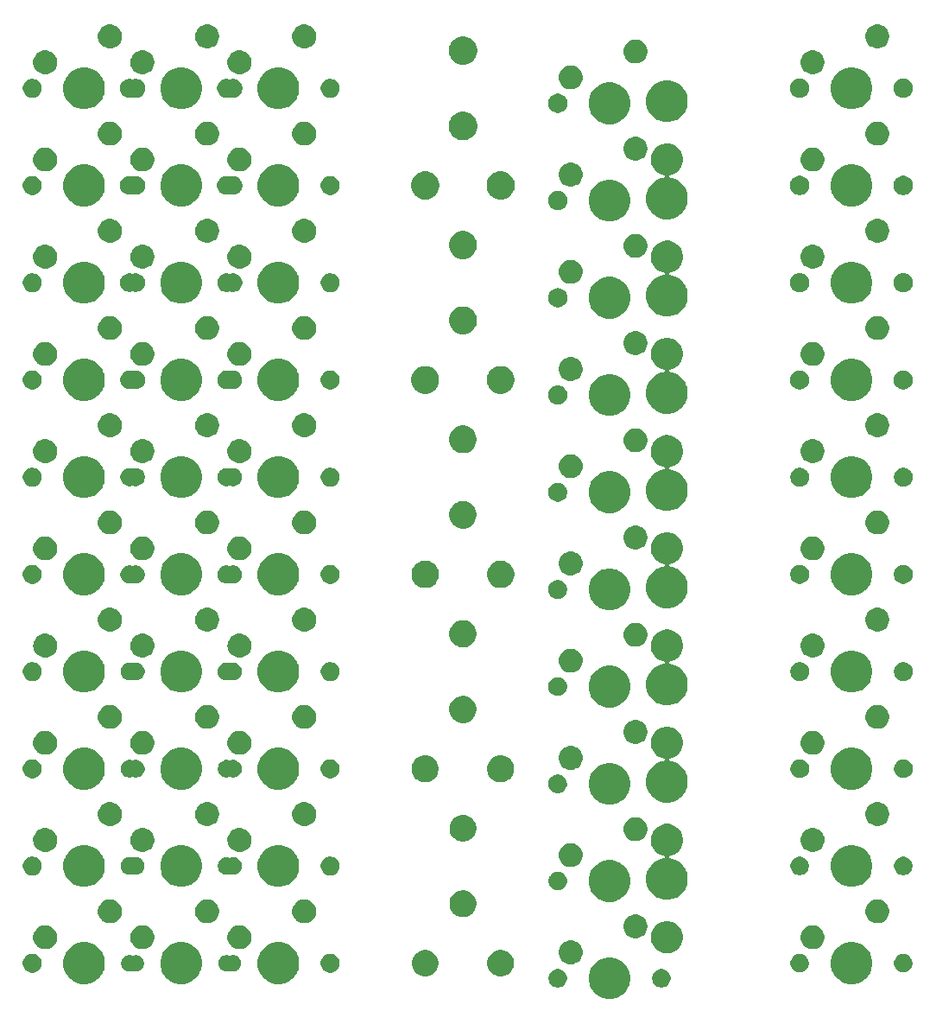
<source format=gbr>
G04 #@! TF.GenerationSoftware,KiCad,Pcbnew,(5.1.4)-1*
G04 #@! TF.CreationDate,2019-09-06T01:52:25-07:00*
G04 #@! TF.ProjectId,testing footprints,74657374-696e-4672-9066-6f6f74707269,rev?*
G04 #@! TF.SameCoordinates,Original*
G04 #@! TF.FileFunction,Soldermask,Bot*
G04 #@! TF.FilePolarity,Negative*
%FSLAX46Y46*%
G04 Gerber Fmt 4.6, Leading zero omitted, Abs format (unit mm)*
G04 Created by KiCad (PCBNEW (5.1.4)-1) date 2019-09-06 01:52:25*
%MOMM*%
%LPD*%
G04 APERTURE LIST*
%ADD10C,0.100000*%
G04 APERTURE END LIST*
D10*
G36*
X62596474Y-94758684D02*
G01*
X62814474Y-94848983D01*
X62968623Y-94912833D01*
X63303548Y-95136623D01*
X63588377Y-95421452D01*
X63812167Y-95756377D01*
X63852527Y-95853816D01*
X63966316Y-96128526D01*
X64044900Y-96523594D01*
X64044900Y-96926406D01*
X63966316Y-97321474D01*
X63921885Y-97428739D01*
X63812167Y-97693623D01*
X63588377Y-98028548D01*
X63303548Y-98313377D01*
X62968623Y-98537167D01*
X62814474Y-98601017D01*
X62596474Y-98691316D01*
X62201406Y-98769900D01*
X61798594Y-98769900D01*
X61403526Y-98691316D01*
X61185526Y-98601017D01*
X61031377Y-98537167D01*
X60696452Y-98313377D01*
X60411623Y-98028548D01*
X60187833Y-97693623D01*
X60078115Y-97428739D01*
X60033684Y-97321474D01*
X59955100Y-96926406D01*
X59955100Y-96523594D01*
X60033684Y-96128526D01*
X60147473Y-95853816D01*
X60187833Y-95756377D01*
X60411623Y-95421452D01*
X60696452Y-95136623D01*
X61031377Y-94912833D01*
X61185526Y-94848983D01*
X61403526Y-94758684D01*
X61798594Y-94680100D01*
X62201406Y-94680100D01*
X62596474Y-94758684D01*
X62596474Y-94758684D01*
G37*
G36*
X67344270Y-95853816D02*
G01*
X67509153Y-95922113D01*
X67657539Y-96021261D01*
X67783739Y-96147461D01*
X67882887Y-96295847D01*
X67951184Y-96460730D01*
X67986000Y-96635765D01*
X67986000Y-96814235D01*
X67951184Y-96989270D01*
X67882887Y-97154153D01*
X67783739Y-97302539D01*
X67657539Y-97428739D01*
X67509153Y-97527887D01*
X67344270Y-97596184D01*
X67169235Y-97631000D01*
X66990765Y-97631000D01*
X66815730Y-97596184D01*
X66650847Y-97527887D01*
X66502461Y-97428739D01*
X66376261Y-97302539D01*
X66277113Y-97154153D01*
X66208816Y-96989270D01*
X66174000Y-96814235D01*
X66174000Y-96635765D01*
X66208816Y-96460730D01*
X66277113Y-96295847D01*
X66376261Y-96147461D01*
X66502461Y-96021261D01*
X66650847Y-95922113D01*
X66815730Y-95853816D01*
X66990765Y-95819000D01*
X67169235Y-95819000D01*
X67344270Y-95853816D01*
X67344270Y-95853816D01*
G37*
G36*
X57184270Y-95853816D02*
G01*
X57349153Y-95922113D01*
X57497539Y-96021261D01*
X57623739Y-96147461D01*
X57722887Y-96295847D01*
X57791184Y-96460730D01*
X57826000Y-96635765D01*
X57826000Y-96814235D01*
X57791184Y-96989270D01*
X57722887Y-97154153D01*
X57623739Y-97302539D01*
X57497539Y-97428739D01*
X57349153Y-97527887D01*
X57184270Y-97596184D01*
X57009235Y-97631000D01*
X56830765Y-97631000D01*
X56655730Y-97596184D01*
X56490847Y-97527887D01*
X56342461Y-97428739D01*
X56216261Y-97302539D01*
X56117113Y-97154153D01*
X56048816Y-96989270D01*
X56014000Y-96814235D01*
X56014000Y-96635765D01*
X56048816Y-96460730D01*
X56117113Y-96295847D01*
X56216261Y-96147461D01*
X56342461Y-96021261D01*
X56490847Y-95922113D01*
X56655730Y-95853816D01*
X56830765Y-95819000D01*
X57009235Y-95819000D01*
X57184270Y-95853816D01*
X57184270Y-95853816D01*
G37*
G36*
X86321474Y-93283684D02*
G01*
X86539474Y-93373983D01*
X86693623Y-93437833D01*
X87028548Y-93661623D01*
X87313377Y-93946452D01*
X87537167Y-94281377D01*
X87569562Y-94359586D01*
X87691316Y-94653526D01*
X87769900Y-95048594D01*
X87769900Y-95451406D01*
X87691316Y-95846474D01*
X87640451Y-95969272D01*
X87537167Y-96218623D01*
X87313377Y-96553548D01*
X87028548Y-96838377D01*
X86693623Y-97062167D01*
X86539474Y-97126017D01*
X86321474Y-97216316D01*
X85926406Y-97294900D01*
X85523594Y-97294900D01*
X85128526Y-97216316D01*
X84910526Y-97126017D01*
X84756377Y-97062167D01*
X84421452Y-96838377D01*
X84136623Y-96553548D01*
X83912833Y-96218623D01*
X83809549Y-95969272D01*
X83758684Y-95846474D01*
X83680100Y-95451406D01*
X83680100Y-95048594D01*
X83758684Y-94653526D01*
X83880438Y-94359586D01*
X83912833Y-94281377D01*
X84136623Y-93946452D01*
X84421452Y-93661623D01*
X84756377Y-93437833D01*
X84910526Y-93373983D01*
X85128526Y-93283684D01*
X85523594Y-93205100D01*
X85926406Y-93205100D01*
X86321474Y-93283684D01*
X86321474Y-93283684D01*
G37*
G36*
X30121474Y-93283684D02*
G01*
X30339474Y-93373983D01*
X30493623Y-93437833D01*
X30828548Y-93661623D01*
X31113377Y-93946452D01*
X31337167Y-94281377D01*
X31369562Y-94359586D01*
X31491316Y-94653526D01*
X31569900Y-95048594D01*
X31569900Y-95451406D01*
X31491316Y-95846474D01*
X31440451Y-95969272D01*
X31337167Y-96218623D01*
X31113377Y-96553548D01*
X30828548Y-96838377D01*
X30493623Y-97062167D01*
X30339474Y-97126017D01*
X30121474Y-97216316D01*
X29726406Y-97294900D01*
X29323594Y-97294900D01*
X28928526Y-97216316D01*
X28710526Y-97126017D01*
X28556377Y-97062167D01*
X28221452Y-96838377D01*
X27936623Y-96553548D01*
X27712833Y-96218623D01*
X27609549Y-95969272D01*
X27558684Y-95846474D01*
X27480100Y-95451406D01*
X27480100Y-95048594D01*
X27558684Y-94653526D01*
X27680438Y-94359586D01*
X27712833Y-94281377D01*
X27936623Y-93946452D01*
X28221452Y-93661623D01*
X28556377Y-93437833D01*
X28710526Y-93373983D01*
X28928526Y-93283684D01*
X29323594Y-93205100D01*
X29726406Y-93205100D01*
X30121474Y-93283684D01*
X30121474Y-93283684D01*
G37*
G36*
X20596474Y-93283684D02*
G01*
X20814474Y-93373983D01*
X20968623Y-93437833D01*
X21303548Y-93661623D01*
X21588377Y-93946452D01*
X21812167Y-94281377D01*
X21844562Y-94359586D01*
X21966316Y-94653526D01*
X22044900Y-95048594D01*
X22044900Y-95451406D01*
X21966316Y-95846474D01*
X21915451Y-95969272D01*
X21812167Y-96218623D01*
X21588377Y-96553548D01*
X21303548Y-96838377D01*
X20968623Y-97062167D01*
X20814474Y-97126017D01*
X20596474Y-97216316D01*
X20201406Y-97294900D01*
X19798594Y-97294900D01*
X19403526Y-97216316D01*
X19185526Y-97126017D01*
X19031377Y-97062167D01*
X18696452Y-96838377D01*
X18411623Y-96553548D01*
X18187833Y-96218623D01*
X18084549Y-95969272D01*
X18033684Y-95846474D01*
X17955100Y-95451406D01*
X17955100Y-95048594D01*
X18033684Y-94653526D01*
X18155438Y-94359586D01*
X18187833Y-94281377D01*
X18411623Y-93946452D01*
X18696452Y-93661623D01*
X19031377Y-93437833D01*
X19185526Y-93373983D01*
X19403526Y-93283684D01*
X19798594Y-93205100D01*
X20201406Y-93205100D01*
X20596474Y-93283684D01*
X20596474Y-93283684D01*
G37*
G36*
X11071474Y-93283684D02*
G01*
X11289474Y-93373983D01*
X11443623Y-93437833D01*
X11778548Y-93661623D01*
X12063377Y-93946452D01*
X12287167Y-94281377D01*
X12319562Y-94359586D01*
X12441316Y-94653526D01*
X12519900Y-95048594D01*
X12519900Y-95451406D01*
X12441316Y-95846474D01*
X12390451Y-95969272D01*
X12287167Y-96218623D01*
X12063377Y-96553548D01*
X11778548Y-96838377D01*
X11443623Y-97062167D01*
X11289474Y-97126017D01*
X11071474Y-97216316D01*
X10676406Y-97294900D01*
X10273594Y-97294900D01*
X9878526Y-97216316D01*
X9660526Y-97126017D01*
X9506377Y-97062167D01*
X9171452Y-96838377D01*
X8886623Y-96553548D01*
X8662833Y-96218623D01*
X8559549Y-95969272D01*
X8508684Y-95846474D01*
X8430100Y-95451406D01*
X8430100Y-95048594D01*
X8508684Y-94653526D01*
X8630438Y-94359586D01*
X8662833Y-94281377D01*
X8886623Y-93946452D01*
X9171452Y-93661623D01*
X9506377Y-93437833D01*
X9660526Y-93373983D01*
X9878526Y-93283684D01*
X10273594Y-93205100D01*
X10676406Y-93205100D01*
X11071474Y-93283684D01*
X11071474Y-93283684D01*
G37*
G36*
X51704487Y-93998996D02*
G01*
X51941253Y-94097068D01*
X51941255Y-94097069D01*
X52154339Y-94239447D01*
X52335553Y-94420661D01*
X52415402Y-94540163D01*
X52477932Y-94633747D01*
X52576004Y-94870513D01*
X52626000Y-95121861D01*
X52626000Y-95378139D01*
X52576004Y-95629487D01*
X52483083Y-95853817D01*
X52477931Y-95866255D01*
X52335553Y-96079339D01*
X52154339Y-96260553D01*
X51941255Y-96402931D01*
X51941254Y-96402932D01*
X51941253Y-96402932D01*
X51704487Y-96501004D01*
X51453139Y-96551000D01*
X51196861Y-96551000D01*
X50945513Y-96501004D01*
X50708747Y-96402932D01*
X50708746Y-96402932D01*
X50708745Y-96402931D01*
X50495661Y-96260553D01*
X50314447Y-96079339D01*
X50172069Y-95866255D01*
X50166917Y-95853817D01*
X50073996Y-95629487D01*
X50024000Y-95378139D01*
X50024000Y-95121861D01*
X50073996Y-94870513D01*
X50172068Y-94633747D01*
X50234599Y-94540163D01*
X50314447Y-94420661D01*
X50495661Y-94239447D01*
X50708745Y-94097069D01*
X50708747Y-94097068D01*
X50945513Y-93998996D01*
X51196861Y-93949000D01*
X51453139Y-93949000D01*
X51704487Y-93998996D01*
X51704487Y-93998996D01*
G37*
G36*
X44304487Y-93998996D02*
G01*
X44541253Y-94097068D01*
X44541255Y-94097069D01*
X44754339Y-94239447D01*
X44935553Y-94420661D01*
X45015402Y-94540163D01*
X45077932Y-94633747D01*
X45176004Y-94870513D01*
X45226000Y-95121861D01*
X45226000Y-95378139D01*
X45176004Y-95629487D01*
X45083083Y-95853817D01*
X45077931Y-95866255D01*
X44935553Y-96079339D01*
X44754339Y-96260553D01*
X44541255Y-96402931D01*
X44541254Y-96402932D01*
X44541253Y-96402932D01*
X44304487Y-96501004D01*
X44053139Y-96551000D01*
X43796861Y-96551000D01*
X43545513Y-96501004D01*
X43308747Y-96402932D01*
X43308746Y-96402932D01*
X43308745Y-96402931D01*
X43095661Y-96260553D01*
X42914447Y-96079339D01*
X42772069Y-95866255D01*
X42766917Y-95853817D01*
X42673996Y-95629487D01*
X42624000Y-95378139D01*
X42624000Y-95121861D01*
X42673996Y-94870513D01*
X42772068Y-94633747D01*
X42834599Y-94540163D01*
X42914447Y-94420661D01*
X43095661Y-94239447D01*
X43308745Y-94097069D01*
X43308747Y-94097068D01*
X43545513Y-93998996D01*
X43796861Y-93949000D01*
X44053139Y-93949000D01*
X44304487Y-93998996D01*
X44304487Y-93998996D01*
G37*
G36*
X5665104Y-94359585D02*
G01*
X5833626Y-94429389D01*
X5985291Y-94530728D01*
X6114272Y-94659709D01*
X6215611Y-94811374D01*
X6285415Y-94979896D01*
X6321000Y-95158797D01*
X6321000Y-95341203D01*
X6285415Y-95520104D01*
X6215611Y-95688626D01*
X6114272Y-95840291D01*
X5985291Y-95969272D01*
X5833626Y-96070611D01*
X5665104Y-96140415D01*
X5486203Y-96176000D01*
X5303797Y-96176000D01*
X5124896Y-96140415D01*
X4956374Y-96070611D01*
X4804709Y-95969272D01*
X4675728Y-95840291D01*
X4574389Y-95688626D01*
X4504585Y-95520104D01*
X4469000Y-95341203D01*
X4469000Y-95158797D01*
X4504585Y-94979896D01*
X4574389Y-94811374D01*
X4675728Y-94659709D01*
X4804709Y-94530728D01*
X4956374Y-94429389D01*
X5124896Y-94359585D01*
X5303797Y-94324000D01*
X5486203Y-94324000D01*
X5665104Y-94359585D01*
X5665104Y-94359585D01*
G37*
G36*
X34875104Y-94359585D02*
G01*
X35043626Y-94429389D01*
X35195291Y-94530728D01*
X35324272Y-94659709D01*
X35425611Y-94811374D01*
X35495415Y-94979896D01*
X35531000Y-95158797D01*
X35531000Y-95341203D01*
X35495415Y-95520104D01*
X35425611Y-95688626D01*
X35324272Y-95840291D01*
X35195291Y-95969272D01*
X35043626Y-96070611D01*
X34875104Y-96140415D01*
X34696203Y-96176000D01*
X34513797Y-96176000D01*
X34334896Y-96140415D01*
X34166374Y-96070611D01*
X34014709Y-95969272D01*
X33885728Y-95840291D01*
X33784389Y-95688626D01*
X33714585Y-95520104D01*
X33679000Y-95341203D01*
X33679000Y-95158797D01*
X33714585Y-94979896D01*
X33784389Y-94811374D01*
X33885728Y-94659709D01*
X34014709Y-94530728D01*
X34166374Y-94429389D01*
X34334896Y-94359585D01*
X34513797Y-94324000D01*
X34696203Y-94324000D01*
X34875104Y-94359585D01*
X34875104Y-94359585D01*
G37*
G36*
X91069270Y-94378816D02*
G01*
X91234153Y-94447113D01*
X91382539Y-94546261D01*
X91508739Y-94672461D01*
X91607887Y-94820847D01*
X91676184Y-94985730D01*
X91711000Y-95160765D01*
X91711000Y-95339235D01*
X91676184Y-95514270D01*
X91607887Y-95679153D01*
X91508739Y-95827539D01*
X91382539Y-95953739D01*
X91234153Y-96052887D01*
X91069270Y-96121184D01*
X90894235Y-96156000D01*
X90715765Y-96156000D01*
X90540730Y-96121184D01*
X90375847Y-96052887D01*
X90227461Y-95953739D01*
X90101261Y-95827539D01*
X90002113Y-95679153D01*
X89933816Y-95514270D01*
X89899000Y-95339235D01*
X89899000Y-95160765D01*
X89933816Y-94985730D01*
X90002113Y-94820847D01*
X90101261Y-94672461D01*
X90227461Y-94546261D01*
X90375847Y-94447113D01*
X90540730Y-94378816D01*
X90715765Y-94344000D01*
X90894235Y-94344000D01*
X91069270Y-94378816D01*
X91069270Y-94378816D01*
G37*
G36*
X80909270Y-94378816D02*
G01*
X81074153Y-94447113D01*
X81222539Y-94546261D01*
X81348739Y-94672461D01*
X81447887Y-94820847D01*
X81516184Y-94985730D01*
X81551000Y-95160765D01*
X81551000Y-95339235D01*
X81516184Y-95514270D01*
X81447887Y-95679153D01*
X81348739Y-95827539D01*
X81222539Y-95953739D01*
X81074153Y-96052887D01*
X80909270Y-96121184D01*
X80734235Y-96156000D01*
X80555765Y-96156000D01*
X80380730Y-96121184D01*
X80215847Y-96052887D01*
X80067461Y-95953739D01*
X79941261Y-95827539D01*
X79842113Y-95679153D01*
X79773816Y-95514270D01*
X79739000Y-95339235D01*
X79739000Y-95160765D01*
X79773816Y-94985730D01*
X79842113Y-94820847D01*
X79941261Y-94672461D01*
X80067461Y-94546261D01*
X80215847Y-94447113D01*
X80380730Y-94378816D01*
X80555765Y-94344000D01*
X80734235Y-94344000D01*
X80909270Y-94378816D01*
X80909270Y-94378816D01*
G37*
G36*
X24678643Y-94479781D02*
G01*
X24714665Y-94494702D01*
X24738114Y-94501815D01*
X24762500Y-94504217D01*
X24786886Y-94501815D01*
X24810335Y-94494702D01*
X24846357Y-94479781D01*
X25001107Y-94449000D01*
X25158893Y-94449000D01*
X25313642Y-94479781D01*
X25459414Y-94540162D01*
X25459416Y-94540163D01*
X25590608Y-94627822D01*
X25702178Y-94739392D01*
X25789837Y-94870584D01*
X25789838Y-94870586D01*
X25850219Y-95016358D01*
X25881000Y-95171107D01*
X25881000Y-95328893D01*
X25850219Y-95483642D01*
X25789838Y-95629414D01*
X25789837Y-95629416D01*
X25702178Y-95760608D01*
X25590608Y-95872178D01*
X25459416Y-95959837D01*
X25459415Y-95959838D01*
X25459414Y-95959838D01*
X25313642Y-96020219D01*
X25158893Y-96051000D01*
X25001107Y-96051000D01*
X24846357Y-96020219D01*
X24810335Y-96005298D01*
X24786886Y-95998185D01*
X24762500Y-95995783D01*
X24738114Y-95998185D01*
X24714665Y-96005298D01*
X24678643Y-96020219D01*
X24523893Y-96051000D01*
X24366107Y-96051000D01*
X24211358Y-96020219D01*
X24065586Y-95959838D01*
X24065585Y-95959838D01*
X24065584Y-95959837D01*
X23934392Y-95872178D01*
X23822822Y-95760608D01*
X23735163Y-95629416D01*
X23735162Y-95629414D01*
X23674781Y-95483642D01*
X23644000Y-95328893D01*
X23644000Y-95171107D01*
X23674781Y-95016358D01*
X23735162Y-94870586D01*
X23735163Y-94870584D01*
X23822822Y-94739392D01*
X23934392Y-94627822D01*
X24065584Y-94540163D01*
X24065586Y-94540162D01*
X24211358Y-94479781D01*
X24366107Y-94449000D01*
X24523893Y-94449000D01*
X24678643Y-94479781D01*
X24678643Y-94479781D01*
G37*
G36*
X15153643Y-94479781D02*
G01*
X15189665Y-94494702D01*
X15213114Y-94501815D01*
X15237500Y-94504217D01*
X15261886Y-94501815D01*
X15285335Y-94494702D01*
X15321357Y-94479781D01*
X15476107Y-94449000D01*
X15633893Y-94449000D01*
X15788642Y-94479781D01*
X15934414Y-94540162D01*
X15934416Y-94540163D01*
X16065608Y-94627822D01*
X16177178Y-94739392D01*
X16264837Y-94870584D01*
X16264838Y-94870586D01*
X16325219Y-95016358D01*
X16356000Y-95171107D01*
X16356000Y-95328893D01*
X16325219Y-95483642D01*
X16264838Y-95629414D01*
X16264837Y-95629416D01*
X16177178Y-95760608D01*
X16065608Y-95872178D01*
X15934416Y-95959837D01*
X15934415Y-95959838D01*
X15934414Y-95959838D01*
X15788642Y-96020219D01*
X15633893Y-96051000D01*
X15476107Y-96051000D01*
X15321357Y-96020219D01*
X15285335Y-96005298D01*
X15261886Y-95998185D01*
X15237500Y-95995783D01*
X15213114Y-95998185D01*
X15189665Y-96005298D01*
X15153643Y-96020219D01*
X14998893Y-96051000D01*
X14841107Y-96051000D01*
X14686358Y-96020219D01*
X14540586Y-95959838D01*
X14540585Y-95959838D01*
X14540584Y-95959837D01*
X14409392Y-95872178D01*
X14297822Y-95760608D01*
X14210163Y-95629416D01*
X14210162Y-95629414D01*
X14149781Y-95483642D01*
X14119000Y-95328893D01*
X14119000Y-95171107D01*
X14149781Y-95016358D01*
X14210162Y-94870586D01*
X14210163Y-94870584D01*
X14297822Y-94739392D01*
X14409392Y-94627822D01*
X14540584Y-94540163D01*
X14540586Y-94540162D01*
X14686358Y-94479781D01*
X14841107Y-94449000D01*
X14998893Y-94449000D01*
X15153643Y-94479781D01*
X15153643Y-94479781D01*
G37*
G36*
X58381560Y-93024064D02*
G01*
X58533027Y-93054193D01*
X58747045Y-93142842D01*
X58786808Y-93169411D01*
X58939654Y-93271539D01*
X59103461Y-93435346D01*
X59119704Y-93459656D01*
X59232158Y-93627955D01*
X59320807Y-93841973D01*
X59341589Y-93946452D01*
X59366000Y-94069173D01*
X59366000Y-94300827D01*
X59357412Y-94344000D01*
X59320807Y-94528027D01*
X59232158Y-94742045D01*
X59232157Y-94742046D01*
X59103461Y-94934654D01*
X58939654Y-95098461D01*
X58811249Y-95184258D01*
X58747045Y-95227158D01*
X58533027Y-95315807D01*
X58415256Y-95339233D01*
X58305827Y-95361000D01*
X58074173Y-95361000D01*
X57964744Y-95339233D01*
X57846973Y-95315807D01*
X57632955Y-95227158D01*
X57568751Y-95184258D01*
X57440346Y-95098461D01*
X57276539Y-94934654D01*
X57147843Y-94742046D01*
X57147842Y-94742045D01*
X57059193Y-94528027D01*
X57022588Y-94344000D01*
X57014000Y-94300827D01*
X57014000Y-94069173D01*
X57038411Y-93946452D01*
X57059193Y-93841973D01*
X57147842Y-93627955D01*
X57260296Y-93459656D01*
X57276539Y-93435346D01*
X57440346Y-93271539D01*
X57593192Y-93169411D01*
X57632955Y-93142842D01*
X57846973Y-93054193D01*
X57998440Y-93024064D01*
X58074173Y-93009000D01*
X58305827Y-93009000D01*
X58381560Y-93024064D01*
X58381560Y-93024064D01*
G37*
G36*
X68084411Y-91195526D02*
G01*
X68203137Y-91244704D01*
X68371041Y-91314252D01*
X68371042Y-91314253D01*
X68629004Y-91486617D01*
X68848383Y-91705996D01*
X68908883Y-91796541D01*
X69020748Y-91963959D01*
X69030716Y-91988025D01*
X69119367Y-92202046D01*
X69139474Y-92250590D01*
X69200000Y-92554875D01*
X69200000Y-92865125D01*
X69139474Y-93169410D01*
X69020748Y-93456041D01*
X68963553Y-93541639D01*
X68848383Y-93714004D01*
X68629004Y-93933383D01*
X68530805Y-93998997D01*
X68371041Y-94105748D01*
X68203137Y-94175296D01*
X68084411Y-94224474D01*
X68009136Y-94239447D01*
X67780125Y-94285000D01*
X67469875Y-94285000D01*
X67240864Y-94239447D01*
X67165589Y-94224474D01*
X67046863Y-94175296D01*
X66878959Y-94105748D01*
X66719195Y-93998997D01*
X66620996Y-93933383D01*
X66401617Y-93714004D01*
X66286447Y-93541639D01*
X66229252Y-93456041D01*
X66110526Y-93169410D01*
X66050000Y-92865125D01*
X66050000Y-92554875D01*
X66110526Y-92250590D01*
X66130634Y-92202046D01*
X66219284Y-91988025D01*
X66229252Y-91963959D01*
X66341117Y-91796541D01*
X66401617Y-91705996D01*
X66620996Y-91486617D01*
X66878958Y-91314253D01*
X66878959Y-91314252D01*
X67046863Y-91244704D01*
X67165589Y-91195526D01*
X67469875Y-91135000D01*
X67780125Y-91135000D01*
X68084411Y-91195526D01*
X68084411Y-91195526D01*
G37*
G36*
X6856560Y-91549064D02*
G01*
X7008027Y-91579193D01*
X7222045Y-91667842D01*
X7222046Y-91667843D01*
X7414654Y-91796539D01*
X7578461Y-91960346D01*
X7664258Y-92088751D01*
X7707158Y-92152955D01*
X7795807Y-92366973D01*
X7841000Y-92594174D01*
X7841000Y-92825826D01*
X7795807Y-93053027D01*
X7707158Y-93267045D01*
X7707157Y-93267046D01*
X7578461Y-93459654D01*
X7414654Y-93623461D01*
X7357540Y-93661623D01*
X7222045Y-93752158D01*
X7008027Y-93840807D01*
X6856560Y-93870936D01*
X6780827Y-93886000D01*
X6549173Y-93886000D01*
X6473440Y-93870936D01*
X6321973Y-93840807D01*
X6107955Y-93752158D01*
X5972460Y-93661623D01*
X5915346Y-93623461D01*
X5751539Y-93459654D01*
X5622843Y-93267046D01*
X5622842Y-93267045D01*
X5534193Y-93053027D01*
X5489000Y-92825826D01*
X5489000Y-92594174D01*
X5534193Y-92366973D01*
X5622842Y-92152955D01*
X5665742Y-92088751D01*
X5751539Y-91960346D01*
X5915346Y-91796539D01*
X6107954Y-91667843D01*
X6107955Y-91667842D01*
X6321973Y-91579193D01*
X6473440Y-91549064D01*
X6549173Y-91534000D01*
X6780827Y-91534000D01*
X6856560Y-91549064D01*
X6856560Y-91549064D01*
G37*
G36*
X82106560Y-91549064D02*
G01*
X82258027Y-91579193D01*
X82472045Y-91667842D01*
X82472046Y-91667843D01*
X82664654Y-91796539D01*
X82828461Y-91960346D01*
X82914258Y-92088751D01*
X82957158Y-92152955D01*
X83045807Y-92366973D01*
X83091000Y-92594174D01*
X83091000Y-92825826D01*
X83045807Y-93053027D01*
X82957158Y-93267045D01*
X82957157Y-93267046D01*
X82828461Y-93459654D01*
X82664654Y-93623461D01*
X82607540Y-93661623D01*
X82472045Y-93752158D01*
X82258027Y-93840807D01*
X82106560Y-93870936D01*
X82030827Y-93886000D01*
X81799173Y-93886000D01*
X81723440Y-93870936D01*
X81571973Y-93840807D01*
X81357955Y-93752158D01*
X81222460Y-93661623D01*
X81165346Y-93623461D01*
X81001539Y-93459654D01*
X80872843Y-93267046D01*
X80872842Y-93267045D01*
X80784193Y-93053027D01*
X80739000Y-92825826D01*
X80739000Y-92594174D01*
X80784193Y-92366973D01*
X80872842Y-92152955D01*
X80915742Y-92088751D01*
X81001539Y-91960346D01*
X81165346Y-91796539D01*
X81357954Y-91667843D01*
X81357955Y-91667842D01*
X81571973Y-91579193D01*
X81723440Y-91549064D01*
X81799173Y-91534000D01*
X82030827Y-91534000D01*
X82106560Y-91549064D01*
X82106560Y-91549064D01*
G37*
G36*
X16381560Y-91549064D02*
G01*
X16533027Y-91579193D01*
X16747045Y-91667842D01*
X16747046Y-91667843D01*
X16939654Y-91796539D01*
X17103461Y-91960346D01*
X17189258Y-92088751D01*
X17232158Y-92152955D01*
X17320807Y-92366973D01*
X17366000Y-92594174D01*
X17366000Y-92825826D01*
X17320807Y-93053027D01*
X17232158Y-93267045D01*
X17232157Y-93267046D01*
X17103461Y-93459654D01*
X16939654Y-93623461D01*
X16882540Y-93661623D01*
X16747045Y-93752158D01*
X16533027Y-93840807D01*
X16381560Y-93870936D01*
X16305827Y-93886000D01*
X16074173Y-93886000D01*
X15998440Y-93870936D01*
X15846973Y-93840807D01*
X15632955Y-93752158D01*
X15497460Y-93661623D01*
X15440346Y-93623461D01*
X15276539Y-93459654D01*
X15147843Y-93267046D01*
X15147842Y-93267045D01*
X15059193Y-93053027D01*
X15014000Y-92825826D01*
X15014000Y-92594174D01*
X15059193Y-92366973D01*
X15147842Y-92152955D01*
X15190742Y-92088751D01*
X15276539Y-91960346D01*
X15440346Y-91796539D01*
X15632954Y-91667843D01*
X15632955Y-91667842D01*
X15846973Y-91579193D01*
X15998440Y-91549064D01*
X16074173Y-91534000D01*
X16305827Y-91534000D01*
X16381560Y-91549064D01*
X16381560Y-91549064D01*
G37*
G36*
X25906560Y-91549064D02*
G01*
X26058027Y-91579193D01*
X26272045Y-91667842D01*
X26272046Y-91667843D01*
X26464654Y-91796539D01*
X26628461Y-91960346D01*
X26714258Y-92088751D01*
X26757158Y-92152955D01*
X26845807Y-92366973D01*
X26891000Y-92594174D01*
X26891000Y-92825826D01*
X26845807Y-93053027D01*
X26757158Y-93267045D01*
X26757157Y-93267046D01*
X26628461Y-93459654D01*
X26464654Y-93623461D01*
X26407540Y-93661623D01*
X26272045Y-93752158D01*
X26058027Y-93840807D01*
X25906560Y-93870936D01*
X25830827Y-93886000D01*
X25599173Y-93886000D01*
X25523440Y-93870936D01*
X25371973Y-93840807D01*
X25157955Y-93752158D01*
X25022460Y-93661623D01*
X24965346Y-93623461D01*
X24801539Y-93459654D01*
X24672843Y-93267046D01*
X24672842Y-93267045D01*
X24584193Y-93053027D01*
X24539000Y-92825826D01*
X24539000Y-92594174D01*
X24584193Y-92366973D01*
X24672842Y-92152955D01*
X24715742Y-92088751D01*
X24801539Y-91960346D01*
X24965346Y-91796539D01*
X25157954Y-91667843D01*
X25157955Y-91667842D01*
X25371973Y-91579193D01*
X25523440Y-91549064D01*
X25599173Y-91534000D01*
X25830827Y-91534000D01*
X25906560Y-91549064D01*
X25906560Y-91549064D01*
G37*
G36*
X64731560Y-90484064D02*
G01*
X64883027Y-90514193D01*
X65097045Y-90602842D01*
X65097046Y-90602843D01*
X65289654Y-90731539D01*
X65453461Y-90895346D01*
X65469704Y-90919656D01*
X65582158Y-91087955D01*
X65670807Y-91301973D01*
X65716000Y-91529174D01*
X65716000Y-91760826D01*
X65670807Y-91988027D01*
X65582158Y-92202045D01*
X65582157Y-92202046D01*
X65453461Y-92394654D01*
X65289654Y-92558461D01*
X65236205Y-92594174D01*
X65097045Y-92687158D01*
X64883027Y-92775807D01*
X64731560Y-92805936D01*
X64655827Y-92821000D01*
X64424173Y-92821000D01*
X64348440Y-92805936D01*
X64196973Y-92775807D01*
X63982955Y-92687158D01*
X63843795Y-92594174D01*
X63790346Y-92558461D01*
X63626539Y-92394654D01*
X63497843Y-92202046D01*
X63497842Y-92202045D01*
X63409193Y-91988027D01*
X63364000Y-91760826D01*
X63364000Y-91529174D01*
X63409193Y-91301973D01*
X63497842Y-91087955D01*
X63610296Y-90919656D01*
X63626539Y-90895346D01*
X63790346Y-90731539D01*
X63982954Y-90602843D01*
X63982955Y-90602842D01*
X64196973Y-90514193D01*
X64348440Y-90484064D01*
X64424173Y-90469000D01*
X64655827Y-90469000D01*
X64731560Y-90484064D01*
X64731560Y-90484064D01*
G37*
G36*
X32256560Y-89009064D02*
G01*
X32408027Y-89039193D01*
X32622045Y-89127842D01*
X32622046Y-89127843D01*
X32814654Y-89256539D01*
X32978461Y-89420346D01*
X33064258Y-89548751D01*
X33107158Y-89612955D01*
X33195807Y-89826973D01*
X33241000Y-90054174D01*
X33241000Y-90285826D01*
X33195807Y-90513027D01*
X33107158Y-90727045D01*
X33107157Y-90727046D01*
X32978461Y-90919654D01*
X32814654Y-91083461D01*
X32737520Y-91135000D01*
X32622045Y-91212158D01*
X32408027Y-91300807D01*
X32256560Y-91330936D01*
X32180827Y-91346000D01*
X31949173Y-91346000D01*
X31873440Y-91330936D01*
X31721973Y-91300807D01*
X31507955Y-91212158D01*
X31392480Y-91135000D01*
X31315346Y-91083461D01*
X31151539Y-90919654D01*
X31022843Y-90727046D01*
X31022842Y-90727045D01*
X30934193Y-90513027D01*
X30889000Y-90285826D01*
X30889000Y-90054174D01*
X30934193Y-89826973D01*
X31022842Y-89612955D01*
X31065742Y-89548751D01*
X31151539Y-89420346D01*
X31315346Y-89256539D01*
X31507954Y-89127843D01*
X31507955Y-89127842D01*
X31721973Y-89039193D01*
X31873440Y-89009064D01*
X31949173Y-88994000D01*
X32180827Y-88994000D01*
X32256560Y-89009064D01*
X32256560Y-89009064D01*
G37*
G36*
X88456560Y-89009064D02*
G01*
X88608027Y-89039193D01*
X88822045Y-89127842D01*
X88822046Y-89127843D01*
X89014654Y-89256539D01*
X89178461Y-89420346D01*
X89264258Y-89548751D01*
X89307158Y-89612955D01*
X89395807Y-89826973D01*
X89441000Y-90054174D01*
X89441000Y-90285826D01*
X89395807Y-90513027D01*
X89307158Y-90727045D01*
X89307157Y-90727046D01*
X89178461Y-90919654D01*
X89014654Y-91083461D01*
X88937520Y-91135000D01*
X88822045Y-91212158D01*
X88608027Y-91300807D01*
X88456560Y-91330936D01*
X88380827Y-91346000D01*
X88149173Y-91346000D01*
X88073440Y-91330936D01*
X87921973Y-91300807D01*
X87707955Y-91212158D01*
X87592480Y-91135000D01*
X87515346Y-91083461D01*
X87351539Y-90919654D01*
X87222843Y-90727046D01*
X87222842Y-90727045D01*
X87134193Y-90513027D01*
X87089000Y-90285826D01*
X87089000Y-90054174D01*
X87134193Y-89826973D01*
X87222842Y-89612955D01*
X87265742Y-89548751D01*
X87351539Y-89420346D01*
X87515346Y-89256539D01*
X87707954Y-89127843D01*
X87707955Y-89127842D01*
X87921973Y-89039193D01*
X88073440Y-89009064D01*
X88149173Y-88994000D01*
X88380827Y-88994000D01*
X88456560Y-89009064D01*
X88456560Y-89009064D01*
G37*
G36*
X22731560Y-89009064D02*
G01*
X22883027Y-89039193D01*
X23097045Y-89127842D01*
X23097046Y-89127843D01*
X23289654Y-89256539D01*
X23453461Y-89420346D01*
X23539258Y-89548751D01*
X23582158Y-89612955D01*
X23670807Y-89826973D01*
X23716000Y-90054174D01*
X23716000Y-90285826D01*
X23670807Y-90513027D01*
X23582158Y-90727045D01*
X23582157Y-90727046D01*
X23453461Y-90919654D01*
X23289654Y-91083461D01*
X23212520Y-91135000D01*
X23097045Y-91212158D01*
X22883027Y-91300807D01*
X22731560Y-91330936D01*
X22655827Y-91346000D01*
X22424173Y-91346000D01*
X22348440Y-91330936D01*
X22196973Y-91300807D01*
X21982955Y-91212158D01*
X21867480Y-91135000D01*
X21790346Y-91083461D01*
X21626539Y-90919654D01*
X21497843Y-90727046D01*
X21497842Y-90727045D01*
X21409193Y-90513027D01*
X21364000Y-90285826D01*
X21364000Y-90054174D01*
X21409193Y-89826973D01*
X21497842Y-89612955D01*
X21540742Y-89548751D01*
X21626539Y-89420346D01*
X21790346Y-89256539D01*
X21982954Y-89127843D01*
X21982955Y-89127842D01*
X22196973Y-89039193D01*
X22348440Y-89009064D01*
X22424173Y-88994000D01*
X22655827Y-88994000D01*
X22731560Y-89009064D01*
X22731560Y-89009064D01*
G37*
G36*
X13206560Y-89009064D02*
G01*
X13358027Y-89039193D01*
X13572045Y-89127842D01*
X13572046Y-89127843D01*
X13764654Y-89256539D01*
X13928461Y-89420346D01*
X14014258Y-89548751D01*
X14057158Y-89612955D01*
X14145807Y-89826973D01*
X14191000Y-90054174D01*
X14191000Y-90285826D01*
X14145807Y-90513027D01*
X14057158Y-90727045D01*
X14057157Y-90727046D01*
X13928461Y-90919654D01*
X13764654Y-91083461D01*
X13687520Y-91135000D01*
X13572045Y-91212158D01*
X13358027Y-91300807D01*
X13206560Y-91330936D01*
X13130827Y-91346000D01*
X12899173Y-91346000D01*
X12823440Y-91330936D01*
X12671973Y-91300807D01*
X12457955Y-91212158D01*
X12342480Y-91135000D01*
X12265346Y-91083461D01*
X12101539Y-90919654D01*
X11972843Y-90727046D01*
X11972842Y-90727045D01*
X11884193Y-90513027D01*
X11839000Y-90285826D01*
X11839000Y-90054174D01*
X11884193Y-89826973D01*
X11972842Y-89612955D01*
X12015742Y-89548751D01*
X12101539Y-89420346D01*
X12265346Y-89256539D01*
X12457954Y-89127843D01*
X12457955Y-89127842D01*
X12671973Y-89039193D01*
X12823440Y-89009064D01*
X12899173Y-88994000D01*
X13130827Y-88994000D01*
X13206560Y-89009064D01*
X13206560Y-89009064D01*
G37*
G36*
X47922977Y-88147587D02*
G01*
X48007404Y-88164381D01*
X48106229Y-88205316D01*
X48245990Y-88263206D01*
X48245991Y-88263207D01*
X48460714Y-88406680D01*
X48643320Y-88589286D01*
X48643321Y-88589288D01*
X48786794Y-88804010D01*
X48885619Y-89042597D01*
X48936000Y-89295876D01*
X48936000Y-89554124D01*
X48885619Y-89807403D01*
X48786794Y-90045990D01*
X48715544Y-90152623D01*
X48643320Y-90260714D01*
X48460714Y-90443320D01*
X48422281Y-90469000D01*
X48245990Y-90586794D01*
X48106229Y-90644684D01*
X48007404Y-90685619D01*
X47922977Y-90702413D01*
X47754124Y-90736000D01*
X47495876Y-90736000D01*
X47327023Y-90702413D01*
X47242596Y-90685619D01*
X47143771Y-90644684D01*
X47004010Y-90586794D01*
X46827719Y-90469000D01*
X46789286Y-90443320D01*
X46606680Y-90260714D01*
X46534456Y-90152623D01*
X46463206Y-90045990D01*
X46364381Y-89807403D01*
X46314000Y-89554124D01*
X46314000Y-89295876D01*
X46364381Y-89042597D01*
X46463206Y-88804010D01*
X46606679Y-88589288D01*
X46606680Y-88589286D01*
X46789286Y-88406680D01*
X47004009Y-88263207D01*
X47004010Y-88263206D01*
X47143771Y-88205316D01*
X47242596Y-88164381D01*
X47327023Y-88147587D01*
X47495876Y-88114000D01*
X47754124Y-88114000D01*
X47922977Y-88147587D01*
X47922977Y-88147587D01*
G37*
G36*
X62596474Y-85233684D02*
G01*
X62723681Y-85286375D01*
X62968623Y-85387833D01*
X63303548Y-85611623D01*
X63588377Y-85896452D01*
X63812167Y-86231377D01*
X63850536Y-86324009D01*
X63966316Y-86603526D01*
X64044900Y-86998594D01*
X64044900Y-87401406D01*
X63966316Y-87796474D01*
X63878981Y-88007318D01*
X63812167Y-88168623D01*
X63588377Y-88503548D01*
X63303548Y-88788377D01*
X62968623Y-89012167D01*
X62895158Y-89042597D01*
X62596474Y-89166316D01*
X62201406Y-89244900D01*
X61798594Y-89244900D01*
X61403526Y-89166316D01*
X61104842Y-89042597D01*
X61031377Y-89012167D01*
X60696452Y-88788377D01*
X60411623Y-88503548D01*
X60187833Y-88168623D01*
X60121019Y-88007318D01*
X60033684Y-87796474D01*
X59955100Y-87401406D01*
X59955100Y-86998594D01*
X60033684Y-86603526D01*
X60149464Y-86324009D01*
X60187833Y-86231377D01*
X60411623Y-85896452D01*
X60696452Y-85611623D01*
X61031377Y-85387833D01*
X61276319Y-85286375D01*
X61403526Y-85233684D01*
X61798594Y-85155100D01*
X62201406Y-85155100D01*
X62596474Y-85233684D01*
X62596474Y-85233684D01*
G37*
G36*
X68084411Y-81670526D02*
G01*
X68203137Y-81719704D01*
X68371041Y-81789252D01*
X68371042Y-81789253D01*
X68629004Y-81961617D01*
X68848383Y-82180996D01*
X68908883Y-82271541D01*
X69020748Y-82438959D01*
X69030716Y-82463025D01*
X69119367Y-82677046D01*
X69139474Y-82725590D01*
X69200000Y-83029875D01*
X69200000Y-83340125D01*
X69139474Y-83644410D01*
X69020748Y-83931041D01*
X68963553Y-84016639D01*
X68848383Y-84189004D01*
X68629004Y-84408383D01*
X68456639Y-84523553D01*
X68371041Y-84580748D01*
X68203137Y-84650296D01*
X68084411Y-84699474D01*
X67941754Y-84727850D01*
X67918305Y-84734963D01*
X67896694Y-84746514D01*
X67877752Y-84762059D01*
X67862207Y-84781001D01*
X67850656Y-84802612D01*
X67843543Y-84826061D01*
X67841141Y-84850447D01*
X67843543Y-84874833D01*
X67850656Y-84898282D01*
X67862207Y-84919893D01*
X67877752Y-84938835D01*
X67896694Y-84954380D01*
X67918305Y-84965931D01*
X67941754Y-84973044D01*
X68221474Y-85028684D01*
X68439474Y-85118983D01*
X68593623Y-85182833D01*
X68928548Y-85406623D01*
X69213377Y-85691452D01*
X69437167Y-86026377D01*
X69479302Y-86128100D01*
X69591316Y-86398526D01*
X69669900Y-86793594D01*
X69669900Y-87196406D01*
X69591316Y-87591474D01*
X69574728Y-87631520D01*
X69437167Y-87963623D01*
X69213377Y-88298548D01*
X68928548Y-88583377D01*
X68593623Y-88807167D01*
X68439474Y-88871017D01*
X68221474Y-88961316D01*
X67826406Y-89039900D01*
X67423594Y-89039900D01*
X67028526Y-88961316D01*
X66810526Y-88871017D01*
X66656377Y-88807167D01*
X66321452Y-88583377D01*
X66036623Y-88298548D01*
X65812833Y-87963623D01*
X65675272Y-87631520D01*
X65658684Y-87591474D01*
X65580100Y-87196406D01*
X65580100Y-86793594D01*
X65658684Y-86398526D01*
X65770698Y-86128100D01*
X65812833Y-86026377D01*
X66036623Y-85691452D01*
X66321452Y-85406623D01*
X66656377Y-85182833D01*
X66810526Y-85118983D01*
X67028526Y-85028684D01*
X67308246Y-84973044D01*
X67331695Y-84965931D01*
X67353306Y-84954380D01*
X67372248Y-84938835D01*
X67387793Y-84919893D01*
X67399344Y-84898282D01*
X67406457Y-84874833D01*
X67408859Y-84850447D01*
X67406457Y-84826061D01*
X67399344Y-84802612D01*
X67387793Y-84781001D01*
X67372248Y-84762059D01*
X67353306Y-84746514D01*
X67331695Y-84734963D01*
X67308246Y-84727850D01*
X67165589Y-84699474D01*
X67046863Y-84650296D01*
X66878959Y-84580748D01*
X66793361Y-84523553D01*
X66620996Y-84408383D01*
X66401617Y-84189004D01*
X66286447Y-84016639D01*
X66229252Y-83931041D01*
X66110526Y-83644410D01*
X66050000Y-83340125D01*
X66050000Y-83029875D01*
X66110526Y-82725590D01*
X66130634Y-82677046D01*
X66219284Y-82463025D01*
X66229252Y-82438959D01*
X66341117Y-82271541D01*
X66401617Y-82180996D01*
X66620996Y-81961617D01*
X66878958Y-81789253D01*
X66878959Y-81789252D01*
X67046863Y-81719704D01*
X67165589Y-81670526D01*
X67469875Y-81610000D01*
X67780125Y-81610000D01*
X68084411Y-81670526D01*
X68084411Y-81670526D01*
G37*
G36*
X57185729Y-86324009D02*
G01*
X57351519Y-86392681D01*
X57411292Y-86432620D01*
X57500729Y-86492380D01*
X57627620Y-86619271D01*
X57677300Y-86693622D01*
X57727319Y-86768481D01*
X57795991Y-86934271D01*
X57831000Y-87110273D01*
X57831000Y-87289727D01*
X57795991Y-87465729D01*
X57727319Y-87631519D01*
X57727318Y-87631520D01*
X57627620Y-87780729D01*
X57500729Y-87907620D01*
X57425617Y-87957808D01*
X57351519Y-88007319D01*
X57185729Y-88075991D01*
X57009727Y-88111000D01*
X56830273Y-88111000D01*
X56654271Y-88075991D01*
X56488481Y-88007319D01*
X56414383Y-87957808D01*
X56339271Y-87907620D01*
X56212380Y-87780729D01*
X56112682Y-87631520D01*
X56112681Y-87631519D01*
X56044009Y-87465729D01*
X56009000Y-87289727D01*
X56009000Y-87110273D01*
X56044009Y-86934271D01*
X56112681Y-86768481D01*
X56162700Y-86693622D01*
X56212380Y-86619271D01*
X56339271Y-86492380D01*
X56428708Y-86432620D01*
X56488481Y-86392681D01*
X56654271Y-86324009D01*
X56830273Y-86289000D01*
X57009727Y-86289000D01*
X57185729Y-86324009D01*
X57185729Y-86324009D01*
G37*
G36*
X86321474Y-83758684D02*
G01*
X86539474Y-83848983D01*
X86693623Y-83912833D01*
X87028548Y-84136623D01*
X87313377Y-84421452D01*
X87537167Y-84756377D01*
X87569562Y-84834586D01*
X87691316Y-85128526D01*
X87769900Y-85523594D01*
X87769900Y-85926406D01*
X87691316Y-86321474D01*
X87626005Y-86479148D01*
X87537167Y-86693623D01*
X87313377Y-87028548D01*
X87028548Y-87313377D01*
X86693623Y-87537167D01*
X86562514Y-87591474D01*
X86321474Y-87691316D01*
X85926406Y-87769900D01*
X85523594Y-87769900D01*
X85128526Y-87691316D01*
X84887486Y-87591474D01*
X84756377Y-87537167D01*
X84421452Y-87313377D01*
X84136623Y-87028548D01*
X83912833Y-86693623D01*
X83823995Y-86479148D01*
X83758684Y-86321474D01*
X83680100Y-85926406D01*
X83680100Y-85523594D01*
X83758684Y-85128526D01*
X83880438Y-84834586D01*
X83912833Y-84756377D01*
X84136623Y-84421452D01*
X84421452Y-84136623D01*
X84756377Y-83912833D01*
X84910526Y-83848983D01*
X85128526Y-83758684D01*
X85523594Y-83680100D01*
X85926406Y-83680100D01*
X86321474Y-83758684D01*
X86321474Y-83758684D01*
G37*
G36*
X30121474Y-83758684D02*
G01*
X30339474Y-83848983D01*
X30493623Y-83912833D01*
X30828548Y-84136623D01*
X31113377Y-84421452D01*
X31337167Y-84756377D01*
X31369562Y-84834586D01*
X31491316Y-85128526D01*
X31569900Y-85523594D01*
X31569900Y-85926406D01*
X31491316Y-86321474D01*
X31426005Y-86479148D01*
X31337167Y-86693623D01*
X31113377Y-87028548D01*
X30828548Y-87313377D01*
X30493623Y-87537167D01*
X30362514Y-87591474D01*
X30121474Y-87691316D01*
X29726406Y-87769900D01*
X29323594Y-87769900D01*
X28928526Y-87691316D01*
X28687486Y-87591474D01*
X28556377Y-87537167D01*
X28221452Y-87313377D01*
X27936623Y-87028548D01*
X27712833Y-86693623D01*
X27623995Y-86479148D01*
X27558684Y-86321474D01*
X27480100Y-85926406D01*
X27480100Y-85523594D01*
X27558684Y-85128526D01*
X27680438Y-84834586D01*
X27712833Y-84756377D01*
X27936623Y-84421452D01*
X28221452Y-84136623D01*
X28556377Y-83912833D01*
X28710526Y-83848983D01*
X28928526Y-83758684D01*
X29323594Y-83680100D01*
X29726406Y-83680100D01*
X30121474Y-83758684D01*
X30121474Y-83758684D01*
G37*
G36*
X20596474Y-83758684D02*
G01*
X20814474Y-83848983D01*
X20968623Y-83912833D01*
X21303548Y-84136623D01*
X21588377Y-84421452D01*
X21812167Y-84756377D01*
X21844562Y-84834586D01*
X21966316Y-85128526D01*
X22044900Y-85523594D01*
X22044900Y-85926406D01*
X21966316Y-86321474D01*
X21901005Y-86479148D01*
X21812167Y-86693623D01*
X21588377Y-87028548D01*
X21303548Y-87313377D01*
X20968623Y-87537167D01*
X20837514Y-87591474D01*
X20596474Y-87691316D01*
X20201406Y-87769900D01*
X19798594Y-87769900D01*
X19403526Y-87691316D01*
X19162486Y-87591474D01*
X19031377Y-87537167D01*
X18696452Y-87313377D01*
X18411623Y-87028548D01*
X18187833Y-86693623D01*
X18098995Y-86479148D01*
X18033684Y-86321474D01*
X17955100Y-85926406D01*
X17955100Y-85523594D01*
X18033684Y-85128526D01*
X18155438Y-84834586D01*
X18187833Y-84756377D01*
X18411623Y-84421452D01*
X18696452Y-84136623D01*
X19031377Y-83912833D01*
X19185526Y-83848983D01*
X19403526Y-83758684D01*
X19798594Y-83680100D01*
X20201406Y-83680100D01*
X20596474Y-83758684D01*
X20596474Y-83758684D01*
G37*
G36*
X11071474Y-83758684D02*
G01*
X11289474Y-83848983D01*
X11443623Y-83912833D01*
X11778548Y-84136623D01*
X12063377Y-84421452D01*
X12287167Y-84756377D01*
X12319562Y-84834586D01*
X12441316Y-85128526D01*
X12519900Y-85523594D01*
X12519900Y-85926406D01*
X12441316Y-86321474D01*
X12376005Y-86479148D01*
X12287167Y-86693623D01*
X12063377Y-87028548D01*
X11778548Y-87313377D01*
X11443623Y-87537167D01*
X11312514Y-87591474D01*
X11071474Y-87691316D01*
X10676406Y-87769900D01*
X10273594Y-87769900D01*
X9878526Y-87691316D01*
X9637486Y-87591474D01*
X9506377Y-87537167D01*
X9171452Y-87313377D01*
X8886623Y-87028548D01*
X8662833Y-86693623D01*
X8573995Y-86479148D01*
X8508684Y-86321474D01*
X8430100Y-85926406D01*
X8430100Y-85523594D01*
X8508684Y-85128526D01*
X8630438Y-84834586D01*
X8662833Y-84756377D01*
X8886623Y-84421452D01*
X9171452Y-84136623D01*
X9506377Y-83912833D01*
X9660526Y-83848983D01*
X9878526Y-83758684D01*
X10273594Y-83680100D01*
X10676406Y-83680100D01*
X11071474Y-83758684D01*
X11071474Y-83758684D01*
G37*
G36*
X5665104Y-84834585D02*
G01*
X5833626Y-84904389D01*
X5985291Y-85005728D01*
X6114272Y-85134709D01*
X6215611Y-85286374D01*
X6285415Y-85454896D01*
X6321000Y-85633797D01*
X6321000Y-85816203D01*
X6285415Y-85995104D01*
X6215611Y-86163626D01*
X6114272Y-86315291D01*
X5985291Y-86444272D01*
X5833626Y-86545611D01*
X5665104Y-86615415D01*
X5486203Y-86651000D01*
X5303797Y-86651000D01*
X5124896Y-86615415D01*
X4956374Y-86545611D01*
X4804709Y-86444272D01*
X4675728Y-86315291D01*
X4574389Y-86163626D01*
X4504585Y-85995104D01*
X4469000Y-85816203D01*
X4469000Y-85633797D01*
X4504585Y-85454896D01*
X4574389Y-85286374D01*
X4675728Y-85134709D01*
X4804709Y-85005728D01*
X4956374Y-84904389D01*
X5124896Y-84834585D01*
X5303797Y-84799000D01*
X5486203Y-84799000D01*
X5665104Y-84834585D01*
X5665104Y-84834585D01*
G37*
G36*
X34875104Y-84834585D02*
G01*
X35043626Y-84904389D01*
X35195291Y-85005728D01*
X35324272Y-85134709D01*
X35425611Y-85286374D01*
X35495415Y-85454896D01*
X35531000Y-85633797D01*
X35531000Y-85816203D01*
X35495415Y-85995104D01*
X35425611Y-86163626D01*
X35324272Y-86315291D01*
X35195291Y-86444272D01*
X35043626Y-86545611D01*
X34875104Y-86615415D01*
X34696203Y-86651000D01*
X34513797Y-86651000D01*
X34334896Y-86615415D01*
X34166374Y-86545611D01*
X34014709Y-86444272D01*
X33885728Y-86315291D01*
X33784389Y-86163626D01*
X33714585Y-85995104D01*
X33679000Y-85816203D01*
X33679000Y-85633797D01*
X33714585Y-85454896D01*
X33784389Y-85286374D01*
X33885728Y-85134709D01*
X34014709Y-85005728D01*
X34166374Y-84904389D01*
X34334896Y-84834585D01*
X34513797Y-84799000D01*
X34696203Y-84799000D01*
X34875104Y-84834585D01*
X34875104Y-84834585D01*
G37*
G36*
X91070729Y-84849009D02*
G01*
X91236519Y-84917681D01*
X91268178Y-84938835D01*
X91385729Y-85017380D01*
X91512620Y-85144271D01*
X91538176Y-85182519D01*
X91612319Y-85293481D01*
X91680991Y-85459271D01*
X91716000Y-85635273D01*
X91716000Y-85814727D01*
X91680991Y-85990729D01*
X91612319Y-86156519D01*
X91612318Y-86156520D01*
X91512620Y-86305729D01*
X91385729Y-86432620D01*
X91316096Y-86479147D01*
X91236519Y-86532319D01*
X91070729Y-86600991D01*
X90894727Y-86636000D01*
X90715273Y-86636000D01*
X90539271Y-86600991D01*
X90373481Y-86532319D01*
X90293904Y-86479147D01*
X90224271Y-86432620D01*
X90097380Y-86305729D01*
X89997682Y-86156520D01*
X89997681Y-86156519D01*
X89929009Y-85990729D01*
X89894000Y-85814727D01*
X89894000Y-85635273D01*
X89929009Y-85459271D01*
X89997681Y-85293481D01*
X90071824Y-85182519D01*
X90097380Y-85144271D01*
X90224271Y-85017380D01*
X90341822Y-84938835D01*
X90373481Y-84917681D01*
X90539271Y-84849009D01*
X90715273Y-84814000D01*
X90894727Y-84814000D01*
X91070729Y-84849009D01*
X91070729Y-84849009D01*
G37*
G36*
X80910729Y-84849009D02*
G01*
X81076519Y-84917681D01*
X81108178Y-84938835D01*
X81225729Y-85017380D01*
X81352620Y-85144271D01*
X81378176Y-85182519D01*
X81452319Y-85293481D01*
X81520991Y-85459271D01*
X81556000Y-85635273D01*
X81556000Y-85814727D01*
X81520991Y-85990729D01*
X81452319Y-86156519D01*
X81452318Y-86156520D01*
X81352620Y-86305729D01*
X81225729Y-86432620D01*
X81156096Y-86479147D01*
X81076519Y-86532319D01*
X80910729Y-86600991D01*
X80734727Y-86636000D01*
X80555273Y-86636000D01*
X80379271Y-86600991D01*
X80213481Y-86532319D01*
X80133904Y-86479147D01*
X80064271Y-86432620D01*
X79937380Y-86305729D01*
X79837682Y-86156520D01*
X79837681Y-86156519D01*
X79769009Y-85990729D01*
X79734000Y-85814727D01*
X79734000Y-85635273D01*
X79769009Y-85459271D01*
X79837681Y-85293481D01*
X79911824Y-85182519D01*
X79937380Y-85144271D01*
X80064271Y-85017380D01*
X80181822Y-84938835D01*
X80213481Y-84917681D01*
X80379271Y-84849009D01*
X80555273Y-84814000D01*
X80734727Y-84814000D01*
X80910729Y-84849009D01*
X80910729Y-84849009D01*
G37*
G36*
X24693228Y-84906703D02*
G01*
X24714679Y-84915588D01*
X24738114Y-84922697D01*
X24762501Y-84925099D01*
X24786887Y-84922697D01*
X24810321Y-84915588D01*
X24831772Y-84906703D01*
X24996184Y-84874000D01*
X25163816Y-84874000D01*
X25328228Y-84906703D01*
X25483100Y-84970853D01*
X25622481Y-85063985D01*
X25741015Y-85182519D01*
X25834147Y-85321900D01*
X25898297Y-85476772D01*
X25931000Y-85641184D01*
X25931000Y-85808816D01*
X25898297Y-85973228D01*
X25834147Y-86128100D01*
X25741015Y-86267481D01*
X25622481Y-86386015D01*
X25483100Y-86479147D01*
X25328228Y-86543297D01*
X25163816Y-86576000D01*
X24996184Y-86576000D01*
X24831772Y-86543297D01*
X24810321Y-86534412D01*
X24786886Y-86527303D01*
X24762499Y-86524901D01*
X24738113Y-86527303D01*
X24714679Y-86534412D01*
X24693228Y-86543297D01*
X24528816Y-86576000D01*
X24361184Y-86576000D01*
X24196772Y-86543297D01*
X24041900Y-86479147D01*
X23902519Y-86386015D01*
X23783985Y-86267481D01*
X23690853Y-86128100D01*
X23626703Y-85973228D01*
X23594000Y-85808816D01*
X23594000Y-85641184D01*
X23626703Y-85476772D01*
X23690853Y-85321900D01*
X23783985Y-85182519D01*
X23902519Y-85063985D01*
X24041900Y-84970853D01*
X24196772Y-84906703D01*
X24361184Y-84874000D01*
X24528816Y-84874000D01*
X24693228Y-84906703D01*
X24693228Y-84906703D01*
G37*
G36*
X15168228Y-84906703D02*
G01*
X15189679Y-84915588D01*
X15213114Y-84922697D01*
X15237501Y-84925099D01*
X15261887Y-84922697D01*
X15285321Y-84915588D01*
X15306772Y-84906703D01*
X15471184Y-84874000D01*
X15638816Y-84874000D01*
X15803228Y-84906703D01*
X15958100Y-84970853D01*
X16097481Y-85063985D01*
X16216015Y-85182519D01*
X16309147Y-85321900D01*
X16373297Y-85476772D01*
X16406000Y-85641184D01*
X16406000Y-85808816D01*
X16373297Y-85973228D01*
X16309147Y-86128100D01*
X16216015Y-86267481D01*
X16097481Y-86386015D01*
X15958100Y-86479147D01*
X15803228Y-86543297D01*
X15638816Y-86576000D01*
X15471184Y-86576000D01*
X15306772Y-86543297D01*
X15285321Y-86534412D01*
X15261886Y-86527303D01*
X15237499Y-86524901D01*
X15213113Y-86527303D01*
X15189679Y-86534412D01*
X15168228Y-86543297D01*
X15003816Y-86576000D01*
X14836184Y-86576000D01*
X14671772Y-86543297D01*
X14516900Y-86479147D01*
X14377519Y-86386015D01*
X14258985Y-86267481D01*
X14165853Y-86128100D01*
X14101703Y-85973228D01*
X14069000Y-85808816D01*
X14069000Y-85641184D01*
X14101703Y-85476772D01*
X14165853Y-85321900D01*
X14258985Y-85182519D01*
X14377519Y-85063985D01*
X14516900Y-84970853D01*
X14671772Y-84906703D01*
X14836184Y-84874000D01*
X15003816Y-84874000D01*
X15168228Y-84906703D01*
X15168228Y-84906703D01*
G37*
G36*
X58381560Y-83499064D02*
G01*
X58533027Y-83529193D01*
X58747045Y-83617842D01*
X58786808Y-83644411D01*
X58939654Y-83746539D01*
X59103461Y-83910346D01*
X59119704Y-83934656D01*
X59232158Y-84102955D01*
X59320807Y-84316973D01*
X59341589Y-84421452D01*
X59366000Y-84544173D01*
X59366000Y-84775827D01*
X59360672Y-84802612D01*
X59320807Y-85003027D01*
X59232158Y-85217045D01*
X59232157Y-85217046D01*
X59103461Y-85409654D01*
X58939654Y-85573461D01*
X58882540Y-85611623D01*
X58747045Y-85702158D01*
X58533027Y-85790807D01*
X58405352Y-85816203D01*
X58305827Y-85836000D01*
X58074173Y-85836000D01*
X57974648Y-85816203D01*
X57846973Y-85790807D01*
X57632955Y-85702158D01*
X57497460Y-85611623D01*
X57440346Y-85573461D01*
X57276539Y-85409654D01*
X57147843Y-85217046D01*
X57147842Y-85217045D01*
X57059193Y-85003027D01*
X57019328Y-84802612D01*
X57014000Y-84775827D01*
X57014000Y-84544173D01*
X57038411Y-84421452D01*
X57059193Y-84316973D01*
X57147842Y-84102955D01*
X57260296Y-83934656D01*
X57276539Y-83910346D01*
X57440346Y-83746539D01*
X57593192Y-83644411D01*
X57632955Y-83617842D01*
X57846973Y-83529193D01*
X57998440Y-83499064D01*
X58074173Y-83484000D01*
X58305827Y-83484000D01*
X58381560Y-83499064D01*
X58381560Y-83499064D01*
G37*
G36*
X25906560Y-82024064D02*
G01*
X26058027Y-82054193D01*
X26272045Y-82142842D01*
X26329146Y-82180996D01*
X26464654Y-82271539D01*
X26628461Y-82435346D01*
X26714258Y-82563751D01*
X26757158Y-82627955D01*
X26845807Y-82841973D01*
X26851313Y-82869654D01*
X26891000Y-83069173D01*
X26891000Y-83300827D01*
X26883183Y-83340124D01*
X26845807Y-83528027D01*
X26757158Y-83742045D01*
X26757157Y-83742046D01*
X26628461Y-83934654D01*
X26464654Y-84098461D01*
X26407540Y-84136623D01*
X26272045Y-84227158D01*
X26058027Y-84315807D01*
X25906560Y-84345936D01*
X25830827Y-84361000D01*
X25599173Y-84361000D01*
X25523440Y-84345936D01*
X25371973Y-84315807D01*
X25157955Y-84227158D01*
X25022460Y-84136623D01*
X24965346Y-84098461D01*
X24801539Y-83934654D01*
X24672843Y-83742046D01*
X24672842Y-83742045D01*
X24584193Y-83528027D01*
X24546817Y-83340124D01*
X24539000Y-83300827D01*
X24539000Y-83069173D01*
X24578687Y-82869654D01*
X24584193Y-82841973D01*
X24672842Y-82627955D01*
X24715742Y-82563751D01*
X24801539Y-82435346D01*
X24965346Y-82271539D01*
X25100854Y-82180996D01*
X25157955Y-82142842D01*
X25371973Y-82054193D01*
X25523440Y-82024064D01*
X25599173Y-82009000D01*
X25830827Y-82009000D01*
X25906560Y-82024064D01*
X25906560Y-82024064D01*
G37*
G36*
X82106560Y-82024064D02*
G01*
X82258027Y-82054193D01*
X82472045Y-82142842D01*
X82529146Y-82180996D01*
X82664654Y-82271539D01*
X82828461Y-82435346D01*
X82914258Y-82563751D01*
X82957158Y-82627955D01*
X83045807Y-82841973D01*
X83051313Y-82869654D01*
X83091000Y-83069173D01*
X83091000Y-83300827D01*
X83083183Y-83340124D01*
X83045807Y-83528027D01*
X82957158Y-83742045D01*
X82957157Y-83742046D01*
X82828461Y-83934654D01*
X82664654Y-84098461D01*
X82607540Y-84136623D01*
X82472045Y-84227158D01*
X82258027Y-84315807D01*
X82106560Y-84345936D01*
X82030827Y-84361000D01*
X81799173Y-84361000D01*
X81723440Y-84345936D01*
X81571973Y-84315807D01*
X81357955Y-84227158D01*
X81222460Y-84136623D01*
X81165346Y-84098461D01*
X81001539Y-83934654D01*
X80872843Y-83742046D01*
X80872842Y-83742045D01*
X80784193Y-83528027D01*
X80746817Y-83340124D01*
X80739000Y-83300827D01*
X80739000Y-83069173D01*
X80778687Y-82869654D01*
X80784193Y-82841973D01*
X80872842Y-82627955D01*
X80915742Y-82563751D01*
X81001539Y-82435346D01*
X81165346Y-82271539D01*
X81300854Y-82180996D01*
X81357955Y-82142842D01*
X81571973Y-82054193D01*
X81723440Y-82024064D01*
X81799173Y-82009000D01*
X82030827Y-82009000D01*
X82106560Y-82024064D01*
X82106560Y-82024064D01*
G37*
G36*
X6856560Y-82024064D02*
G01*
X7008027Y-82054193D01*
X7222045Y-82142842D01*
X7279146Y-82180996D01*
X7414654Y-82271539D01*
X7578461Y-82435346D01*
X7664258Y-82563751D01*
X7707158Y-82627955D01*
X7795807Y-82841973D01*
X7801313Y-82869654D01*
X7841000Y-83069173D01*
X7841000Y-83300827D01*
X7833183Y-83340124D01*
X7795807Y-83528027D01*
X7707158Y-83742045D01*
X7707157Y-83742046D01*
X7578461Y-83934654D01*
X7414654Y-84098461D01*
X7357540Y-84136623D01*
X7222045Y-84227158D01*
X7008027Y-84315807D01*
X6856560Y-84345936D01*
X6780827Y-84361000D01*
X6549173Y-84361000D01*
X6473440Y-84345936D01*
X6321973Y-84315807D01*
X6107955Y-84227158D01*
X5972460Y-84136623D01*
X5915346Y-84098461D01*
X5751539Y-83934654D01*
X5622843Y-83742046D01*
X5622842Y-83742045D01*
X5534193Y-83528027D01*
X5496817Y-83340124D01*
X5489000Y-83300827D01*
X5489000Y-83069173D01*
X5528687Y-82869654D01*
X5534193Y-82841973D01*
X5622842Y-82627955D01*
X5665742Y-82563751D01*
X5751539Y-82435346D01*
X5915346Y-82271539D01*
X6050854Y-82180996D01*
X6107955Y-82142842D01*
X6321973Y-82054193D01*
X6473440Y-82024064D01*
X6549173Y-82009000D01*
X6780827Y-82009000D01*
X6856560Y-82024064D01*
X6856560Y-82024064D01*
G37*
G36*
X16381560Y-82024064D02*
G01*
X16533027Y-82054193D01*
X16747045Y-82142842D01*
X16804146Y-82180996D01*
X16939654Y-82271539D01*
X17103461Y-82435346D01*
X17189258Y-82563751D01*
X17232158Y-82627955D01*
X17320807Y-82841973D01*
X17326313Y-82869654D01*
X17366000Y-83069173D01*
X17366000Y-83300827D01*
X17358183Y-83340124D01*
X17320807Y-83528027D01*
X17232158Y-83742045D01*
X17232157Y-83742046D01*
X17103461Y-83934654D01*
X16939654Y-84098461D01*
X16882540Y-84136623D01*
X16747045Y-84227158D01*
X16533027Y-84315807D01*
X16381560Y-84345936D01*
X16305827Y-84361000D01*
X16074173Y-84361000D01*
X15998440Y-84345936D01*
X15846973Y-84315807D01*
X15632955Y-84227158D01*
X15497460Y-84136623D01*
X15440346Y-84098461D01*
X15276539Y-83934654D01*
X15147843Y-83742046D01*
X15147842Y-83742045D01*
X15059193Y-83528027D01*
X15021817Y-83340124D01*
X15014000Y-83300827D01*
X15014000Y-83069173D01*
X15053687Y-82869654D01*
X15059193Y-82841973D01*
X15147842Y-82627955D01*
X15190742Y-82563751D01*
X15276539Y-82435346D01*
X15440346Y-82271539D01*
X15575854Y-82180996D01*
X15632955Y-82142842D01*
X15846973Y-82054193D01*
X15998440Y-82024064D01*
X16074173Y-82009000D01*
X16305827Y-82009000D01*
X16381560Y-82024064D01*
X16381560Y-82024064D01*
G37*
G36*
X47922977Y-80747587D02*
G01*
X48007404Y-80764381D01*
X48106229Y-80805316D01*
X48245990Y-80863206D01*
X48245991Y-80863207D01*
X48460714Y-81006680D01*
X48643320Y-81189286D01*
X48643321Y-81189288D01*
X48786794Y-81404010D01*
X48844684Y-81543771D01*
X48885619Y-81642596D01*
X48894483Y-81687157D01*
X48936000Y-81895876D01*
X48936000Y-82154124D01*
X48885619Y-82407403D01*
X48786794Y-82645990D01*
X48733607Y-82725590D01*
X48643320Y-82860714D01*
X48460714Y-83043320D01*
X48352623Y-83115544D01*
X48245990Y-83186794D01*
X48106229Y-83244684D01*
X48007404Y-83285619D01*
X47955215Y-83296000D01*
X47754124Y-83336000D01*
X47495876Y-83336000D01*
X47294785Y-83296000D01*
X47242596Y-83285619D01*
X47143771Y-83244684D01*
X47004010Y-83186794D01*
X46897377Y-83115544D01*
X46789286Y-83043320D01*
X46606680Y-82860714D01*
X46516393Y-82725590D01*
X46463206Y-82645990D01*
X46364381Y-82407403D01*
X46314000Y-82154124D01*
X46314000Y-81895876D01*
X46355517Y-81687157D01*
X46364381Y-81642596D01*
X46405316Y-81543771D01*
X46463206Y-81404010D01*
X46606679Y-81189288D01*
X46606680Y-81189286D01*
X46789286Y-81006680D01*
X47004009Y-80863207D01*
X47004010Y-80863206D01*
X47143771Y-80805316D01*
X47242596Y-80764381D01*
X47327023Y-80747587D01*
X47495876Y-80714000D01*
X47754124Y-80714000D01*
X47922977Y-80747587D01*
X47922977Y-80747587D01*
G37*
G36*
X64731560Y-80959064D02*
G01*
X64883027Y-80989193D01*
X65097045Y-81077842D01*
X65097046Y-81077843D01*
X65289654Y-81206539D01*
X65453461Y-81370346D01*
X65475954Y-81404010D01*
X65582158Y-81562955D01*
X65670807Y-81776973D01*
X65716000Y-82004174D01*
X65716000Y-82235826D01*
X65670807Y-82463027D01*
X65582158Y-82677045D01*
X65582157Y-82677046D01*
X65453461Y-82869654D01*
X65289654Y-83033461D01*
X65236205Y-83069174D01*
X65097045Y-83162158D01*
X64883027Y-83250807D01*
X64731560Y-83280936D01*
X64655827Y-83296000D01*
X64424173Y-83296000D01*
X64348440Y-83280936D01*
X64196973Y-83250807D01*
X63982955Y-83162158D01*
X63843795Y-83069174D01*
X63790346Y-83033461D01*
X63626539Y-82869654D01*
X63497843Y-82677046D01*
X63497842Y-82677045D01*
X63409193Y-82463027D01*
X63364000Y-82235826D01*
X63364000Y-82004174D01*
X63409193Y-81776973D01*
X63497842Y-81562955D01*
X63604046Y-81404010D01*
X63626539Y-81370346D01*
X63790346Y-81206539D01*
X63982954Y-81077843D01*
X63982955Y-81077842D01*
X64196973Y-80989193D01*
X64348440Y-80959064D01*
X64424173Y-80944000D01*
X64655827Y-80944000D01*
X64731560Y-80959064D01*
X64731560Y-80959064D01*
G37*
G36*
X88456560Y-79484064D02*
G01*
X88608027Y-79514193D01*
X88822045Y-79602842D01*
X88822046Y-79602843D01*
X89014654Y-79731539D01*
X89178461Y-79895346D01*
X89264258Y-80023751D01*
X89307158Y-80087955D01*
X89395807Y-80301973D01*
X89441000Y-80529174D01*
X89441000Y-80760826D01*
X89395807Y-80988027D01*
X89307158Y-81202045D01*
X89307157Y-81202046D01*
X89178461Y-81394654D01*
X89014654Y-81558461D01*
X88937520Y-81610000D01*
X88822045Y-81687158D01*
X88608027Y-81775807D01*
X88456560Y-81805936D01*
X88380827Y-81821000D01*
X88149173Y-81821000D01*
X88073440Y-81805936D01*
X87921973Y-81775807D01*
X87707955Y-81687158D01*
X87592480Y-81610000D01*
X87515346Y-81558461D01*
X87351539Y-81394654D01*
X87222843Y-81202046D01*
X87222842Y-81202045D01*
X87134193Y-80988027D01*
X87089000Y-80760826D01*
X87089000Y-80529174D01*
X87134193Y-80301973D01*
X87222842Y-80087955D01*
X87265742Y-80023751D01*
X87351539Y-79895346D01*
X87515346Y-79731539D01*
X87707954Y-79602843D01*
X87707955Y-79602842D01*
X87921973Y-79514193D01*
X88073440Y-79484064D01*
X88149173Y-79469000D01*
X88380827Y-79469000D01*
X88456560Y-79484064D01*
X88456560Y-79484064D01*
G37*
G36*
X13206560Y-79484064D02*
G01*
X13358027Y-79514193D01*
X13572045Y-79602842D01*
X13572046Y-79602843D01*
X13764654Y-79731539D01*
X13928461Y-79895346D01*
X14014258Y-80023751D01*
X14057158Y-80087955D01*
X14145807Y-80301973D01*
X14191000Y-80529174D01*
X14191000Y-80760826D01*
X14145807Y-80988027D01*
X14057158Y-81202045D01*
X14057157Y-81202046D01*
X13928461Y-81394654D01*
X13764654Y-81558461D01*
X13687520Y-81610000D01*
X13572045Y-81687158D01*
X13358027Y-81775807D01*
X13206560Y-81805936D01*
X13130827Y-81821000D01*
X12899173Y-81821000D01*
X12823440Y-81805936D01*
X12671973Y-81775807D01*
X12457955Y-81687158D01*
X12342480Y-81610000D01*
X12265346Y-81558461D01*
X12101539Y-81394654D01*
X11972843Y-81202046D01*
X11972842Y-81202045D01*
X11884193Y-80988027D01*
X11839000Y-80760826D01*
X11839000Y-80529174D01*
X11884193Y-80301973D01*
X11972842Y-80087955D01*
X12015742Y-80023751D01*
X12101539Y-79895346D01*
X12265346Y-79731539D01*
X12457954Y-79602843D01*
X12457955Y-79602842D01*
X12671973Y-79514193D01*
X12823440Y-79484064D01*
X12899173Y-79469000D01*
X13130827Y-79469000D01*
X13206560Y-79484064D01*
X13206560Y-79484064D01*
G37*
G36*
X22731560Y-79484064D02*
G01*
X22883027Y-79514193D01*
X23097045Y-79602842D01*
X23097046Y-79602843D01*
X23289654Y-79731539D01*
X23453461Y-79895346D01*
X23539258Y-80023751D01*
X23582158Y-80087955D01*
X23670807Y-80301973D01*
X23716000Y-80529174D01*
X23716000Y-80760826D01*
X23670807Y-80988027D01*
X23582158Y-81202045D01*
X23582157Y-81202046D01*
X23453461Y-81394654D01*
X23289654Y-81558461D01*
X23212520Y-81610000D01*
X23097045Y-81687158D01*
X22883027Y-81775807D01*
X22731560Y-81805936D01*
X22655827Y-81821000D01*
X22424173Y-81821000D01*
X22348440Y-81805936D01*
X22196973Y-81775807D01*
X21982955Y-81687158D01*
X21867480Y-81610000D01*
X21790346Y-81558461D01*
X21626539Y-81394654D01*
X21497843Y-81202046D01*
X21497842Y-81202045D01*
X21409193Y-80988027D01*
X21364000Y-80760826D01*
X21364000Y-80529174D01*
X21409193Y-80301973D01*
X21497842Y-80087955D01*
X21540742Y-80023751D01*
X21626539Y-79895346D01*
X21790346Y-79731539D01*
X21982954Y-79602843D01*
X21982955Y-79602842D01*
X22196973Y-79514193D01*
X22348440Y-79484064D01*
X22424173Y-79469000D01*
X22655827Y-79469000D01*
X22731560Y-79484064D01*
X22731560Y-79484064D01*
G37*
G36*
X32256560Y-79484064D02*
G01*
X32408027Y-79514193D01*
X32622045Y-79602842D01*
X32622046Y-79602843D01*
X32814654Y-79731539D01*
X32978461Y-79895346D01*
X33064258Y-80023751D01*
X33107158Y-80087955D01*
X33195807Y-80301973D01*
X33241000Y-80529174D01*
X33241000Y-80760826D01*
X33195807Y-80988027D01*
X33107158Y-81202045D01*
X33107157Y-81202046D01*
X32978461Y-81394654D01*
X32814654Y-81558461D01*
X32737520Y-81610000D01*
X32622045Y-81687158D01*
X32408027Y-81775807D01*
X32256560Y-81805936D01*
X32180827Y-81821000D01*
X31949173Y-81821000D01*
X31873440Y-81805936D01*
X31721973Y-81775807D01*
X31507955Y-81687158D01*
X31392480Y-81610000D01*
X31315346Y-81558461D01*
X31151539Y-81394654D01*
X31022843Y-81202046D01*
X31022842Y-81202045D01*
X30934193Y-80988027D01*
X30889000Y-80760826D01*
X30889000Y-80529174D01*
X30934193Y-80301973D01*
X31022842Y-80087955D01*
X31065742Y-80023751D01*
X31151539Y-79895346D01*
X31315346Y-79731539D01*
X31507954Y-79602843D01*
X31507955Y-79602842D01*
X31721973Y-79514193D01*
X31873440Y-79484064D01*
X31949173Y-79469000D01*
X32180827Y-79469000D01*
X32256560Y-79484064D01*
X32256560Y-79484064D01*
G37*
G36*
X62596474Y-75708684D02*
G01*
X62798007Y-75792162D01*
X62968623Y-75862833D01*
X63303548Y-76086623D01*
X63588377Y-76371452D01*
X63812167Y-76706377D01*
X63876017Y-76860526D01*
X63966316Y-77078526D01*
X64044900Y-77473594D01*
X64044900Y-77876406D01*
X63966316Y-78271474D01*
X63877146Y-78486749D01*
X63812167Y-78643623D01*
X63588377Y-78978548D01*
X63303548Y-79263377D01*
X62968623Y-79487167D01*
X62903376Y-79514193D01*
X62596474Y-79641316D01*
X62201406Y-79719900D01*
X61798594Y-79719900D01*
X61403526Y-79641316D01*
X61096624Y-79514193D01*
X61031377Y-79487167D01*
X60696452Y-79263377D01*
X60411623Y-78978548D01*
X60187833Y-78643623D01*
X60122854Y-78486749D01*
X60033684Y-78271474D01*
X59955100Y-77876406D01*
X59955100Y-77473594D01*
X60033684Y-77078526D01*
X60123983Y-76860526D01*
X60187833Y-76706377D01*
X60411623Y-76371452D01*
X60696452Y-76086623D01*
X61031377Y-75862833D01*
X61201993Y-75792162D01*
X61403526Y-75708684D01*
X61798594Y-75630100D01*
X62201406Y-75630100D01*
X62596474Y-75708684D01*
X62596474Y-75708684D01*
G37*
G36*
X68084411Y-72145526D02*
G01*
X68203137Y-72194704D01*
X68371041Y-72264252D01*
X68371042Y-72264253D01*
X68629004Y-72436617D01*
X68848383Y-72655996D01*
X68908883Y-72746541D01*
X69020748Y-72913959D01*
X69030716Y-72938025D01*
X69119367Y-73152046D01*
X69139474Y-73200590D01*
X69200000Y-73504875D01*
X69200000Y-73815125D01*
X69139474Y-74119410D01*
X69020748Y-74406041D01*
X68963553Y-74491639D01*
X68848383Y-74664004D01*
X68629004Y-74883383D01*
X68559588Y-74929765D01*
X68371041Y-75055748D01*
X68203137Y-75125296D01*
X68084411Y-75174474D01*
X67941754Y-75202850D01*
X67918305Y-75209963D01*
X67896694Y-75221514D01*
X67877752Y-75237059D01*
X67862207Y-75256001D01*
X67850656Y-75277612D01*
X67843543Y-75301061D01*
X67841141Y-75325447D01*
X67843543Y-75349833D01*
X67850656Y-75373282D01*
X67862207Y-75394893D01*
X67877752Y-75413835D01*
X67896694Y-75429380D01*
X67918305Y-75440931D01*
X67941754Y-75448044D01*
X68221474Y-75503684D01*
X68439474Y-75593983D01*
X68593623Y-75657833D01*
X68928548Y-75881623D01*
X69213377Y-76166452D01*
X69437167Y-76501377D01*
X69481264Y-76607838D01*
X69591316Y-76873526D01*
X69669900Y-77268594D01*
X69669900Y-77671406D01*
X69591316Y-78066474D01*
X69573747Y-78108889D01*
X69437167Y-78438623D01*
X69213377Y-78773548D01*
X68928548Y-79058377D01*
X68593623Y-79282167D01*
X68439474Y-79346017D01*
X68221474Y-79436316D01*
X67826406Y-79514900D01*
X67423594Y-79514900D01*
X67028526Y-79436316D01*
X66810526Y-79346017D01*
X66656377Y-79282167D01*
X66321452Y-79058377D01*
X66036623Y-78773548D01*
X65812833Y-78438623D01*
X65676253Y-78108889D01*
X65658684Y-78066474D01*
X65580100Y-77671406D01*
X65580100Y-77268594D01*
X65658684Y-76873526D01*
X65768736Y-76607838D01*
X65812833Y-76501377D01*
X66036623Y-76166452D01*
X66321452Y-75881623D01*
X66656377Y-75657833D01*
X66810526Y-75593983D01*
X67028526Y-75503684D01*
X67308246Y-75448044D01*
X67331695Y-75440931D01*
X67353306Y-75429380D01*
X67372248Y-75413835D01*
X67387793Y-75394893D01*
X67399344Y-75373282D01*
X67406457Y-75349833D01*
X67408859Y-75325447D01*
X67406457Y-75301061D01*
X67399344Y-75277612D01*
X67387793Y-75256001D01*
X67372248Y-75237059D01*
X67353306Y-75221514D01*
X67331695Y-75209963D01*
X67308246Y-75202850D01*
X67165589Y-75174474D01*
X67046863Y-75125296D01*
X66878959Y-75055748D01*
X66690412Y-74929765D01*
X66620996Y-74883383D01*
X66401617Y-74664004D01*
X66286447Y-74491639D01*
X66229252Y-74406041D01*
X66110526Y-74119410D01*
X66050000Y-73815125D01*
X66050000Y-73504875D01*
X66110526Y-73200590D01*
X66130634Y-73152046D01*
X66219284Y-72938025D01*
X66229252Y-72913959D01*
X66341117Y-72746541D01*
X66401617Y-72655996D01*
X66620996Y-72436617D01*
X66878958Y-72264253D01*
X66878959Y-72264252D01*
X67046863Y-72194704D01*
X67165589Y-72145526D01*
X67469875Y-72085000D01*
X67780125Y-72085000D01*
X68084411Y-72145526D01*
X68084411Y-72145526D01*
G37*
G36*
X57098702Y-76776600D02*
G01*
X57187187Y-76794201D01*
X57353889Y-76863251D01*
X57503916Y-76963496D01*
X57631504Y-77091084D01*
X57731749Y-77241111D01*
X57800799Y-77407813D01*
X57813884Y-77473595D01*
X57836000Y-77584781D01*
X57836000Y-77765219D01*
X57818400Y-77853702D01*
X57800799Y-77942187D01*
X57731749Y-78108889D01*
X57631504Y-78258916D01*
X57503916Y-78386504D01*
X57353889Y-78486749D01*
X57187187Y-78555799D01*
X57098703Y-78573399D01*
X57010219Y-78591000D01*
X56829781Y-78591000D01*
X56741297Y-78573399D01*
X56652813Y-78555799D01*
X56486111Y-78486749D01*
X56336084Y-78386504D01*
X56208496Y-78258916D01*
X56108251Y-78108889D01*
X56039201Y-77942187D01*
X56021600Y-77853702D01*
X56004000Y-77765219D01*
X56004000Y-77584781D01*
X56026116Y-77473595D01*
X56039201Y-77407813D01*
X56108251Y-77241111D01*
X56208496Y-77091084D01*
X56336084Y-76963496D01*
X56486111Y-76863251D01*
X56652813Y-76794201D01*
X56741298Y-76776600D01*
X56829781Y-76759000D01*
X57010219Y-76759000D01*
X57098702Y-76776600D01*
X57098702Y-76776600D01*
G37*
G36*
X86321474Y-74233684D02*
G01*
X86539474Y-74323983D01*
X86693623Y-74387833D01*
X87028548Y-74611623D01*
X87313377Y-74896452D01*
X87537167Y-75231377D01*
X87569562Y-75309586D01*
X87691316Y-75603526D01*
X87769900Y-75998594D01*
X87769900Y-76401406D01*
X87691316Y-76796474D01*
X87640451Y-76919272D01*
X87537167Y-77168623D01*
X87313377Y-77503548D01*
X87028548Y-77788377D01*
X86693623Y-78012167D01*
X86562514Y-78066474D01*
X86321474Y-78166316D01*
X85926406Y-78244900D01*
X85523594Y-78244900D01*
X85128526Y-78166316D01*
X84887486Y-78066474D01*
X84756377Y-78012167D01*
X84421452Y-77788377D01*
X84136623Y-77503548D01*
X83912833Y-77168623D01*
X83809549Y-76919272D01*
X83758684Y-76796474D01*
X83680100Y-76401406D01*
X83680100Y-75998594D01*
X83758684Y-75603526D01*
X83880438Y-75309586D01*
X83912833Y-75231377D01*
X84136623Y-74896452D01*
X84421452Y-74611623D01*
X84756377Y-74387833D01*
X84910526Y-74323983D01*
X85128526Y-74233684D01*
X85523594Y-74155100D01*
X85926406Y-74155100D01*
X86321474Y-74233684D01*
X86321474Y-74233684D01*
G37*
G36*
X11071474Y-74233684D02*
G01*
X11289474Y-74323983D01*
X11443623Y-74387833D01*
X11778548Y-74611623D01*
X12063377Y-74896452D01*
X12287167Y-75231377D01*
X12319562Y-75309586D01*
X12441316Y-75603526D01*
X12519900Y-75998594D01*
X12519900Y-76401406D01*
X12441316Y-76796474D01*
X12390451Y-76919272D01*
X12287167Y-77168623D01*
X12063377Y-77503548D01*
X11778548Y-77788377D01*
X11443623Y-78012167D01*
X11312514Y-78066474D01*
X11071474Y-78166316D01*
X10676406Y-78244900D01*
X10273594Y-78244900D01*
X9878526Y-78166316D01*
X9637486Y-78066474D01*
X9506377Y-78012167D01*
X9171452Y-77788377D01*
X8886623Y-77503548D01*
X8662833Y-77168623D01*
X8559549Y-76919272D01*
X8508684Y-76796474D01*
X8430100Y-76401406D01*
X8430100Y-75998594D01*
X8508684Y-75603526D01*
X8630438Y-75309586D01*
X8662833Y-75231377D01*
X8886623Y-74896452D01*
X9171452Y-74611623D01*
X9506377Y-74387833D01*
X9660526Y-74323983D01*
X9878526Y-74233684D01*
X10273594Y-74155100D01*
X10676406Y-74155100D01*
X11071474Y-74233684D01*
X11071474Y-74233684D01*
G37*
G36*
X30121474Y-74233684D02*
G01*
X30339474Y-74323983D01*
X30493623Y-74387833D01*
X30828548Y-74611623D01*
X31113377Y-74896452D01*
X31337167Y-75231377D01*
X31369562Y-75309586D01*
X31491316Y-75603526D01*
X31569900Y-75998594D01*
X31569900Y-76401406D01*
X31491316Y-76796474D01*
X31440451Y-76919272D01*
X31337167Y-77168623D01*
X31113377Y-77503548D01*
X30828548Y-77788377D01*
X30493623Y-78012167D01*
X30362514Y-78066474D01*
X30121474Y-78166316D01*
X29726406Y-78244900D01*
X29323594Y-78244900D01*
X28928526Y-78166316D01*
X28687486Y-78066474D01*
X28556377Y-78012167D01*
X28221452Y-77788377D01*
X27936623Y-77503548D01*
X27712833Y-77168623D01*
X27609549Y-76919272D01*
X27558684Y-76796474D01*
X27480100Y-76401406D01*
X27480100Y-75998594D01*
X27558684Y-75603526D01*
X27680438Y-75309586D01*
X27712833Y-75231377D01*
X27936623Y-74896452D01*
X28221452Y-74611623D01*
X28556377Y-74387833D01*
X28710526Y-74323983D01*
X28928526Y-74233684D01*
X29323594Y-74155100D01*
X29726406Y-74155100D01*
X30121474Y-74233684D01*
X30121474Y-74233684D01*
G37*
G36*
X20596474Y-74233684D02*
G01*
X20814474Y-74323983D01*
X20968623Y-74387833D01*
X21303548Y-74611623D01*
X21588377Y-74896452D01*
X21812167Y-75231377D01*
X21844562Y-75309586D01*
X21966316Y-75603526D01*
X22044900Y-75998594D01*
X22044900Y-76401406D01*
X21966316Y-76796474D01*
X21915451Y-76919272D01*
X21812167Y-77168623D01*
X21588377Y-77503548D01*
X21303548Y-77788377D01*
X20968623Y-78012167D01*
X20837514Y-78066474D01*
X20596474Y-78166316D01*
X20201406Y-78244900D01*
X19798594Y-78244900D01*
X19403526Y-78166316D01*
X19162486Y-78066474D01*
X19031377Y-78012167D01*
X18696452Y-77788377D01*
X18411623Y-77503548D01*
X18187833Y-77168623D01*
X18084549Y-76919272D01*
X18033684Y-76796474D01*
X17955100Y-76401406D01*
X17955100Y-75998594D01*
X18033684Y-75603526D01*
X18155438Y-75309586D01*
X18187833Y-75231377D01*
X18411623Y-74896452D01*
X18696452Y-74611623D01*
X19031377Y-74387833D01*
X19185526Y-74323983D01*
X19403526Y-74233684D01*
X19798594Y-74155100D01*
X20201406Y-74155100D01*
X20596474Y-74233684D01*
X20596474Y-74233684D01*
G37*
G36*
X51582715Y-74904383D02*
G01*
X51710322Y-74929765D01*
X51851148Y-74988097D01*
X51950727Y-75029344D01*
X51950728Y-75029345D01*
X52167089Y-75173912D01*
X52351088Y-75357911D01*
X52433151Y-75480728D01*
X52495656Y-75574273D01*
X52512975Y-75616085D01*
X52595235Y-75814678D01*
X52646000Y-76069893D01*
X52646000Y-76330107D01*
X52595235Y-76585322D01*
X52545092Y-76706377D01*
X52495656Y-76825727D01*
X52463718Y-76873525D01*
X52351088Y-77042089D01*
X52167089Y-77226088D01*
X52103472Y-77268595D01*
X51950727Y-77370656D01*
X51861021Y-77407813D01*
X51710322Y-77470235D01*
X51582715Y-77495617D01*
X51455109Y-77521000D01*
X51194891Y-77521000D01*
X51067285Y-77495617D01*
X50939678Y-77470235D01*
X50788979Y-77407813D01*
X50699273Y-77370656D01*
X50546528Y-77268595D01*
X50482911Y-77226088D01*
X50298912Y-77042089D01*
X50186282Y-76873525D01*
X50154344Y-76825727D01*
X50104908Y-76706377D01*
X50054765Y-76585322D01*
X50004000Y-76330107D01*
X50004000Y-76069893D01*
X50054765Y-75814678D01*
X50137025Y-75616085D01*
X50154344Y-75574273D01*
X50216849Y-75480728D01*
X50298912Y-75357911D01*
X50482911Y-75173912D01*
X50699272Y-75029345D01*
X50699273Y-75029344D01*
X50798852Y-74988097D01*
X50939678Y-74929765D01*
X51067285Y-74904383D01*
X51194891Y-74879000D01*
X51455109Y-74879000D01*
X51582715Y-74904383D01*
X51582715Y-74904383D01*
G37*
G36*
X44182715Y-74904383D02*
G01*
X44310322Y-74929765D01*
X44451148Y-74988097D01*
X44550727Y-75029344D01*
X44550728Y-75029345D01*
X44767089Y-75173912D01*
X44951088Y-75357911D01*
X45033151Y-75480728D01*
X45095656Y-75574273D01*
X45112975Y-75616085D01*
X45195235Y-75814678D01*
X45246000Y-76069893D01*
X45246000Y-76330107D01*
X45195235Y-76585322D01*
X45145092Y-76706377D01*
X45095656Y-76825727D01*
X45063718Y-76873525D01*
X44951088Y-77042089D01*
X44767089Y-77226088D01*
X44703472Y-77268595D01*
X44550727Y-77370656D01*
X44461021Y-77407813D01*
X44310322Y-77470235D01*
X44182715Y-77495617D01*
X44055109Y-77521000D01*
X43794891Y-77521000D01*
X43667285Y-77495617D01*
X43539678Y-77470235D01*
X43388979Y-77407813D01*
X43299273Y-77370656D01*
X43146528Y-77268595D01*
X43082911Y-77226088D01*
X42898912Y-77042089D01*
X42786282Y-76873525D01*
X42754344Y-76825727D01*
X42704908Y-76706377D01*
X42654765Y-76585322D01*
X42604000Y-76330107D01*
X42604000Y-76069893D01*
X42654765Y-75814678D01*
X42737025Y-75616085D01*
X42754344Y-75574273D01*
X42816849Y-75480728D01*
X42898912Y-75357911D01*
X43082911Y-75173912D01*
X43299272Y-75029345D01*
X43299273Y-75029344D01*
X43398852Y-74988097D01*
X43539678Y-74929765D01*
X43667285Y-74904383D01*
X43794891Y-74879000D01*
X44055109Y-74879000D01*
X44182715Y-74904383D01*
X44182715Y-74904383D01*
G37*
G36*
X5665104Y-75309585D02*
G01*
X5833626Y-75379389D01*
X5985291Y-75480728D01*
X6114272Y-75609709D01*
X6215611Y-75761374D01*
X6285415Y-75929896D01*
X6321000Y-76108797D01*
X6321000Y-76291203D01*
X6285415Y-76470104D01*
X6215611Y-76638626D01*
X6114272Y-76790291D01*
X5985291Y-76919272D01*
X5833626Y-77020611D01*
X5665104Y-77090415D01*
X5486203Y-77126000D01*
X5303797Y-77126000D01*
X5124896Y-77090415D01*
X4956374Y-77020611D01*
X4804709Y-76919272D01*
X4675728Y-76790291D01*
X4574389Y-76638626D01*
X4504585Y-76470104D01*
X4469000Y-76291203D01*
X4469000Y-76108797D01*
X4504585Y-75929896D01*
X4574389Y-75761374D01*
X4675728Y-75609709D01*
X4804709Y-75480728D01*
X4956374Y-75379389D01*
X5124896Y-75309585D01*
X5303797Y-75274000D01*
X5486203Y-75274000D01*
X5665104Y-75309585D01*
X5665104Y-75309585D01*
G37*
G36*
X34875104Y-75309585D02*
G01*
X35043626Y-75379389D01*
X35195291Y-75480728D01*
X35324272Y-75609709D01*
X35425611Y-75761374D01*
X35495415Y-75929896D01*
X35531000Y-76108797D01*
X35531000Y-76291203D01*
X35495415Y-76470104D01*
X35425611Y-76638626D01*
X35324272Y-76790291D01*
X35195291Y-76919272D01*
X35043626Y-77020611D01*
X34875104Y-77090415D01*
X34696203Y-77126000D01*
X34513797Y-77126000D01*
X34334896Y-77090415D01*
X34166374Y-77020611D01*
X34014709Y-76919272D01*
X33885728Y-76790291D01*
X33784389Y-76638626D01*
X33714585Y-76470104D01*
X33679000Y-76291203D01*
X33679000Y-76108797D01*
X33714585Y-75929896D01*
X33784389Y-75761374D01*
X33885728Y-75609709D01*
X34014709Y-75480728D01*
X34166374Y-75379389D01*
X34334896Y-75309585D01*
X34513797Y-75274000D01*
X34696203Y-75274000D01*
X34875104Y-75309585D01*
X34875104Y-75309585D01*
G37*
G36*
X90980990Y-75301061D02*
G01*
X91072187Y-75319201D01*
X91238889Y-75388251D01*
X91388916Y-75488496D01*
X91516504Y-75616084D01*
X91616749Y-75766111D01*
X91685799Y-75932813D01*
X91698884Y-75998595D01*
X91716394Y-76086623D01*
X91721000Y-76109782D01*
X91721000Y-76290218D01*
X91685799Y-76467187D01*
X91616749Y-76633889D01*
X91516504Y-76783916D01*
X91388916Y-76911504D01*
X91238889Y-77011749D01*
X91072187Y-77080799D01*
X91020480Y-77091084D01*
X90895219Y-77116000D01*
X90714781Y-77116000D01*
X90589520Y-77091084D01*
X90537813Y-77080799D01*
X90371111Y-77011749D01*
X90221084Y-76911504D01*
X90093496Y-76783916D01*
X89993251Y-76633889D01*
X89924201Y-76467187D01*
X89889000Y-76290218D01*
X89889000Y-76109782D01*
X89893607Y-76086623D01*
X89911116Y-75998595D01*
X89924201Y-75932813D01*
X89993251Y-75766111D01*
X90093496Y-75616084D01*
X90221084Y-75488496D01*
X90371111Y-75388251D01*
X90537813Y-75319201D01*
X90629010Y-75301061D01*
X90714781Y-75284000D01*
X90895219Y-75284000D01*
X90980990Y-75301061D01*
X90980990Y-75301061D01*
G37*
G36*
X80820990Y-75301061D02*
G01*
X80912187Y-75319201D01*
X81078889Y-75388251D01*
X81228916Y-75488496D01*
X81356504Y-75616084D01*
X81456749Y-75766111D01*
X81525799Y-75932813D01*
X81538884Y-75998595D01*
X81556394Y-76086623D01*
X81561000Y-76109782D01*
X81561000Y-76290218D01*
X81525799Y-76467187D01*
X81456749Y-76633889D01*
X81356504Y-76783916D01*
X81228916Y-76911504D01*
X81078889Y-77011749D01*
X80912187Y-77080799D01*
X80860480Y-77091084D01*
X80735219Y-77116000D01*
X80554781Y-77116000D01*
X80429520Y-77091084D01*
X80377813Y-77080799D01*
X80211111Y-77011749D01*
X80061084Y-76911504D01*
X79933496Y-76783916D01*
X79833251Y-76633889D01*
X79764201Y-76467187D01*
X79729000Y-76290218D01*
X79729000Y-76109782D01*
X79733607Y-76086623D01*
X79751116Y-75998595D01*
X79764201Y-75932813D01*
X79833251Y-75766111D01*
X79933496Y-75616084D01*
X80061084Y-75488496D01*
X80211111Y-75388251D01*
X80377813Y-75319201D01*
X80469010Y-75301061D01*
X80554781Y-75284000D01*
X80735219Y-75284000D01*
X80820990Y-75301061D01*
X80820990Y-75301061D01*
G37*
G36*
X15171143Y-75372087D02*
G01*
X15189665Y-75379759D01*
X15213114Y-75386872D01*
X15237500Y-75389274D01*
X15261886Y-75386872D01*
X15285335Y-75379759D01*
X15303857Y-75372087D01*
X15470198Y-75339000D01*
X15639802Y-75339000D01*
X15806143Y-75372087D01*
X15962838Y-75436992D01*
X16103853Y-75531215D01*
X16223785Y-75651147D01*
X16318008Y-75792162D01*
X16382913Y-75948857D01*
X16416000Y-76115198D01*
X16416000Y-76284802D01*
X16382913Y-76451143D01*
X16318008Y-76607838D01*
X16223785Y-76748853D01*
X16103853Y-76868785D01*
X15962838Y-76963008D01*
X15806143Y-77027913D01*
X15639802Y-77061000D01*
X15470198Y-77061000D01*
X15303857Y-77027913D01*
X15285335Y-77020241D01*
X15261886Y-77013128D01*
X15237500Y-77010726D01*
X15213114Y-77013128D01*
X15189665Y-77020241D01*
X15171143Y-77027913D01*
X15004802Y-77061000D01*
X14835198Y-77061000D01*
X14668857Y-77027913D01*
X14512162Y-76963008D01*
X14371147Y-76868785D01*
X14251215Y-76748853D01*
X14156992Y-76607838D01*
X14092087Y-76451143D01*
X14059000Y-76284802D01*
X14059000Y-76115198D01*
X14092087Y-75948857D01*
X14156992Y-75792162D01*
X14251215Y-75651147D01*
X14371147Y-75531215D01*
X14512162Y-75436992D01*
X14668857Y-75372087D01*
X14835198Y-75339000D01*
X15004802Y-75339000D01*
X15171143Y-75372087D01*
X15171143Y-75372087D01*
G37*
G36*
X24696143Y-75372087D02*
G01*
X24714665Y-75379759D01*
X24738114Y-75386872D01*
X24762500Y-75389274D01*
X24786886Y-75386872D01*
X24810335Y-75379759D01*
X24828857Y-75372087D01*
X24995198Y-75339000D01*
X25164802Y-75339000D01*
X25331143Y-75372087D01*
X25487838Y-75436992D01*
X25628853Y-75531215D01*
X25748785Y-75651147D01*
X25843008Y-75792162D01*
X25907913Y-75948857D01*
X25941000Y-76115198D01*
X25941000Y-76284802D01*
X25907913Y-76451143D01*
X25843008Y-76607838D01*
X25748785Y-76748853D01*
X25628853Y-76868785D01*
X25487838Y-76963008D01*
X25331143Y-77027913D01*
X25164802Y-77061000D01*
X24995198Y-77061000D01*
X24828857Y-77027913D01*
X24810335Y-77020241D01*
X24786886Y-77013128D01*
X24762500Y-77010726D01*
X24738114Y-77013128D01*
X24714665Y-77020241D01*
X24696143Y-77027913D01*
X24529802Y-77061000D01*
X24360198Y-77061000D01*
X24193857Y-77027913D01*
X24037162Y-76963008D01*
X23896147Y-76868785D01*
X23776215Y-76748853D01*
X23681992Y-76607838D01*
X23617087Y-76451143D01*
X23584000Y-76284802D01*
X23584000Y-76115198D01*
X23617087Y-75948857D01*
X23681992Y-75792162D01*
X23776215Y-75651147D01*
X23896147Y-75531215D01*
X24037162Y-75436992D01*
X24193857Y-75372087D01*
X24360198Y-75339000D01*
X24529802Y-75339000D01*
X24696143Y-75372087D01*
X24696143Y-75372087D01*
G37*
G36*
X58381560Y-73974064D02*
G01*
X58533027Y-74004193D01*
X58747045Y-74092842D01*
X58786808Y-74119411D01*
X58939654Y-74221539D01*
X59103461Y-74385346D01*
X59119704Y-74409656D01*
X59232158Y-74577955D01*
X59320807Y-74791973D01*
X59341589Y-74896452D01*
X59366000Y-75019173D01*
X59366000Y-75250827D01*
X59360672Y-75277612D01*
X59320807Y-75478027D01*
X59232158Y-75692045D01*
X59232157Y-75692046D01*
X59103461Y-75884654D01*
X58939654Y-76048461D01*
X58839773Y-76115199D01*
X58747045Y-76177158D01*
X58533027Y-76265807D01*
X58437532Y-76284802D01*
X58305827Y-76311000D01*
X58074173Y-76311000D01*
X57942468Y-76284802D01*
X57846973Y-76265807D01*
X57632955Y-76177158D01*
X57540227Y-76115199D01*
X57440346Y-76048461D01*
X57276539Y-75884654D01*
X57147843Y-75692046D01*
X57147842Y-75692045D01*
X57059193Y-75478027D01*
X57019328Y-75277612D01*
X57014000Y-75250827D01*
X57014000Y-75019173D01*
X57038411Y-74896452D01*
X57059193Y-74791973D01*
X57147842Y-74577955D01*
X57260296Y-74409656D01*
X57276539Y-74385346D01*
X57440346Y-74221539D01*
X57593192Y-74119411D01*
X57632955Y-74092842D01*
X57846973Y-74004193D01*
X57998440Y-73974064D01*
X58074173Y-73959000D01*
X58305827Y-73959000D01*
X58381560Y-73974064D01*
X58381560Y-73974064D01*
G37*
G36*
X25906560Y-72499064D02*
G01*
X26058027Y-72529193D01*
X26272045Y-72617842D01*
X26272046Y-72617843D01*
X26464654Y-72746539D01*
X26628461Y-72910346D01*
X26714258Y-73038751D01*
X26757158Y-73102955D01*
X26845807Y-73316973D01*
X26891000Y-73544174D01*
X26891000Y-73775826D01*
X26845807Y-74003027D01*
X26757158Y-74217045D01*
X26757157Y-74217046D01*
X26628461Y-74409654D01*
X26464654Y-74573461D01*
X26407540Y-74611623D01*
X26272045Y-74702158D01*
X26058027Y-74790807D01*
X25906560Y-74820936D01*
X25830827Y-74836000D01*
X25599173Y-74836000D01*
X25523440Y-74820936D01*
X25371973Y-74790807D01*
X25157955Y-74702158D01*
X25022460Y-74611623D01*
X24965346Y-74573461D01*
X24801539Y-74409654D01*
X24672843Y-74217046D01*
X24672842Y-74217045D01*
X24584193Y-74003027D01*
X24539000Y-73775826D01*
X24539000Y-73544174D01*
X24584193Y-73316973D01*
X24672842Y-73102955D01*
X24715742Y-73038751D01*
X24801539Y-72910346D01*
X24965346Y-72746539D01*
X25157954Y-72617843D01*
X25157955Y-72617842D01*
X25371973Y-72529193D01*
X25523440Y-72499064D01*
X25599173Y-72484000D01*
X25830827Y-72484000D01*
X25906560Y-72499064D01*
X25906560Y-72499064D01*
G37*
G36*
X6856560Y-72499064D02*
G01*
X7008027Y-72529193D01*
X7222045Y-72617842D01*
X7222046Y-72617843D01*
X7414654Y-72746539D01*
X7578461Y-72910346D01*
X7664258Y-73038751D01*
X7707158Y-73102955D01*
X7795807Y-73316973D01*
X7841000Y-73544174D01*
X7841000Y-73775826D01*
X7795807Y-74003027D01*
X7707158Y-74217045D01*
X7707157Y-74217046D01*
X7578461Y-74409654D01*
X7414654Y-74573461D01*
X7357540Y-74611623D01*
X7222045Y-74702158D01*
X7008027Y-74790807D01*
X6856560Y-74820936D01*
X6780827Y-74836000D01*
X6549173Y-74836000D01*
X6473440Y-74820936D01*
X6321973Y-74790807D01*
X6107955Y-74702158D01*
X5972460Y-74611623D01*
X5915346Y-74573461D01*
X5751539Y-74409654D01*
X5622843Y-74217046D01*
X5622842Y-74217045D01*
X5534193Y-74003027D01*
X5489000Y-73775826D01*
X5489000Y-73544174D01*
X5534193Y-73316973D01*
X5622842Y-73102955D01*
X5665742Y-73038751D01*
X5751539Y-72910346D01*
X5915346Y-72746539D01*
X6107954Y-72617843D01*
X6107955Y-72617842D01*
X6321973Y-72529193D01*
X6473440Y-72499064D01*
X6549173Y-72484000D01*
X6780827Y-72484000D01*
X6856560Y-72499064D01*
X6856560Y-72499064D01*
G37*
G36*
X16381560Y-72499064D02*
G01*
X16533027Y-72529193D01*
X16747045Y-72617842D01*
X16747046Y-72617843D01*
X16939654Y-72746539D01*
X17103461Y-72910346D01*
X17189258Y-73038751D01*
X17232158Y-73102955D01*
X17320807Y-73316973D01*
X17366000Y-73544174D01*
X17366000Y-73775826D01*
X17320807Y-74003027D01*
X17232158Y-74217045D01*
X17232157Y-74217046D01*
X17103461Y-74409654D01*
X16939654Y-74573461D01*
X16882540Y-74611623D01*
X16747045Y-74702158D01*
X16533027Y-74790807D01*
X16381560Y-74820936D01*
X16305827Y-74836000D01*
X16074173Y-74836000D01*
X15998440Y-74820936D01*
X15846973Y-74790807D01*
X15632955Y-74702158D01*
X15497460Y-74611623D01*
X15440346Y-74573461D01*
X15276539Y-74409654D01*
X15147843Y-74217046D01*
X15147842Y-74217045D01*
X15059193Y-74003027D01*
X15014000Y-73775826D01*
X15014000Y-73544174D01*
X15059193Y-73316973D01*
X15147842Y-73102955D01*
X15190742Y-73038751D01*
X15276539Y-72910346D01*
X15440346Y-72746539D01*
X15632954Y-72617843D01*
X15632955Y-72617842D01*
X15846973Y-72529193D01*
X15998440Y-72499064D01*
X16074173Y-72484000D01*
X16305827Y-72484000D01*
X16381560Y-72499064D01*
X16381560Y-72499064D01*
G37*
G36*
X82106560Y-72499064D02*
G01*
X82258027Y-72529193D01*
X82472045Y-72617842D01*
X82472046Y-72617843D01*
X82664654Y-72746539D01*
X82828461Y-72910346D01*
X82914258Y-73038751D01*
X82957158Y-73102955D01*
X83045807Y-73316973D01*
X83091000Y-73544174D01*
X83091000Y-73775826D01*
X83045807Y-74003027D01*
X82957158Y-74217045D01*
X82957157Y-74217046D01*
X82828461Y-74409654D01*
X82664654Y-74573461D01*
X82607540Y-74611623D01*
X82472045Y-74702158D01*
X82258027Y-74790807D01*
X82106560Y-74820936D01*
X82030827Y-74836000D01*
X81799173Y-74836000D01*
X81723440Y-74820936D01*
X81571973Y-74790807D01*
X81357955Y-74702158D01*
X81222460Y-74611623D01*
X81165346Y-74573461D01*
X81001539Y-74409654D01*
X80872843Y-74217046D01*
X80872842Y-74217045D01*
X80784193Y-74003027D01*
X80739000Y-73775826D01*
X80739000Y-73544174D01*
X80784193Y-73316973D01*
X80872842Y-73102955D01*
X80915742Y-73038751D01*
X81001539Y-72910346D01*
X81165346Y-72746539D01*
X81357954Y-72617843D01*
X81357955Y-72617842D01*
X81571973Y-72529193D01*
X81723440Y-72499064D01*
X81799173Y-72484000D01*
X82030827Y-72484000D01*
X82106560Y-72499064D01*
X82106560Y-72499064D01*
G37*
G36*
X64731560Y-71434064D02*
G01*
X64883027Y-71464193D01*
X65097045Y-71552842D01*
X65099553Y-71554518D01*
X65289654Y-71681539D01*
X65453461Y-71845346D01*
X65469704Y-71869656D01*
X65582158Y-72037955D01*
X65670807Y-72251973D01*
X65716000Y-72479174D01*
X65716000Y-72710826D01*
X65670807Y-72938027D01*
X65582158Y-73152045D01*
X65582157Y-73152046D01*
X65453461Y-73344654D01*
X65289654Y-73508461D01*
X65236205Y-73544174D01*
X65097045Y-73637158D01*
X64883027Y-73725807D01*
X64731560Y-73755936D01*
X64655827Y-73771000D01*
X64424173Y-73771000D01*
X64348440Y-73755936D01*
X64196973Y-73725807D01*
X63982955Y-73637158D01*
X63843795Y-73544174D01*
X63790346Y-73508461D01*
X63626539Y-73344654D01*
X63497843Y-73152046D01*
X63497842Y-73152045D01*
X63409193Y-72938027D01*
X63364000Y-72710826D01*
X63364000Y-72479174D01*
X63409193Y-72251973D01*
X63497842Y-72037955D01*
X63610296Y-71869656D01*
X63626539Y-71845346D01*
X63790346Y-71681539D01*
X63980447Y-71554518D01*
X63982955Y-71552842D01*
X64196973Y-71464193D01*
X64348440Y-71434064D01*
X64424173Y-71419000D01*
X64655827Y-71419000D01*
X64731560Y-71434064D01*
X64731560Y-71434064D01*
G37*
G36*
X88456560Y-69959064D02*
G01*
X88608027Y-69989193D01*
X88822045Y-70077842D01*
X88822046Y-70077843D01*
X89014654Y-70206539D01*
X89178461Y-70370346D01*
X89264258Y-70498751D01*
X89307158Y-70562955D01*
X89395807Y-70776973D01*
X89441000Y-71004174D01*
X89441000Y-71235826D01*
X89395807Y-71463027D01*
X89307158Y-71677045D01*
X89307157Y-71677046D01*
X89178461Y-71869654D01*
X89014654Y-72033461D01*
X88937520Y-72085000D01*
X88822045Y-72162158D01*
X88608027Y-72250807D01*
X88456560Y-72280936D01*
X88380827Y-72296000D01*
X88149173Y-72296000D01*
X88073440Y-72280936D01*
X87921973Y-72250807D01*
X87707955Y-72162158D01*
X87592480Y-72085000D01*
X87515346Y-72033461D01*
X87351539Y-71869654D01*
X87222843Y-71677046D01*
X87222842Y-71677045D01*
X87134193Y-71463027D01*
X87089000Y-71235826D01*
X87089000Y-71004174D01*
X87134193Y-70776973D01*
X87222842Y-70562955D01*
X87265742Y-70498751D01*
X87351539Y-70370346D01*
X87515346Y-70206539D01*
X87707954Y-70077843D01*
X87707955Y-70077842D01*
X87921973Y-69989193D01*
X88073440Y-69959064D01*
X88149173Y-69944000D01*
X88380827Y-69944000D01*
X88456560Y-69959064D01*
X88456560Y-69959064D01*
G37*
G36*
X13206560Y-69959064D02*
G01*
X13358027Y-69989193D01*
X13572045Y-70077842D01*
X13572046Y-70077843D01*
X13764654Y-70206539D01*
X13928461Y-70370346D01*
X14014258Y-70498751D01*
X14057158Y-70562955D01*
X14145807Y-70776973D01*
X14191000Y-71004174D01*
X14191000Y-71235826D01*
X14145807Y-71463027D01*
X14057158Y-71677045D01*
X14057157Y-71677046D01*
X13928461Y-71869654D01*
X13764654Y-72033461D01*
X13687520Y-72085000D01*
X13572045Y-72162158D01*
X13358027Y-72250807D01*
X13206560Y-72280936D01*
X13130827Y-72296000D01*
X12899173Y-72296000D01*
X12823440Y-72280936D01*
X12671973Y-72250807D01*
X12457955Y-72162158D01*
X12342480Y-72085000D01*
X12265346Y-72033461D01*
X12101539Y-71869654D01*
X11972843Y-71677046D01*
X11972842Y-71677045D01*
X11884193Y-71463027D01*
X11839000Y-71235826D01*
X11839000Y-71004174D01*
X11884193Y-70776973D01*
X11972842Y-70562955D01*
X12015742Y-70498751D01*
X12101539Y-70370346D01*
X12265346Y-70206539D01*
X12457954Y-70077843D01*
X12457955Y-70077842D01*
X12671973Y-69989193D01*
X12823440Y-69959064D01*
X12899173Y-69944000D01*
X13130827Y-69944000D01*
X13206560Y-69959064D01*
X13206560Y-69959064D01*
G37*
G36*
X22731560Y-69959064D02*
G01*
X22883027Y-69989193D01*
X23097045Y-70077842D01*
X23097046Y-70077843D01*
X23289654Y-70206539D01*
X23453461Y-70370346D01*
X23539258Y-70498751D01*
X23582158Y-70562955D01*
X23670807Y-70776973D01*
X23716000Y-71004174D01*
X23716000Y-71235826D01*
X23670807Y-71463027D01*
X23582158Y-71677045D01*
X23582157Y-71677046D01*
X23453461Y-71869654D01*
X23289654Y-72033461D01*
X23212520Y-72085000D01*
X23097045Y-72162158D01*
X22883027Y-72250807D01*
X22731560Y-72280936D01*
X22655827Y-72296000D01*
X22424173Y-72296000D01*
X22348440Y-72280936D01*
X22196973Y-72250807D01*
X21982955Y-72162158D01*
X21867480Y-72085000D01*
X21790346Y-72033461D01*
X21626539Y-71869654D01*
X21497843Y-71677046D01*
X21497842Y-71677045D01*
X21409193Y-71463027D01*
X21364000Y-71235826D01*
X21364000Y-71004174D01*
X21409193Y-70776973D01*
X21497842Y-70562955D01*
X21540742Y-70498751D01*
X21626539Y-70370346D01*
X21790346Y-70206539D01*
X21982954Y-70077843D01*
X21982955Y-70077842D01*
X22196973Y-69989193D01*
X22348440Y-69959064D01*
X22424173Y-69944000D01*
X22655827Y-69944000D01*
X22731560Y-69959064D01*
X22731560Y-69959064D01*
G37*
G36*
X32256560Y-69959064D02*
G01*
X32408027Y-69989193D01*
X32622045Y-70077842D01*
X32622046Y-70077843D01*
X32814654Y-70206539D01*
X32978461Y-70370346D01*
X33064258Y-70498751D01*
X33107158Y-70562955D01*
X33195807Y-70776973D01*
X33241000Y-71004174D01*
X33241000Y-71235826D01*
X33195807Y-71463027D01*
X33107158Y-71677045D01*
X33107157Y-71677046D01*
X32978461Y-71869654D01*
X32814654Y-72033461D01*
X32737520Y-72085000D01*
X32622045Y-72162158D01*
X32408027Y-72250807D01*
X32256560Y-72280936D01*
X32180827Y-72296000D01*
X31949173Y-72296000D01*
X31873440Y-72280936D01*
X31721973Y-72250807D01*
X31507955Y-72162158D01*
X31392480Y-72085000D01*
X31315346Y-72033461D01*
X31151539Y-71869654D01*
X31022843Y-71677046D01*
X31022842Y-71677045D01*
X30934193Y-71463027D01*
X30889000Y-71235826D01*
X30889000Y-71004174D01*
X30934193Y-70776973D01*
X31022842Y-70562955D01*
X31065742Y-70498751D01*
X31151539Y-70370346D01*
X31315346Y-70206539D01*
X31507954Y-70077843D01*
X31507955Y-70077842D01*
X31721973Y-69989193D01*
X31873440Y-69959064D01*
X31949173Y-69944000D01*
X32180827Y-69944000D01*
X32256560Y-69959064D01*
X32256560Y-69959064D01*
G37*
G36*
X48013237Y-69095149D02*
G01*
X48255463Y-69195482D01*
X48255465Y-69195483D01*
X48473463Y-69341145D01*
X48658855Y-69526537D01*
X48658856Y-69526539D01*
X48804518Y-69744537D01*
X48904851Y-69986763D01*
X48956000Y-70243907D01*
X48956000Y-70506093D01*
X48904851Y-70763237D01*
X48805052Y-71004173D01*
X48804517Y-71005465D01*
X48658855Y-71223463D01*
X48473463Y-71408855D01*
X48255465Y-71554517D01*
X48255464Y-71554518D01*
X48255463Y-71554518D01*
X48013237Y-71654851D01*
X47756093Y-71706000D01*
X47493907Y-71706000D01*
X47236763Y-71654851D01*
X46994537Y-71554518D01*
X46994536Y-71554518D01*
X46994535Y-71554517D01*
X46776537Y-71408855D01*
X46591145Y-71223463D01*
X46445483Y-71005465D01*
X46444948Y-71004173D01*
X46345149Y-70763237D01*
X46294000Y-70506093D01*
X46294000Y-70243907D01*
X46345149Y-69986763D01*
X46445482Y-69744537D01*
X46591144Y-69526539D01*
X46591145Y-69526537D01*
X46776537Y-69341145D01*
X46994535Y-69195483D01*
X46994537Y-69195482D01*
X47236763Y-69095149D01*
X47493907Y-69044000D01*
X47756093Y-69044000D01*
X48013237Y-69095149D01*
X48013237Y-69095149D01*
G37*
G36*
X62596474Y-66183684D02*
G01*
X62786576Y-66262427D01*
X62968623Y-66337833D01*
X63303548Y-66561623D01*
X63588377Y-66846452D01*
X63812167Y-67181377D01*
X63875311Y-67333820D01*
X63966316Y-67553526D01*
X64044900Y-67948594D01*
X64044900Y-68351406D01*
X63966316Y-68746474D01*
X63876017Y-68964474D01*
X63812167Y-69118623D01*
X63588377Y-69453548D01*
X63303548Y-69738377D01*
X62968623Y-69962167D01*
X62903376Y-69989193D01*
X62596474Y-70116316D01*
X62201406Y-70194900D01*
X61798594Y-70194900D01*
X61403526Y-70116316D01*
X61096624Y-69989193D01*
X61031377Y-69962167D01*
X60696452Y-69738377D01*
X60411623Y-69453548D01*
X60187833Y-69118623D01*
X60123983Y-68964474D01*
X60033684Y-68746474D01*
X59955100Y-68351406D01*
X59955100Y-67948594D01*
X60033684Y-67553526D01*
X60124689Y-67333820D01*
X60187833Y-67181377D01*
X60411623Y-66846452D01*
X60696452Y-66561623D01*
X61031377Y-66337833D01*
X61213424Y-66262427D01*
X61403526Y-66183684D01*
X61798594Y-66105100D01*
X62201406Y-66105100D01*
X62596474Y-66183684D01*
X62596474Y-66183684D01*
G37*
G36*
X67914667Y-62586762D02*
G01*
X68084411Y-62620526D01*
X68203137Y-62669704D01*
X68371041Y-62739252D01*
X68371042Y-62739253D01*
X68629004Y-62911617D01*
X68848383Y-63130996D01*
X68908883Y-63221541D01*
X69020748Y-63388959D01*
X69030716Y-63413025D01*
X69119367Y-63627046D01*
X69139474Y-63675590D01*
X69200000Y-63979875D01*
X69200000Y-64290125D01*
X69139474Y-64594410D01*
X69020748Y-64881041D01*
X68963553Y-64966639D01*
X68848383Y-65139004D01*
X68629004Y-65358383D01*
X68456639Y-65473553D01*
X68371041Y-65530748D01*
X68203137Y-65600296D01*
X68084411Y-65649474D01*
X67941754Y-65677850D01*
X67918305Y-65684963D01*
X67896694Y-65696514D01*
X67877752Y-65712059D01*
X67862207Y-65731001D01*
X67850656Y-65752612D01*
X67843543Y-65776061D01*
X67841141Y-65800447D01*
X67843543Y-65824833D01*
X67850656Y-65848282D01*
X67862207Y-65869893D01*
X67877752Y-65888835D01*
X67896694Y-65904380D01*
X67918305Y-65915931D01*
X67941754Y-65923044D01*
X68221474Y-65978684D01*
X68439474Y-66068983D01*
X68593623Y-66132833D01*
X68928548Y-66356623D01*
X69213377Y-66641452D01*
X69437167Y-66976377D01*
X69437167Y-66976378D01*
X69591316Y-67348526D01*
X69669900Y-67743594D01*
X69669900Y-68146406D01*
X69591316Y-68541474D01*
X69572767Y-68586255D01*
X69437167Y-68913623D01*
X69213377Y-69248548D01*
X68928548Y-69533377D01*
X68593623Y-69757167D01*
X68439474Y-69821017D01*
X68221474Y-69911316D01*
X67826406Y-69989900D01*
X67423594Y-69989900D01*
X67028526Y-69911316D01*
X66810526Y-69821017D01*
X66656377Y-69757167D01*
X66321452Y-69533377D01*
X66036623Y-69248548D01*
X65812833Y-68913623D01*
X65677233Y-68586255D01*
X65658684Y-68541474D01*
X65580100Y-68146406D01*
X65580100Y-67743594D01*
X65658684Y-67348526D01*
X65812833Y-66976378D01*
X65812833Y-66976377D01*
X66036623Y-66641452D01*
X66321452Y-66356623D01*
X66656377Y-66132833D01*
X66810526Y-66068983D01*
X67028526Y-65978684D01*
X67308246Y-65923044D01*
X67331695Y-65915931D01*
X67353306Y-65904380D01*
X67372248Y-65888835D01*
X67387793Y-65869893D01*
X67399344Y-65848282D01*
X67406457Y-65824833D01*
X67408859Y-65800447D01*
X67406457Y-65776061D01*
X67399344Y-65752612D01*
X67387793Y-65731001D01*
X67372248Y-65712059D01*
X67353306Y-65696514D01*
X67331695Y-65684963D01*
X67308246Y-65677850D01*
X67165589Y-65649474D01*
X67046863Y-65600296D01*
X66878959Y-65530748D01*
X66793361Y-65473553D01*
X66620996Y-65358383D01*
X66401617Y-65139004D01*
X66286447Y-64966639D01*
X66229252Y-64881041D01*
X66110526Y-64594410D01*
X66050000Y-64290125D01*
X66050000Y-63979875D01*
X66110526Y-63675590D01*
X66130634Y-63627046D01*
X66219284Y-63413025D01*
X66229252Y-63388959D01*
X66341117Y-63221541D01*
X66401617Y-63130996D01*
X66620996Y-62911617D01*
X66878958Y-62739253D01*
X66878959Y-62739252D01*
X67046863Y-62669704D01*
X67165589Y-62620526D01*
X67335333Y-62586762D01*
X67469875Y-62560000D01*
X67780125Y-62560000D01*
X67914667Y-62586762D01*
X67914667Y-62586762D01*
G37*
G36*
X57188645Y-67264393D02*
G01*
X57356255Y-67333820D01*
X57356257Y-67333821D01*
X57507103Y-67434613D01*
X57635387Y-67562897D01*
X57689326Y-67643623D01*
X57736180Y-67713745D01*
X57805607Y-67881355D01*
X57841000Y-68059288D01*
X57841000Y-68240712D01*
X57805607Y-68418645D01*
X57736180Y-68586255D01*
X57736179Y-68586257D01*
X57635387Y-68737103D01*
X57507103Y-68865387D01*
X57356257Y-68966179D01*
X57356256Y-68966180D01*
X57356255Y-68966180D01*
X57188645Y-69035607D01*
X57010712Y-69071000D01*
X56829288Y-69071000D01*
X56651355Y-69035607D01*
X56483745Y-68966180D01*
X56483744Y-68966180D01*
X56483743Y-68966179D01*
X56332897Y-68865387D01*
X56204613Y-68737103D01*
X56103821Y-68586257D01*
X56103820Y-68586255D01*
X56034393Y-68418645D01*
X55999000Y-68240712D01*
X55999000Y-68059288D01*
X56034393Y-67881355D01*
X56103820Y-67713745D01*
X56150674Y-67643623D01*
X56204613Y-67562897D01*
X56332897Y-67434613D01*
X56483743Y-67333821D01*
X56483745Y-67333820D01*
X56651355Y-67264393D01*
X56829288Y-67229000D01*
X57010712Y-67229000D01*
X57188645Y-67264393D01*
X57188645Y-67264393D01*
G37*
G36*
X30121474Y-64708684D02*
G01*
X30339474Y-64798983D01*
X30493623Y-64862833D01*
X30828548Y-65086623D01*
X31113377Y-65371452D01*
X31337167Y-65706377D01*
X31386233Y-65824833D01*
X31491316Y-66078526D01*
X31569900Y-66473594D01*
X31569900Y-66876406D01*
X31491316Y-67271474D01*
X31418664Y-67446870D01*
X31337167Y-67643623D01*
X31113377Y-67978548D01*
X30828548Y-68263377D01*
X30493623Y-68487167D01*
X30362514Y-68541474D01*
X30121474Y-68641316D01*
X29726406Y-68719900D01*
X29323594Y-68719900D01*
X28928526Y-68641316D01*
X28687486Y-68541474D01*
X28556377Y-68487167D01*
X28221452Y-68263377D01*
X27936623Y-67978548D01*
X27712833Y-67643623D01*
X27631336Y-67446870D01*
X27558684Y-67271474D01*
X27480100Y-66876406D01*
X27480100Y-66473594D01*
X27558684Y-66078526D01*
X27663767Y-65824833D01*
X27712833Y-65706377D01*
X27936623Y-65371452D01*
X28221452Y-65086623D01*
X28556377Y-64862833D01*
X28710526Y-64798983D01*
X28928526Y-64708684D01*
X29323594Y-64630100D01*
X29726406Y-64630100D01*
X30121474Y-64708684D01*
X30121474Y-64708684D01*
G37*
G36*
X86321474Y-64708684D02*
G01*
X86539474Y-64798983D01*
X86693623Y-64862833D01*
X87028548Y-65086623D01*
X87313377Y-65371452D01*
X87537167Y-65706377D01*
X87586233Y-65824833D01*
X87691316Y-66078526D01*
X87769900Y-66473594D01*
X87769900Y-66876406D01*
X87691316Y-67271474D01*
X87618664Y-67446870D01*
X87537167Y-67643623D01*
X87313377Y-67978548D01*
X87028548Y-68263377D01*
X86693623Y-68487167D01*
X86562514Y-68541474D01*
X86321474Y-68641316D01*
X85926406Y-68719900D01*
X85523594Y-68719900D01*
X85128526Y-68641316D01*
X84887486Y-68541474D01*
X84756377Y-68487167D01*
X84421452Y-68263377D01*
X84136623Y-67978548D01*
X83912833Y-67643623D01*
X83831336Y-67446870D01*
X83758684Y-67271474D01*
X83680100Y-66876406D01*
X83680100Y-66473594D01*
X83758684Y-66078526D01*
X83863767Y-65824833D01*
X83912833Y-65706377D01*
X84136623Y-65371452D01*
X84421452Y-65086623D01*
X84756377Y-64862833D01*
X84910526Y-64798983D01*
X85128526Y-64708684D01*
X85523594Y-64630100D01*
X85926406Y-64630100D01*
X86321474Y-64708684D01*
X86321474Y-64708684D01*
G37*
G36*
X11071474Y-64708684D02*
G01*
X11289474Y-64798983D01*
X11443623Y-64862833D01*
X11778548Y-65086623D01*
X12063377Y-65371452D01*
X12287167Y-65706377D01*
X12336233Y-65824833D01*
X12441316Y-66078526D01*
X12519900Y-66473594D01*
X12519900Y-66876406D01*
X12441316Y-67271474D01*
X12368664Y-67446870D01*
X12287167Y-67643623D01*
X12063377Y-67978548D01*
X11778548Y-68263377D01*
X11443623Y-68487167D01*
X11312514Y-68541474D01*
X11071474Y-68641316D01*
X10676406Y-68719900D01*
X10273594Y-68719900D01*
X9878526Y-68641316D01*
X9637486Y-68541474D01*
X9506377Y-68487167D01*
X9171452Y-68263377D01*
X8886623Y-67978548D01*
X8662833Y-67643623D01*
X8581336Y-67446870D01*
X8508684Y-67271474D01*
X8430100Y-66876406D01*
X8430100Y-66473594D01*
X8508684Y-66078526D01*
X8613767Y-65824833D01*
X8662833Y-65706377D01*
X8886623Y-65371452D01*
X9171452Y-65086623D01*
X9506377Y-64862833D01*
X9660526Y-64798983D01*
X9878526Y-64708684D01*
X10273594Y-64630100D01*
X10676406Y-64630100D01*
X11071474Y-64708684D01*
X11071474Y-64708684D01*
G37*
G36*
X20596474Y-64708684D02*
G01*
X20814474Y-64798983D01*
X20968623Y-64862833D01*
X21303548Y-65086623D01*
X21588377Y-65371452D01*
X21812167Y-65706377D01*
X21861233Y-65824833D01*
X21966316Y-66078526D01*
X22044900Y-66473594D01*
X22044900Y-66876406D01*
X21966316Y-67271474D01*
X21893664Y-67446870D01*
X21812167Y-67643623D01*
X21588377Y-67978548D01*
X21303548Y-68263377D01*
X20968623Y-68487167D01*
X20837514Y-68541474D01*
X20596474Y-68641316D01*
X20201406Y-68719900D01*
X19798594Y-68719900D01*
X19403526Y-68641316D01*
X19162486Y-68541474D01*
X19031377Y-68487167D01*
X18696452Y-68263377D01*
X18411623Y-67978548D01*
X18187833Y-67643623D01*
X18106336Y-67446870D01*
X18033684Y-67271474D01*
X17955100Y-66876406D01*
X17955100Y-66473594D01*
X18033684Y-66078526D01*
X18138767Y-65824833D01*
X18187833Y-65706377D01*
X18411623Y-65371452D01*
X18696452Y-65086623D01*
X19031377Y-64862833D01*
X19185526Y-64798983D01*
X19403526Y-64708684D01*
X19798594Y-64630100D01*
X20201406Y-64630100D01*
X20596474Y-64708684D01*
X20596474Y-64708684D01*
G37*
G36*
X5665104Y-65784585D02*
G01*
X5833626Y-65854389D01*
X5985291Y-65955728D01*
X6114272Y-66084709D01*
X6215611Y-66236374D01*
X6285415Y-66404896D01*
X6321000Y-66583797D01*
X6321000Y-66766203D01*
X6285415Y-66945104D01*
X6215611Y-67113626D01*
X6114272Y-67265291D01*
X5985291Y-67394272D01*
X5833626Y-67495611D01*
X5665104Y-67565415D01*
X5486203Y-67601000D01*
X5303797Y-67601000D01*
X5124896Y-67565415D01*
X4956374Y-67495611D01*
X4804709Y-67394272D01*
X4675728Y-67265291D01*
X4574389Y-67113626D01*
X4504585Y-66945104D01*
X4469000Y-66766203D01*
X4469000Y-66583797D01*
X4504585Y-66404896D01*
X4574389Y-66236374D01*
X4675728Y-66084709D01*
X4804709Y-65955728D01*
X4956374Y-65854389D01*
X5124896Y-65784585D01*
X5303797Y-65749000D01*
X5486203Y-65749000D01*
X5665104Y-65784585D01*
X5665104Y-65784585D01*
G37*
G36*
X34875104Y-65784585D02*
G01*
X35043626Y-65854389D01*
X35195291Y-65955728D01*
X35324272Y-66084709D01*
X35425611Y-66236374D01*
X35495415Y-66404896D01*
X35531000Y-66583797D01*
X35531000Y-66766203D01*
X35495415Y-66945104D01*
X35425611Y-67113626D01*
X35324272Y-67265291D01*
X35195291Y-67394272D01*
X35043626Y-67495611D01*
X34875104Y-67565415D01*
X34696203Y-67601000D01*
X34513797Y-67601000D01*
X34334896Y-67565415D01*
X34166374Y-67495611D01*
X34014709Y-67394272D01*
X33885728Y-67265291D01*
X33784389Y-67113626D01*
X33714585Y-66945104D01*
X33679000Y-66766203D01*
X33679000Y-66583797D01*
X33714585Y-66404896D01*
X33784389Y-66236374D01*
X33885728Y-66084709D01*
X34014709Y-65955728D01*
X34166374Y-65854389D01*
X34334896Y-65784585D01*
X34513797Y-65749000D01*
X34696203Y-65749000D01*
X34875104Y-65784585D01*
X34875104Y-65784585D01*
G37*
G36*
X91073645Y-65789393D02*
G01*
X91241255Y-65858820D01*
X91241257Y-65858821D01*
X91392103Y-65959613D01*
X91520387Y-66087897D01*
X91621179Y-66238743D01*
X91621180Y-66238745D01*
X91690607Y-66406355D01*
X91726000Y-66584288D01*
X91726000Y-66765712D01*
X91690607Y-66943645D01*
X91677048Y-66976378D01*
X91621179Y-67111257D01*
X91520387Y-67262103D01*
X91392103Y-67390387D01*
X91241257Y-67491179D01*
X91241256Y-67491180D01*
X91241255Y-67491180D01*
X91073645Y-67560607D01*
X90895712Y-67596000D01*
X90714288Y-67596000D01*
X90536355Y-67560607D01*
X90368745Y-67491180D01*
X90368744Y-67491180D01*
X90368743Y-67491179D01*
X90217897Y-67390387D01*
X90089613Y-67262103D01*
X89988821Y-67111257D01*
X89932952Y-66976378D01*
X89919393Y-66943645D01*
X89884000Y-66765712D01*
X89884000Y-66584288D01*
X89919393Y-66406355D01*
X89988820Y-66238745D01*
X89988821Y-66238743D01*
X90089613Y-66087897D01*
X90217897Y-65959613D01*
X90368743Y-65858821D01*
X90368745Y-65858820D01*
X90536355Y-65789393D01*
X90714288Y-65754000D01*
X90895712Y-65754000D01*
X91073645Y-65789393D01*
X91073645Y-65789393D01*
G37*
G36*
X80913645Y-65789393D02*
G01*
X81081255Y-65858820D01*
X81081257Y-65858821D01*
X81232103Y-65959613D01*
X81360387Y-66087897D01*
X81461179Y-66238743D01*
X81461180Y-66238745D01*
X81530607Y-66406355D01*
X81566000Y-66584288D01*
X81566000Y-66765712D01*
X81530607Y-66943645D01*
X81517048Y-66976378D01*
X81461179Y-67111257D01*
X81360387Y-67262103D01*
X81232103Y-67390387D01*
X81081257Y-67491179D01*
X81081256Y-67491180D01*
X81081255Y-67491180D01*
X80913645Y-67560607D01*
X80735712Y-67596000D01*
X80554288Y-67596000D01*
X80376355Y-67560607D01*
X80208745Y-67491180D01*
X80208744Y-67491180D01*
X80208743Y-67491179D01*
X80057897Y-67390387D01*
X79929613Y-67262103D01*
X79828821Y-67111257D01*
X79772952Y-66976378D01*
X79759393Y-66943645D01*
X79724000Y-66765712D01*
X79724000Y-66584288D01*
X79759393Y-66406355D01*
X79828820Y-66238745D01*
X79828821Y-66238743D01*
X79929613Y-66087897D01*
X80057897Y-65959613D01*
X80208743Y-65858821D01*
X80208745Y-65858820D01*
X80376355Y-65789393D01*
X80554288Y-65754000D01*
X80735712Y-65754000D01*
X80913645Y-65789393D01*
X80913645Y-65789393D01*
G37*
G36*
X24699062Y-65837472D02*
G01*
X24714664Y-65843935D01*
X24738113Y-65851049D01*
X24762499Y-65853451D01*
X24786885Y-65851049D01*
X24810336Y-65843935D01*
X24825938Y-65837472D01*
X24994213Y-65804000D01*
X25165787Y-65804000D01*
X25334061Y-65837472D01*
X25492573Y-65903130D01*
X25635230Y-65998450D01*
X25756550Y-66119770D01*
X25851870Y-66262427D01*
X25911487Y-66406354D01*
X25917528Y-66420940D01*
X25951000Y-66589213D01*
X25951000Y-66760787D01*
X25945985Y-66786000D01*
X25917528Y-66929061D01*
X25851870Y-67087573D01*
X25756550Y-67230230D01*
X25635230Y-67351550D01*
X25492573Y-67446870D01*
X25334061Y-67512528D01*
X25165787Y-67546000D01*
X24994213Y-67546000D01*
X24825938Y-67512528D01*
X24810336Y-67506065D01*
X24786887Y-67498951D01*
X24762501Y-67496549D01*
X24738115Y-67498951D01*
X24714664Y-67506065D01*
X24699062Y-67512528D01*
X24530787Y-67546000D01*
X24359213Y-67546000D01*
X24190939Y-67512528D01*
X24032427Y-67446870D01*
X23889770Y-67351550D01*
X23768450Y-67230230D01*
X23673130Y-67087573D01*
X23607472Y-66929061D01*
X23579015Y-66786000D01*
X23574000Y-66760787D01*
X23574000Y-66589213D01*
X23607472Y-66420940D01*
X23613514Y-66406354D01*
X23673130Y-66262427D01*
X23768450Y-66119770D01*
X23889770Y-65998450D01*
X24032427Y-65903130D01*
X24190939Y-65837472D01*
X24359213Y-65804000D01*
X24530787Y-65804000D01*
X24699062Y-65837472D01*
X24699062Y-65837472D01*
G37*
G36*
X15174062Y-65837472D02*
G01*
X15189664Y-65843935D01*
X15213113Y-65851049D01*
X15237499Y-65853451D01*
X15261885Y-65851049D01*
X15285336Y-65843935D01*
X15300938Y-65837472D01*
X15469213Y-65804000D01*
X15640787Y-65804000D01*
X15809061Y-65837472D01*
X15967573Y-65903130D01*
X16110230Y-65998450D01*
X16231550Y-66119770D01*
X16326870Y-66262427D01*
X16386487Y-66406354D01*
X16392528Y-66420940D01*
X16426000Y-66589213D01*
X16426000Y-66760787D01*
X16420985Y-66786000D01*
X16392528Y-66929061D01*
X16326870Y-67087573D01*
X16231550Y-67230230D01*
X16110230Y-67351550D01*
X15967573Y-67446870D01*
X15809061Y-67512528D01*
X15640787Y-67546000D01*
X15469213Y-67546000D01*
X15300938Y-67512528D01*
X15285336Y-67506065D01*
X15261887Y-67498951D01*
X15237501Y-67496549D01*
X15213115Y-67498951D01*
X15189664Y-67506065D01*
X15174062Y-67512528D01*
X15005787Y-67546000D01*
X14834213Y-67546000D01*
X14665939Y-67512528D01*
X14507427Y-67446870D01*
X14364770Y-67351550D01*
X14243450Y-67230230D01*
X14148130Y-67087573D01*
X14082472Y-66929061D01*
X14054015Y-66786000D01*
X14049000Y-66760787D01*
X14049000Y-66589213D01*
X14082472Y-66420940D01*
X14088514Y-66406354D01*
X14148130Y-66262427D01*
X14243450Y-66119770D01*
X14364770Y-65998450D01*
X14507427Y-65903130D01*
X14665939Y-65837472D01*
X14834213Y-65804000D01*
X15005787Y-65804000D01*
X15174062Y-65837472D01*
X15174062Y-65837472D01*
G37*
G36*
X58381560Y-64449064D02*
G01*
X58533027Y-64479193D01*
X58747045Y-64567842D01*
X58786808Y-64594411D01*
X58939654Y-64696539D01*
X59103461Y-64860346D01*
X59119704Y-64884656D01*
X59232158Y-65052955D01*
X59320807Y-65266973D01*
X59341589Y-65371452D01*
X59366000Y-65494173D01*
X59366000Y-65725827D01*
X59360672Y-65752612D01*
X59320807Y-65953027D01*
X59232158Y-66167045D01*
X59232157Y-66167046D01*
X59103461Y-66359654D01*
X58939654Y-66523461D01*
X58848618Y-66584289D01*
X58747045Y-66652158D01*
X58533027Y-66740807D01*
X58407826Y-66765711D01*
X58305827Y-66786000D01*
X58074173Y-66786000D01*
X57972174Y-66765711D01*
X57846973Y-66740807D01*
X57632955Y-66652158D01*
X57531382Y-66584289D01*
X57440346Y-66523461D01*
X57276539Y-66359654D01*
X57147843Y-66167046D01*
X57147842Y-66167045D01*
X57059193Y-65953027D01*
X57019328Y-65752612D01*
X57014000Y-65725827D01*
X57014000Y-65494173D01*
X57038411Y-65371452D01*
X57059193Y-65266973D01*
X57147842Y-65052955D01*
X57260296Y-64884656D01*
X57276539Y-64860346D01*
X57440346Y-64696539D01*
X57593192Y-64594411D01*
X57632955Y-64567842D01*
X57846973Y-64479193D01*
X57998440Y-64449064D01*
X58074173Y-64434000D01*
X58305827Y-64434000D01*
X58381560Y-64449064D01*
X58381560Y-64449064D01*
G37*
G36*
X6856560Y-62974064D02*
G01*
X7008027Y-63004193D01*
X7222045Y-63092842D01*
X7222046Y-63092843D01*
X7414654Y-63221539D01*
X7578461Y-63385346D01*
X7664258Y-63513751D01*
X7707158Y-63577955D01*
X7795807Y-63791973D01*
X7825936Y-63943440D01*
X7841000Y-64019173D01*
X7841000Y-64250827D01*
X7833183Y-64290124D01*
X7795807Y-64478027D01*
X7707158Y-64692045D01*
X7707157Y-64692046D01*
X7578461Y-64884654D01*
X7414654Y-65048461D01*
X7357540Y-65086623D01*
X7222045Y-65177158D01*
X7008027Y-65265807D01*
X6856560Y-65295936D01*
X6780827Y-65311000D01*
X6549173Y-65311000D01*
X6473440Y-65295936D01*
X6321973Y-65265807D01*
X6107955Y-65177158D01*
X5972460Y-65086623D01*
X5915346Y-65048461D01*
X5751539Y-64884654D01*
X5622843Y-64692046D01*
X5622842Y-64692045D01*
X5534193Y-64478027D01*
X5496817Y-64290124D01*
X5489000Y-64250827D01*
X5489000Y-64019173D01*
X5504064Y-63943440D01*
X5534193Y-63791973D01*
X5622842Y-63577955D01*
X5665742Y-63513751D01*
X5751539Y-63385346D01*
X5915346Y-63221539D01*
X6107954Y-63092843D01*
X6107955Y-63092842D01*
X6321973Y-63004193D01*
X6473440Y-62974064D01*
X6549173Y-62959000D01*
X6780827Y-62959000D01*
X6856560Y-62974064D01*
X6856560Y-62974064D01*
G37*
G36*
X25906560Y-62974064D02*
G01*
X26058027Y-63004193D01*
X26272045Y-63092842D01*
X26272046Y-63092843D01*
X26464654Y-63221539D01*
X26628461Y-63385346D01*
X26714258Y-63513751D01*
X26757158Y-63577955D01*
X26845807Y-63791973D01*
X26875936Y-63943440D01*
X26891000Y-64019173D01*
X26891000Y-64250827D01*
X26883183Y-64290124D01*
X26845807Y-64478027D01*
X26757158Y-64692045D01*
X26757157Y-64692046D01*
X26628461Y-64884654D01*
X26464654Y-65048461D01*
X26407540Y-65086623D01*
X26272045Y-65177158D01*
X26058027Y-65265807D01*
X25906560Y-65295936D01*
X25830827Y-65311000D01*
X25599173Y-65311000D01*
X25523440Y-65295936D01*
X25371973Y-65265807D01*
X25157955Y-65177158D01*
X25022460Y-65086623D01*
X24965346Y-65048461D01*
X24801539Y-64884654D01*
X24672843Y-64692046D01*
X24672842Y-64692045D01*
X24584193Y-64478027D01*
X24546817Y-64290124D01*
X24539000Y-64250827D01*
X24539000Y-64019173D01*
X24554064Y-63943440D01*
X24584193Y-63791973D01*
X24672842Y-63577955D01*
X24715742Y-63513751D01*
X24801539Y-63385346D01*
X24965346Y-63221539D01*
X25157954Y-63092843D01*
X25157955Y-63092842D01*
X25371973Y-63004193D01*
X25523440Y-62974064D01*
X25599173Y-62959000D01*
X25830827Y-62959000D01*
X25906560Y-62974064D01*
X25906560Y-62974064D01*
G37*
G36*
X16381560Y-62974064D02*
G01*
X16533027Y-63004193D01*
X16747045Y-63092842D01*
X16747046Y-63092843D01*
X16939654Y-63221539D01*
X17103461Y-63385346D01*
X17189258Y-63513751D01*
X17232158Y-63577955D01*
X17320807Y-63791973D01*
X17350936Y-63943440D01*
X17366000Y-64019173D01*
X17366000Y-64250827D01*
X17358183Y-64290124D01*
X17320807Y-64478027D01*
X17232158Y-64692045D01*
X17232157Y-64692046D01*
X17103461Y-64884654D01*
X16939654Y-65048461D01*
X16882540Y-65086623D01*
X16747045Y-65177158D01*
X16533027Y-65265807D01*
X16381560Y-65295936D01*
X16305827Y-65311000D01*
X16074173Y-65311000D01*
X15998440Y-65295936D01*
X15846973Y-65265807D01*
X15632955Y-65177158D01*
X15497460Y-65086623D01*
X15440346Y-65048461D01*
X15276539Y-64884654D01*
X15147843Y-64692046D01*
X15147842Y-64692045D01*
X15059193Y-64478027D01*
X15021817Y-64290124D01*
X15014000Y-64250827D01*
X15014000Y-64019173D01*
X15029064Y-63943440D01*
X15059193Y-63791973D01*
X15147842Y-63577955D01*
X15190742Y-63513751D01*
X15276539Y-63385346D01*
X15440346Y-63221539D01*
X15632954Y-63092843D01*
X15632955Y-63092842D01*
X15846973Y-63004193D01*
X15998440Y-62974064D01*
X16074173Y-62959000D01*
X16305827Y-62959000D01*
X16381560Y-62974064D01*
X16381560Y-62974064D01*
G37*
G36*
X82106560Y-62974064D02*
G01*
X82258027Y-63004193D01*
X82472045Y-63092842D01*
X82472046Y-63092843D01*
X82664654Y-63221539D01*
X82828461Y-63385346D01*
X82914258Y-63513751D01*
X82957158Y-63577955D01*
X83045807Y-63791973D01*
X83075936Y-63943440D01*
X83091000Y-64019173D01*
X83091000Y-64250827D01*
X83083183Y-64290124D01*
X83045807Y-64478027D01*
X82957158Y-64692045D01*
X82957157Y-64692046D01*
X82828461Y-64884654D01*
X82664654Y-65048461D01*
X82607540Y-65086623D01*
X82472045Y-65177158D01*
X82258027Y-65265807D01*
X82106560Y-65295936D01*
X82030827Y-65311000D01*
X81799173Y-65311000D01*
X81723440Y-65295936D01*
X81571973Y-65265807D01*
X81357955Y-65177158D01*
X81222460Y-65086623D01*
X81165346Y-65048461D01*
X81001539Y-64884654D01*
X80872843Y-64692046D01*
X80872842Y-64692045D01*
X80784193Y-64478027D01*
X80746817Y-64290124D01*
X80739000Y-64250827D01*
X80739000Y-64019173D01*
X80754064Y-63943440D01*
X80784193Y-63791973D01*
X80872842Y-63577955D01*
X80915742Y-63513751D01*
X81001539Y-63385346D01*
X81165346Y-63221539D01*
X81357954Y-63092843D01*
X81357955Y-63092842D01*
X81571973Y-63004193D01*
X81723440Y-62974064D01*
X81799173Y-62959000D01*
X82030827Y-62959000D01*
X82106560Y-62974064D01*
X82106560Y-62974064D01*
G37*
G36*
X48013237Y-61695149D02*
G01*
X48255463Y-61795482D01*
X48255465Y-61795483D01*
X48473463Y-61941145D01*
X48658855Y-62126537D01*
X48678903Y-62156541D01*
X48804518Y-62344537D01*
X48904851Y-62586763D01*
X48956000Y-62843907D01*
X48956000Y-63106093D01*
X48904851Y-63363237D01*
X48815912Y-63577955D01*
X48804517Y-63605465D01*
X48658855Y-63823463D01*
X48473463Y-64008855D01*
X48255465Y-64154517D01*
X48255464Y-64154518D01*
X48255463Y-64154518D01*
X48013237Y-64254851D01*
X47756093Y-64306000D01*
X47493907Y-64306000D01*
X47236763Y-64254851D01*
X46994537Y-64154518D01*
X46994536Y-64154518D01*
X46994535Y-64154517D01*
X46776537Y-64008855D01*
X46591145Y-63823463D01*
X46445483Y-63605465D01*
X46434088Y-63577955D01*
X46345149Y-63363237D01*
X46294000Y-63106093D01*
X46294000Y-62843907D01*
X46345149Y-62586763D01*
X46445482Y-62344537D01*
X46571097Y-62156541D01*
X46591145Y-62126537D01*
X46776537Y-61941145D01*
X46994535Y-61795483D01*
X46994537Y-61795482D01*
X47236763Y-61695149D01*
X47493907Y-61644000D01*
X47756093Y-61644000D01*
X48013237Y-61695149D01*
X48013237Y-61695149D01*
G37*
G36*
X64731560Y-61909064D02*
G01*
X64883027Y-61939193D01*
X65097045Y-62027842D01*
X65097046Y-62027843D01*
X65289654Y-62156539D01*
X65453461Y-62320346D01*
X65469704Y-62344656D01*
X65582158Y-62512955D01*
X65670807Y-62726973D01*
X65716000Y-62954174D01*
X65716000Y-63185826D01*
X65670807Y-63413027D01*
X65582158Y-63627045D01*
X65582157Y-63627046D01*
X65453461Y-63819654D01*
X65289654Y-63983461D01*
X65236205Y-64019174D01*
X65097045Y-64112158D01*
X64883027Y-64200807D01*
X64731560Y-64230936D01*
X64655827Y-64246000D01*
X64424173Y-64246000D01*
X64348440Y-64230936D01*
X64196973Y-64200807D01*
X63982955Y-64112158D01*
X63843795Y-64019174D01*
X63790346Y-63983461D01*
X63626539Y-63819654D01*
X63497843Y-63627046D01*
X63497842Y-63627045D01*
X63409193Y-63413027D01*
X63364000Y-63185826D01*
X63364000Y-62954174D01*
X63409193Y-62726973D01*
X63497842Y-62512955D01*
X63610296Y-62344656D01*
X63626539Y-62320346D01*
X63790346Y-62156539D01*
X63982954Y-62027843D01*
X63982955Y-62027842D01*
X64196973Y-61939193D01*
X64348440Y-61909064D01*
X64424173Y-61894000D01*
X64655827Y-61894000D01*
X64731560Y-61909064D01*
X64731560Y-61909064D01*
G37*
G36*
X88456560Y-60434064D02*
G01*
X88608027Y-60464193D01*
X88822045Y-60552842D01*
X88822046Y-60552843D01*
X89014654Y-60681539D01*
X89178461Y-60845346D01*
X89264258Y-60973751D01*
X89307158Y-61037955D01*
X89395807Y-61251973D01*
X89441000Y-61479174D01*
X89441000Y-61710826D01*
X89395807Y-61938027D01*
X89307158Y-62152045D01*
X89307157Y-62152046D01*
X89178461Y-62344654D01*
X89014654Y-62508461D01*
X88937520Y-62560000D01*
X88822045Y-62637158D01*
X88608027Y-62725807D01*
X88456560Y-62755936D01*
X88380827Y-62771000D01*
X88149173Y-62771000D01*
X88073440Y-62755936D01*
X87921973Y-62725807D01*
X87707955Y-62637158D01*
X87592480Y-62560000D01*
X87515346Y-62508461D01*
X87351539Y-62344654D01*
X87222843Y-62152046D01*
X87222842Y-62152045D01*
X87134193Y-61938027D01*
X87089000Y-61710826D01*
X87089000Y-61479174D01*
X87134193Y-61251973D01*
X87222842Y-61037955D01*
X87265742Y-60973751D01*
X87351539Y-60845346D01*
X87515346Y-60681539D01*
X87707954Y-60552843D01*
X87707955Y-60552842D01*
X87921973Y-60464193D01*
X88073440Y-60434064D01*
X88149173Y-60419000D01*
X88380827Y-60419000D01*
X88456560Y-60434064D01*
X88456560Y-60434064D01*
G37*
G36*
X32256560Y-60434064D02*
G01*
X32408027Y-60464193D01*
X32622045Y-60552842D01*
X32622046Y-60552843D01*
X32814654Y-60681539D01*
X32978461Y-60845346D01*
X33064258Y-60973751D01*
X33107158Y-61037955D01*
X33195807Y-61251973D01*
X33241000Y-61479174D01*
X33241000Y-61710826D01*
X33195807Y-61938027D01*
X33107158Y-62152045D01*
X33107157Y-62152046D01*
X32978461Y-62344654D01*
X32814654Y-62508461D01*
X32737520Y-62560000D01*
X32622045Y-62637158D01*
X32408027Y-62725807D01*
X32256560Y-62755936D01*
X32180827Y-62771000D01*
X31949173Y-62771000D01*
X31873440Y-62755936D01*
X31721973Y-62725807D01*
X31507955Y-62637158D01*
X31392480Y-62560000D01*
X31315346Y-62508461D01*
X31151539Y-62344654D01*
X31022843Y-62152046D01*
X31022842Y-62152045D01*
X30934193Y-61938027D01*
X30889000Y-61710826D01*
X30889000Y-61479174D01*
X30934193Y-61251973D01*
X31022842Y-61037955D01*
X31065742Y-60973751D01*
X31151539Y-60845346D01*
X31315346Y-60681539D01*
X31507954Y-60552843D01*
X31507955Y-60552842D01*
X31721973Y-60464193D01*
X31873440Y-60434064D01*
X31949173Y-60419000D01*
X32180827Y-60419000D01*
X32256560Y-60434064D01*
X32256560Y-60434064D01*
G37*
G36*
X22731560Y-60434064D02*
G01*
X22883027Y-60464193D01*
X23097045Y-60552842D01*
X23097046Y-60552843D01*
X23289654Y-60681539D01*
X23453461Y-60845346D01*
X23539258Y-60973751D01*
X23582158Y-61037955D01*
X23670807Y-61251973D01*
X23716000Y-61479174D01*
X23716000Y-61710826D01*
X23670807Y-61938027D01*
X23582158Y-62152045D01*
X23582157Y-62152046D01*
X23453461Y-62344654D01*
X23289654Y-62508461D01*
X23212520Y-62560000D01*
X23097045Y-62637158D01*
X22883027Y-62725807D01*
X22731560Y-62755936D01*
X22655827Y-62771000D01*
X22424173Y-62771000D01*
X22348440Y-62755936D01*
X22196973Y-62725807D01*
X21982955Y-62637158D01*
X21867480Y-62560000D01*
X21790346Y-62508461D01*
X21626539Y-62344654D01*
X21497843Y-62152046D01*
X21497842Y-62152045D01*
X21409193Y-61938027D01*
X21364000Y-61710826D01*
X21364000Y-61479174D01*
X21409193Y-61251973D01*
X21497842Y-61037955D01*
X21540742Y-60973751D01*
X21626539Y-60845346D01*
X21790346Y-60681539D01*
X21982954Y-60552843D01*
X21982955Y-60552842D01*
X22196973Y-60464193D01*
X22348440Y-60434064D01*
X22424173Y-60419000D01*
X22655827Y-60419000D01*
X22731560Y-60434064D01*
X22731560Y-60434064D01*
G37*
G36*
X13206560Y-60434064D02*
G01*
X13358027Y-60464193D01*
X13572045Y-60552842D01*
X13572046Y-60552843D01*
X13764654Y-60681539D01*
X13928461Y-60845346D01*
X14014258Y-60973751D01*
X14057158Y-61037955D01*
X14145807Y-61251973D01*
X14191000Y-61479174D01*
X14191000Y-61710826D01*
X14145807Y-61938027D01*
X14057158Y-62152045D01*
X14057157Y-62152046D01*
X13928461Y-62344654D01*
X13764654Y-62508461D01*
X13687520Y-62560000D01*
X13572045Y-62637158D01*
X13358027Y-62725807D01*
X13206560Y-62755936D01*
X13130827Y-62771000D01*
X12899173Y-62771000D01*
X12823440Y-62755936D01*
X12671973Y-62725807D01*
X12457955Y-62637158D01*
X12342480Y-62560000D01*
X12265346Y-62508461D01*
X12101539Y-62344654D01*
X11972843Y-62152046D01*
X11972842Y-62152045D01*
X11884193Y-61938027D01*
X11839000Y-61710826D01*
X11839000Y-61479174D01*
X11884193Y-61251973D01*
X11972842Y-61037955D01*
X12015742Y-60973751D01*
X12101539Y-60845346D01*
X12265346Y-60681539D01*
X12457954Y-60552843D01*
X12457955Y-60552842D01*
X12671973Y-60464193D01*
X12823440Y-60434064D01*
X12899173Y-60419000D01*
X13130827Y-60419000D01*
X13206560Y-60434064D01*
X13206560Y-60434064D01*
G37*
G36*
X62596474Y-56658684D02*
G01*
X62723681Y-56711375D01*
X62968623Y-56812833D01*
X63303548Y-57036623D01*
X63588377Y-57321452D01*
X63812167Y-57656377D01*
X63865527Y-57785201D01*
X63966316Y-58028526D01*
X64044900Y-58423594D01*
X64044900Y-58826406D01*
X63966316Y-59221474D01*
X63876017Y-59439474D01*
X63812167Y-59593623D01*
X63588377Y-59928548D01*
X63303548Y-60213377D01*
X62968623Y-60437167D01*
X62903376Y-60464193D01*
X62596474Y-60591316D01*
X62201406Y-60669900D01*
X61798594Y-60669900D01*
X61403526Y-60591316D01*
X61096624Y-60464193D01*
X61031377Y-60437167D01*
X60696452Y-60213377D01*
X60411623Y-59928548D01*
X60187833Y-59593623D01*
X60123983Y-59439474D01*
X60033684Y-59221474D01*
X59955100Y-58826406D01*
X59955100Y-58423594D01*
X60033684Y-58028526D01*
X60134473Y-57785201D01*
X60187833Y-57656377D01*
X60411623Y-57321452D01*
X60696452Y-57036623D01*
X61031377Y-56812833D01*
X61276319Y-56711375D01*
X61403526Y-56658684D01*
X61798594Y-56580100D01*
X62201406Y-56580100D01*
X62596474Y-56658684D01*
X62596474Y-56658684D01*
G37*
G36*
X68084411Y-53095526D02*
G01*
X68203137Y-53144704D01*
X68371041Y-53214252D01*
X68371042Y-53214253D01*
X68629004Y-53386617D01*
X68848383Y-53605996D01*
X68908883Y-53696541D01*
X69020748Y-53863959D01*
X69030716Y-53888025D01*
X69119367Y-54102046D01*
X69139474Y-54150590D01*
X69200000Y-54454875D01*
X69200000Y-54765125D01*
X69139474Y-55069410D01*
X69020748Y-55356041D01*
X68963553Y-55441639D01*
X68848383Y-55614004D01*
X68629004Y-55833383D01*
X68588369Y-55860534D01*
X68371041Y-56005748D01*
X68203137Y-56075296D01*
X68084411Y-56124474D01*
X67941754Y-56152850D01*
X67918305Y-56159963D01*
X67896694Y-56171514D01*
X67877752Y-56187059D01*
X67862207Y-56206001D01*
X67850656Y-56227612D01*
X67843543Y-56251061D01*
X67841141Y-56275447D01*
X67843543Y-56299833D01*
X67850656Y-56323282D01*
X67862207Y-56344893D01*
X67877752Y-56363835D01*
X67896694Y-56379380D01*
X67918305Y-56390931D01*
X67941754Y-56398044D01*
X68221474Y-56453684D01*
X68369016Y-56514798D01*
X68593623Y-56607833D01*
X68928548Y-56831623D01*
X69213377Y-57116452D01*
X69437167Y-57451377D01*
X69474354Y-57541155D01*
X69591316Y-57823526D01*
X69669900Y-58218594D01*
X69669900Y-58621406D01*
X69591316Y-59016474D01*
X69571785Y-59063625D01*
X69437167Y-59388623D01*
X69213377Y-59723548D01*
X68928548Y-60008377D01*
X68593623Y-60232167D01*
X68439474Y-60296017D01*
X68221474Y-60386316D01*
X67826406Y-60464900D01*
X67423594Y-60464900D01*
X67028526Y-60386316D01*
X66810526Y-60296017D01*
X66656377Y-60232167D01*
X66321452Y-60008377D01*
X66036623Y-59723548D01*
X65812833Y-59388623D01*
X65678215Y-59063625D01*
X65658684Y-59016474D01*
X65580100Y-58621406D01*
X65580100Y-58218594D01*
X65658684Y-57823526D01*
X65775646Y-57541155D01*
X65812833Y-57451377D01*
X66036623Y-57116452D01*
X66321452Y-56831623D01*
X66656377Y-56607833D01*
X66880984Y-56514798D01*
X67028526Y-56453684D01*
X67308246Y-56398044D01*
X67331695Y-56390931D01*
X67353306Y-56379380D01*
X67372248Y-56363835D01*
X67387793Y-56344893D01*
X67399344Y-56323282D01*
X67406457Y-56299833D01*
X67408859Y-56275447D01*
X67406457Y-56251061D01*
X67399344Y-56227612D01*
X67387793Y-56206001D01*
X67372248Y-56187059D01*
X67353306Y-56171514D01*
X67331695Y-56159963D01*
X67308246Y-56152850D01*
X67165589Y-56124474D01*
X67046863Y-56075296D01*
X66878959Y-56005748D01*
X66661631Y-55860534D01*
X66620996Y-55833383D01*
X66401617Y-55614004D01*
X66286447Y-55441639D01*
X66229252Y-55356041D01*
X66110526Y-55069410D01*
X66050000Y-54765125D01*
X66050000Y-54454875D01*
X66110526Y-54150590D01*
X66130634Y-54102046D01*
X66219284Y-53888025D01*
X66229252Y-53863959D01*
X66341117Y-53696541D01*
X66401617Y-53605996D01*
X66620996Y-53386617D01*
X66878958Y-53214253D01*
X66878959Y-53214252D01*
X67046863Y-53144704D01*
X67165589Y-53095526D01*
X67469875Y-53035000D01*
X67780125Y-53035000D01*
X68084411Y-53095526D01*
X68084411Y-53095526D01*
G37*
G36*
X57190104Y-57734585D02*
G01*
X57358626Y-57804389D01*
X57510291Y-57905728D01*
X57639272Y-58034709D01*
X57740611Y-58186374D01*
X57810415Y-58354896D01*
X57846000Y-58533797D01*
X57846000Y-58716203D01*
X57810415Y-58895104D01*
X57740611Y-59063626D01*
X57639272Y-59215291D01*
X57510291Y-59344272D01*
X57358626Y-59445611D01*
X57190104Y-59515415D01*
X57011203Y-59551000D01*
X56828797Y-59551000D01*
X56649896Y-59515415D01*
X56481374Y-59445611D01*
X56329709Y-59344272D01*
X56200728Y-59215291D01*
X56099389Y-59063626D01*
X56029585Y-58895104D01*
X55994000Y-58716203D01*
X55994000Y-58533797D01*
X56029585Y-58354896D01*
X56099389Y-58186374D01*
X56200728Y-58034709D01*
X56329709Y-57905728D01*
X56481374Y-57804389D01*
X56649896Y-57734585D01*
X56828797Y-57699000D01*
X57011203Y-57699000D01*
X57190104Y-57734585D01*
X57190104Y-57734585D01*
G37*
G36*
X11071474Y-55183684D02*
G01*
X11289474Y-55273983D01*
X11443623Y-55337833D01*
X11778548Y-55561623D01*
X12063377Y-55846452D01*
X12287167Y-56181377D01*
X12319562Y-56259586D01*
X12441316Y-56553526D01*
X12519900Y-56948594D01*
X12519900Y-57351406D01*
X12441316Y-57746474D01*
X12390451Y-57869272D01*
X12287167Y-58118623D01*
X12063377Y-58453548D01*
X11778548Y-58738377D01*
X11443623Y-58962167D01*
X11312514Y-59016474D01*
X11071474Y-59116316D01*
X10676406Y-59194900D01*
X10273594Y-59194900D01*
X9878526Y-59116316D01*
X9637486Y-59016474D01*
X9506377Y-58962167D01*
X9171452Y-58738377D01*
X8886623Y-58453548D01*
X8662833Y-58118623D01*
X8559549Y-57869272D01*
X8508684Y-57746474D01*
X8430100Y-57351406D01*
X8430100Y-56948594D01*
X8508684Y-56553526D01*
X8630438Y-56259586D01*
X8662833Y-56181377D01*
X8886623Y-55846452D01*
X9171452Y-55561623D01*
X9506377Y-55337833D01*
X9660526Y-55273983D01*
X9878526Y-55183684D01*
X10273594Y-55105100D01*
X10676406Y-55105100D01*
X11071474Y-55183684D01*
X11071474Y-55183684D01*
G37*
G36*
X20596474Y-55183684D02*
G01*
X20814474Y-55273983D01*
X20968623Y-55337833D01*
X21303548Y-55561623D01*
X21588377Y-55846452D01*
X21812167Y-56181377D01*
X21844562Y-56259586D01*
X21966316Y-56553526D01*
X22044900Y-56948594D01*
X22044900Y-57351406D01*
X21966316Y-57746474D01*
X21915451Y-57869272D01*
X21812167Y-58118623D01*
X21588377Y-58453548D01*
X21303548Y-58738377D01*
X20968623Y-58962167D01*
X20837514Y-59016474D01*
X20596474Y-59116316D01*
X20201406Y-59194900D01*
X19798594Y-59194900D01*
X19403526Y-59116316D01*
X19162486Y-59016474D01*
X19031377Y-58962167D01*
X18696452Y-58738377D01*
X18411623Y-58453548D01*
X18187833Y-58118623D01*
X18084549Y-57869272D01*
X18033684Y-57746474D01*
X17955100Y-57351406D01*
X17955100Y-56948594D01*
X18033684Y-56553526D01*
X18155438Y-56259586D01*
X18187833Y-56181377D01*
X18411623Y-55846452D01*
X18696452Y-55561623D01*
X19031377Y-55337833D01*
X19185526Y-55273983D01*
X19403526Y-55183684D01*
X19798594Y-55105100D01*
X20201406Y-55105100D01*
X20596474Y-55183684D01*
X20596474Y-55183684D01*
G37*
G36*
X86321474Y-55183684D02*
G01*
X86539474Y-55273983D01*
X86693623Y-55337833D01*
X87028548Y-55561623D01*
X87313377Y-55846452D01*
X87537167Y-56181377D01*
X87569562Y-56259586D01*
X87691316Y-56553526D01*
X87769900Y-56948594D01*
X87769900Y-57351406D01*
X87691316Y-57746474D01*
X87640451Y-57869272D01*
X87537167Y-58118623D01*
X87313377Y-58453548D01*
X87028548Y-58738377D01*
X86693623Y-58962167D01*
X86562514Y-59016474D01*
X86321474Y-59116316D01*
X85926406Y-59194900D01*
X85523594Y-59194900D01*
X85128526Y-59116316D01*
X84887486Y-59016474D01*
X84756377Y-58962167D01*
X84421452Y-58738377D01*
X84136623Y-58453548D01*
X83912833Y-58118623D01*
X83809549Y-57869272D01*
X83758684Y-57746474D01*
X83680100Y-57351406D01*
X83680100Y-56948594D01*
X83758684Y-56553526D01*
X83880438Y-56259586D01*
X83912833Y-56181377D01*
X84136623Y-55846452D01*
X84421452Y-55561623D01*
X84756377Y-55337833D01*
X84910526Y-55273983D01*
X85128526Y-55183684D01*
X85523594Y-55105100D01*
X85926406Y-55105100D01*
X86321474Y-55183684D01*
X86321474Y-55183684D01*
G37*
G36*
X30121474Y-55183684D02*
G01*
X30339474Y-55273983D01*
X30493623Y-55337833D01*
X30828548Y-55561623D01*
X31113377Y-55846452D01*
X31337167Y-56181377D01*
X31369562Y-56259586D01*
X31491316Y-56553526D01*
X31569900Y-56948594D01*
X31569900Y-57351406D01*
X31491316Y-57746474D01*
X31440451Y-57869272D01*
X31337167Y-58118623D01*
X31113377Y-58453548D01*
X30828548Y-58738377D01*
X30493623Y-58962167D01*
X30362514Y-59016474D01*
X30121474Y-59116316D01*
X29726406Y-59194900D01*
X29323594Y-59194900D01*
X28928526Y-59116316D01*
X28687486Y-59016474D01*
X28556377Y-58962167D01*
X28221452Y-58738377D01*
X27936623Y-58453548D01*
X27712833Y-58118623D01*
X27609549Y-57869272D01*
X27558684Y-57746474D01*
X27480100Y-57351406D01*
X27480100Y-56948594D01*
X27558684Y-56553526D01*
X27680438Y-56259586D01*
X27712833Y-56181377D01*
X27936623Y-55846452D01*
X28221452Y-55561623D01*
X28556377Y-55337833D01*
X28710526Y-55273983D01*
X28928526Y-55183684D01*
X29323594Y-55105100D01*
X29726406Y-55105100D01*
X30121474Y-55183684D01*
X30121474Y-55183684D01*
G37*
G36*
X51493944Y-55816333D02*
G01*
X51716155Y-55860533D01*
X51960202Y-55961621D01*
X52179838Y-56108377D01*
X52366623Y-56295162D01*
X52513379Y-56514798D01*
X52614467Y-56758845D01*
X52638545Y-56879896D01*
X52662129Y-56998459D01*
X52666000Y-57017923D01*
X52666000Y-57282077D01*
X52614467Y-57541155D01*
X52513379Y-57785202D01*
X52366623Y-58004838D01*
X52179838Y-58191623D01*
X51960202Y-58338379D01*
X51716155Y-58439467D01*
X51493944Y-58483667D01*
X51457078Y-58491000D01*
X51192922Y-58491000D01*
X51156056Y-58483667D01*
X50933845Y-58439467D01*
X50689798Y-58338379D01*
X50470162Y-58191623D01*
X50283377Y-58004838D01*
X50136621Y-57785202D01*
X50035533Y-57541155D01*
X49984000Y-57282077D01*
X49984000Y-57017923D01*
X49987872Y-56998459D01*
X50011455Y-56879896D01*
X50035533Y-56758845D01*
X50136621Y-56514798D01*
X50283377Y-56295162D01*
X50470162Y-56108377D01*
X50689798Y-55961621D01*
X50933845Y-55860533D01*
X51156056Y-55816333D01*
X51192922Y-55809000D01*
X51457078Y-55809000D01*
X51493944Y-55816333D01*
X51493944Y-55816333D01*
G37*
G36*
X44093944Y-55816333D02*
G01*
X44316155Y-55860533D01*
X44560202Y-55961621D01*
X44779838Y-56108377D01*
X44966623Y-56295162D01*
X45113379Y-56514798D01*
X45214467Y-56758845D01*
X45238545Y-56879896D01*
X45262129Y-56998459D01*
X45266000Y-57017923D01*
X45266000Y-57282077D01*
X45214467Y-57541155D01*
X45113379Y-57785202D01*
X44966623Y-58004838D01*
X44779838Y-58191623D01*
X44560202Y-58338379D01*
X44316155Y-58439467D01*
X44093944Y-58483667D01*
X44057078Y-58491000D01*
X43792922Y-58491000D01*
X43756056Y-58483667D01*
X43533845Y-58439467D01*
X43289798Y-58338379D01*
X43070162Y-58191623D01*
X42883377Y-58004838D01*
X42736621Y-57785202D01*
X42635533Y-57541155D01*
X42584000Y-57282077D01*
X42584000Y-57017923D01*
X42587872Y-56998459D01*
X42611455Y-56879896D01*
X42635533Y-56758845D01*
X42736621Y-56514798D01*
X42883377Y-56295162D01*
X43070162Y-56108377D01*
X43289798Y-55961621D01*
X43533845Y-55860533D01*
X43756056Y-55816333D01*
X43792922Y-55809000D01*
X44057078Y-55809000D01*
X44093944Y-55816333D01*
X44093944Y-55816333D01*
G37*
G36*
X34875104Y-56259585D02*
G01*
X35043626Y-56329389D01*
X35195291Y-56430728D01*
X35324272Y-56559709D01*
X35425611Y-56711374D01*
X35495415Y-56879896D01*
X35531000Y-57058797D01*
X35531000Y-57241203D01*
X35495415Y-57420104D01*
X35425611Y-57588626D01*
X35324272Y-57740291D01*
X35195291Y-57869272D01*
X35043626Y-57970611D01*
X34875104Y-58040415D01*
X34696203Y-58076000D01*
X34513797Y-58076000D01*
X34334896Y-58040415D01*
X34166374Y-57970611D01*
X34014709Y-57869272D01*
X33885728Y-57740291D01*
X33784389Y-57588626D01*
X33714585Y-57420104D01*
X33679000Y-57241203D01*
X33679000Y-57058797D01*
X33714585Y-56879896D01*
X33784389Y-56711374D01*
X33885728Y-56559709D01*
X34014709Y-56430728D01*
X34166374Y-56329389D01*
X34334896Y-56259585D01*
X34513797Y-56224000D01*
X34696203Y-56224000D01*
X34875104Y-56259585D01*
X34875104Y-56259585D01*
G37*
G36*
X91075104Y-56259585D02*
G01*
X91243626Y-56329389D01*
X91395291Y-56430728D01*
X91524272Y-56559709D01*
X91625611Y-56711374D01*
X91695415Y-56879896D01*
X91731000Y-57058797D01*
X91731000Y-57241203D01*
X91695415Y-57420104D01*
X91625611Y-57588626D01*
X91524272Y-57740291D01*
X91395291Y-57869272D01*
X91243626Y-57970611D01*
X91075104Y-58040415D01*
X90896203Y-58076000D01*
X90713797Y-58076000D01*
X90534896Y-58040415D01*
X90366374Y-57970611D01*
X90214709Y-57869272D01*
X90085728Y-57740291D01*
X89984389Y-57588626D01*
X89914585Y-57420104D01*
X89879000Y-57241203D01*
X89879000Y-57058797D01*
X89914585Y-56879896D01*
X89984389Y-56711374D01*
X90085728Y-56559709D01*
X90214709Y-56430728D01*
X90366374Y-56329389D01*
X90534896Y-56259585D01*
X90713797Y-56224000D01*
X90896203Y-56224000D01*
X91075104Y-56259585D01*
X91075104Y-56259585D01*
G37*
G36*
X80915104Y-56259585D02*
G01*
X81083626Y-56329389D01*
X81235291Y-56430728D01*
X81364272Y-56559709D01*
X81465611Y-56711374D01*
X81535415Y-56879896D01*
X81571000Y-57058797D01*
X81571000Y-57241203D01*
X81535415Y-57420104D01*
X81465611Y-57588626D01*
X81364272Y-57740291D01*
X81235291Y-57869272D01*
X81083626Y-57970611D01*
X80915104Y-58040415D01*
X80736203Y-58076000D01*
X80553797Y-58076000D01*
X80374896Y-58040415D01*
X80206374Y-57970611D01*
X80054709Y-57869272D01*
X79925728Y-57740291D01*
X79824389Y-57588626D01*
X79754585Y-57420104D01*
X79719000Y-57241203D01*
X79719000Y-57058797D01*
X79754585Y-56879896D01*
X79824389Y-56711374D01*
X79925728Y-56559709D01*
X80054709Y-56430728D01*
X80206374Y-56329389D01*
X80374896Y-56259585D01*
X80553797Y-56224000D01*
X80736203Y-56224000D01*
X80915104Y-56259585D01*
X80915104Y-56259585D01*
G37*
G36*
X5665104Y-56259585D02*
G01*
X5833626Y-56329389D01*
X5985291Y-56430728D01*
X6114272Y-56559709D01*
X6215611Y-56711374D01*
X6285415Y-56879896D01*
X6321000Y-57058797D01*
X6321000Y-57241203D01*
X6285415Y-57420104D01*
X6215611Y-57588626D01*
X6114272Y-57740291D01*
X5985291Y-57869272D01*
X5833626Y-57970611D01*
X5665104Y-58040415D01*
X5486203Y-58076000D01*
X5303797Y-58076000D01*
X5124896Y-58040415D01*
X4956374Y-57970611D01*
X4804709Y-57869272D01*
X4675728Y-57740291D01*
X4574389Y-57588626D01*
X4504585Y-57420104D01*
X4469000Y-57241203D01*
X4469000Y-57058797D01*
X4504585Y-56879896D01*
X4574389Y-56711374D01*
X4675728Y-56559709D01*
X4804709Y-56430728D01*
X4956374Y-56329389D01*
X5124896Y-56259585D01*
X5303797Y-56224000D01*
X5486203Y-56224000D01*
X5665104Y-56259585D01*
X5665104Y-56259585D01*
G37*
G36*
X24564183Y-56275447D02*
G01*
X24701978Y-56302856D01*
X24714667Y-56308112D01*
X24738116Y-56315225D01*
X24762502Y-56317626D01*
X24786888Y-56315224D01*
X24810333Y-56308112D01*
X24823022Y-56302856D01*
X24960817Y-56275447D01*
X24993228Y-56269000D01*
X25166772Y-56269000D01*
X25199183Y-56275447D01*
X25336978Y-56302856D01*
X25386290Y-56323282D01*
X25497309Y-56369267D01*
X25512444Y-56379380D01*
X25641605Y-56465682D01*
X25764318Y-56588395D01*
X25800165Y-56642045D01*
X25860733Y-56732691D01*
X25927144Y-56893023D01*
X25961000Y-57063228D01*
X25961000Y-57236772D01*
X25927144Y-57406977D01*
X25860733Y-57567309D01*
X25860732Y-57567310D01*
X25764318Y-57711605D01*
X25641605Y-57834318D01*
X25589292Y-57869272D01*
X25497309Y-57930733D01*
X25403389Y-57969636D01*
X25336978Y-57997144D01*
X25298302Y-58004837D01*
X25166772Y-58031000D01*
X24993228Y-58031000D01*
X24861698Y-58004837D01*
X24823022Y-57997144D01*
X24810333Y-57991888D01*
X24786884Y-57984775D01*
X24762498Y-57982374D01*
X24738112Y-57984776D01*
X24714667Y-57991888D01*
X24701978Y-57997144D01*
X24663302Y-58004837D01*
X24531772Y-58031000D01*
X24358228Y-58031000D01*
X24226698Y-58004837D01*
X24188022Y-57997144D01*
X24121611Y-57969636D01*
X24027691Y-57930733D01*
X23935708Y-57869272D01*
X23883395Y-57834318D01*
X23760682Y-57711605D01*
X23664268Y-57567310D01*
X23664267Y-57567309D01*
X23597856Y-57406977D01*
X23564000Y-57236772D01*
X23564000Y-57063228D01*
X23597856Y-56893023D01*
X23664267Y-56732691D01*
X23724835Y-56642045D01*
X23760682Y-56588395D01*
X23883395Y-56465682D01*
X24012556Y-56379380D01*
X24027691Y-56369267D01*
X24138710Y-56323282D01*
X24188022Y-56302856D01*
X24325817Y-56275447D01*
X24358228Y-56269000D01*
X24531772Y-56269000D01*
X24564183Y-56275447D01*
X24564183Y-56275447D01*
G37*
G36*
X15039183Y-56275447D02*
G01*
X15176978Y-56302856D01*
X15189667Y-56308112D01*
X15213116Y-56315225D01*
X15237502Y-56317626D01*
X15261888Y-56315224D01*
X15285333Y-56308112D01*
X15298022Y-56302856D01*
X15435817Y-56275447D01*
X15468228Y-56269000D01*
X15641772Y-56269000D01*
X15674183Y-56275447D01*
X15811978Y-56302856D01*
X15861290Y-56323282D01*
X15972309Y-56369267D01*
X15987444Y-56379380D01*
X16116605Y-56465682D01*
X16239318Y-56588395D01*
X16275165Y-56642045D01*
X16335733Y-56732691D01*
X16402144Y-56893023D01*
X16436000Y-57063228D01*
X16436000Y-57236772D01*
X16402144Y-57406977D01*
X16335733Y-57567309D01*
X16335732Y-57567310D01*
X16239318Y-57711605D01*
X16116605Y-57834318D01*
X16064292Y-57869272D01*
X15972309Y-57930733D01*
X15878389Y-57969636D01*
X15811978Y-57997144D01*
X15773302Y-58004837D01*
X15641772Y-58031000D01*
X15468228Y-58031000D01*
X15336698Y-58004837D01*
X15298022Y-57997144D01*
X15285333Y-57991888D01*
X15261884Y-57984775D01*
X15237498Y-57982374D01*
X15213112Y-57984776D01*
X15189667Y-57991888D01*
X15176978Y-57997144D01*
X15138302Y-58004837D01*
X15006772Y-58031000D01*
X14833228Y-58031000D01*
X14701698Y-58004837D01*
X14663022Y-57997144D01*
X14596611Y-57969636D01*
X14502691Y-57930733D01*
X14410708Y-57869272D01*
X14358395Y-57834318D01*
X14235682Y-57711605D01*
X14139268Y-57567310D01*
X14139267Y-57567309D01*
X14072856Y-57406977D01*
X14039000Y-57236772D01*
X14039000Y-57063228D01*
X14072856Y-56893023D01*
X14139267Y-56732691D01*
X14199835Y-56642045D01*
X14235682Y-56588395D01*
X14358395Y-56465682D01*
X14487556Y-56379380D01*
X14502691Y-56369267D01*
X14613710Y-56323282D01*
X14663022Y-56302856D01*
X14800817Y-56275447D01*
X14833228Y-56269000D01*
X15006772Y-56269000D01*
X15039183Y-56275447D01*
X15039183Y-56275447D01*
G37*
G36*
X58381560Y-54924064D02*
G01*
X58533027Y-54954193D01*
X58747045Y-55042842D01*
X58786808Y-55069411D01*
X58939654Y-55171539D01*
X59103461Y-55335346D01*
X59119704Y-55359656D01*
X59232158Y-55527955D01*
X59320807Y-55741973D01*
X59341589Y-55846452D01*
X59366000Y-55969173D01*
X59366000Y-56200827D01*
X59360672Y-56227612D01*
X59320807Y-56428027D01*
X59232158Y-56642045D01*
X59232157Y-56642046D01*
X59103461Y-56834654D01*
X58939654Y-56998461D01*
X58882540Y-57036623D01*
X58747045Y-57127158D01*
X58533027Y-57215807D01*
X58405352Y-57241203D01*
X58305827Y-57261000D01*
X58074173Y-57261000D01*
X57974648Y-57241203D01*
X57846973Y-57215807D01*
X57632955Y-57127158D01*
X57497460Y-57036623D01*
X57440346Y-56998461D01*
X57276539Y-56834654D01*
X57147843Y-56642046D01*
X57147842Y-56642045D01*
X57059193Y-56428027D01*
X57019328Y-56227612D01*
X57014000Y-56200827D01*
X57014000Y-55969173D01*
X57038411Y-55846452D01*
X57059193Y-55741973D01*
X57147842Y-55527955D01*
X57260296Y-55359656D01*
X57276539Y-55335346D01*
X57440346Y-55171539D01*
X57593192Y-55069411D01*
X57632955Y-55042842D01*
X57846973Y-54954193D01*
X57998440Y-54924064D01*
X58074173Y-54909000D01*
X58305827Y-54909000D01*
X58381560Y-54924064D01*
X58381560Y-54924064D01*
G37*
G36*
X6856560Y-53449064D02*
G01*
X7008027Y-53479193D01*
X7222045Y-53567842D01*
X7222046Y-53567843D01*
X7414654Y-53696539D01*
X7578461Y-53860346D01*
X7664258Y-53988751D01*
X7707158Y-54052955D01*
X7795807Y-54266973D01*
X7841000Y-54494174D01*
X7841000Y-54725826D01*
X7795807Y-54953027D01*
X7707158Y-55167045D01*
X7707157Y-55167046D01*
X7578461Y-55359654D01*
X7414654Y-55523461D01*
X7357540Y-55561623D01*
X7222045Y-55652158D01*
X7008027Y-55740807D01*
X6856560Y-55770936D01*
X6780827Y-55786000D01*
X6549173Y-55786000D01*
X6473440Y-55770936D01*
X6321973Y-55740807D01*
X6107955Y-55652158D01*
X5972460Y-55561623D01*
X5915346Y-55523461D01*
X5751539Y-55359654D01*
X5622843Y-55167046D01*
X5622842Y-55167045D01*
X5534193Y-54953027D01*
X5489000Y-54725826D01*
X5489000Y-54494174D01*
X5534193Y-54266973D01*
X5622842Y-54052955D01*
X5665742Y-53988751D01*
X5751539Y-53860346D01*
X5915346Y-53696539D01*
X6107954Y-53567843D01*
X6107955Y-53567842D01*
X6321973Y-53479193D01*
X6473440Y-53449064D01*
X6549173Y-53434000D01*
X6780827Y-53434000D01*
X6856560Y-53449064D01*
X6856560Y-53449064D01*
G37*
G36*
X25906560Y-53449064D02*
G01*
X26058027Y-53479193D01*
X26272045Y-53567842D01*
X26272046Y-53567843D01*
X26464654Y-53696539D01*
X26628461Y-53860346D01*
X26714258Y-53988751D01*
X26757158Y-54052955D01*
X26845807Y-54266973D01*
X26891000Y-54494174D01*
X26891000Y-54725826D01*
X26845807Y-54953027D01*
X26757158Y-55167045D01*
X26757157Y-55167046D01*
X26628461Y-55359654D01*
X26464654Y-55523461D01*
X26407540Y-55561623D01*
X26272045Y-55652158D01*
X26058027Y-55740807D01*
X25906560Y-55770936D01*
X25830827Y-55786000D01*
X25599173Y-55786000D01*
X25523440Y-55770936D01*
X25371973Y-55740807D01*
X25157955Y-55652158D01*
X25022460Y-55561623D01*
X24965346Y-55523461D01*
X24801539Y-55359654D01*
X24672843Y-55167046D01*
X24672842Y-55167045D01*
X24584193Y-54953027D01*
X24539000Y-54725826D01*
X24539000Y-54494174D01*
X24584193Y-54266973D01*
X24672842Y-54052955D01*
X24715742Y-53988751D01*
X24801539Y-53860346D01*
X24965346Y-53696539D01*
X25157954Y-53567843D01*
X25157955Y-53567842D01*
X25371973Y-53479193D01*
X25523440Y-53449064D01*
X25599173Y-53434000D01*
X25830827Y-53434000D01*
X25906560Y-53449064D01*
X25906560Y-53449064D01*
G37*
G36*
X16381560Y-53449064D02*
G01*
X16533027Y-53479193D01*
X16747045Y-53567842D01*
X16747046Y-53567843D01*
X16939654Y-53696539D01*
X17103461Y-53860346D01*
X17189258Y-53988751D01*
X17232158Y-54052955D01*
X17320807Y-54266973D01*
X17366000Y-54494174D01*
X17366000Y-54725826D01*
X17320807Y-54953027D01*
X17232158Y-55167045D01*
X17232157Y-55167046D01*
X17103461Y-55359654D01*
X16939654Y-55523461D01*
X16882540Y-55561623D01*
X16747045Y-55652158D01*
X16533027Y-55740807D01*
X16381560Y-55770936D01*
X16305827Y-55786000D01*
X16074173Y-55786000D01*
X15998440Y-55770936D01*
X15846973Y-55740807D01*
X15632955Y-55652158D01*
X15497460Y-55561623D01*
X15440346Y-55523461D01*
X15276539Y-55359654D01*
X15147843Y-55167046D01*
X15147842Y-55167045D01*
X15059193Y-54953027D01*
X15014000Y-54725826D01*
X15014000Y-54494174D01*
X15059193Y-54266973D01*
X15147842Y-54052955D01*
X15190742Y-53988751D01*
X15276539Y-53860346D01*
X15440346Y-53696539D01*
X15632954Y-53567843D01*
X15632955Y-53567842D01*
X15846973Y-53479193D01*
X15998440Y-53449064D01*
X16074173Y-53434000D01*
X16305827Y-53434000D01*
X16381560Y-53449064D01*
X16381560Y-53449064D01*
G37*
G36*
X82106560Y-53449064D02*
G01*
X82258027Y-53479193D01*
X82472045Y-53567842D01*
X82472046Y-53567843D01*
X82664654Y-53696539D01*
X82828461Y-53860346D01*
X82914258Y-53988751D01*
X82957158Y-54052955D01*
X83045807Y-54266973D01*
X83091000Y-54494174D01*
X83091000Y-54725826D01*
X83045807Y-54953027D01*
X82957158Y-55167045D01*
X82957157Y-55167046D01*
X82828461Y-55359654D01*
X82664654Y-55523461D01*
X82607540Y-55561623D01*
X82472045Y-55652158D01*
X82258027Y-55740807D01*
X82106560Y-55770936D01*
X82030827Y-55786000D01*
X81799173Y-55786000D01*
X81723440Y-55770936D01*
X81571973Y-55740807D01*
X81357955Y-55652158D01*
X81222460Y-55561623D01*
X81165346Y-55523461D01*
X81001539Y-55359654D01*
X80872843Y-55167046D01*
X80872842Y-55167045D01*
X80784193Y-54953027D01*
X80739000Y-54725826D01*
X80739000Y-54494174D01*
X80784193Y-54266973D01*
X80872842Y-54052955D01*
X80915742Y-53988751D01*
X81001539Y-53860346D01*
X81165346Y-53696539D01*
X81357954Y-53567843D01*
X81357955Y-53567842D01*
X81571973Y-53479193D01*
X81723440Y-53449064D01*
X81799173Y-53434000D01*
X82030827Y-53434000D01*
X82106560Y-53449064D01*
X82106560Y-53449064D01*
G37*
G36*
X64731560Y-52384064D02*
G01*
X64883027Y-52414193D01*
X65097045Y-52502842D01*
X65126079Y-52522242D01*
X65289654Y-52631539D01*
X65453461Y-52795346D01*
X65469704Y-52819656D01*
X65582158Y-52987955D01*
X65670807Y-53201973D01*
X65716000Y-53429174D01*
X65716000Y-53660826D01*
X65670807Y-53888027D01*
X65582158Y-54102045D01*
X65582157Y-54102046D01*
X65453461Y-54294654D01*
X65289654Y-54458461D01*
X65236205Y-54494174D01*
X65097045Y-54587158D01*
X64883027Y-54675807D01*
X64731560Y-54705936D01*
X64655827Y-54721000D01*
X64424173Y-54721000D01*
X64348440Y-54705936D01*
X64196973Y-54675807D01*
X63982955Y-54587158D01*
X63843795Y-54494174D01*
X63790346Y-54458461D01*
X63626539Y-54294654D01*
X63497843Y-54102046D01*
X63497842Y-54102045D01*
X63409193Y-53888027D01*
X63364000Y-53660826D01*
X63364000Y-53429174D01*
X63409193Y-53201973D01*
X63497842Y-52987955D01*
X63610296Y-52819656D01*
X63626539Y-52795346D01*
X63790346Y-52631539D01*
X63953921Y-52522242D01*
X63982955Y-52502842D01*
X64196973Y-52414193D01*
X64348440Y-52384064D01*
X64424173Y-52369000D01*
X64655827Y-52369000D01*
X64731560Y-52384064D01*
X64731560Y-52384064D01*
G37*
G36*
X22731560Y-50909064D02*
G01*
X22883027Y-50939193D01*
X23097045Y-51027842D01*
X23097046Y-51027843D01*
X23289654Y-51156539D01*
X23453461Y-51320346D01*
X23539258Y-51448751D01*
X23582158Y-51512955D01*
X23670807Y-51726973D01*
X23670807Y-51726975D01*
X23716000Y-51954173D01*
X23716000Y-52185827D01*
X23715923Y-52186212D01*
X23670807Y-52413027D01*
X23582158Y-52627045D01*
X23582157Y-52627046D01*
X23453461Y-52819654D01*
X23289654Y-52983461D01*
X23212520Y-53035000D01*
X23097045Y-53112158D01*
X22883027Y-53200807D01*
X22731560Y-53230936D01*
X22655827Y-53246000D01*
X22424173Y-53246000D01*
X22348440Y-53230936D01*
X22196973Y-53200807D01*
X21982955Y-53112158D01*
X21867480Y-53035000D01*
X21790346Y-52983461D01*
X21626539Y-52819654D01*
X21497843Y-52627046D01*
X21497842Y-52627045D01*
X21409193Y-52413027D01*
X21364077Y-52186212D01*
X21364000Y-52185827D01*
X21364000Y-51954173D01*
X21409193Y-51726975D01*
X21409193Y-51726973D01*
X21497842Y-51512955D01*
X21540742Y-51448751D01*
X21626539Y-51320346D01*
X21790346Y-51156539D01*
X21982954Y-51027843D01*
X21982955Y-51027842D01*
X22196973Y-50939193D01*
X22348440Y-50909064D01*
X22424173Y-50894000D01*
X22655827Y-50894000D01*
X22731560Y-50909064D01*
X22731560Y-50909064D01*
G37*
G36*
X32256560Y-50909064D02*
G01*
X32408027Y-50939193D01*
X32622045Y-51027842D01*
X32622046Y-51027843D01*
X32814654Y-51156539D01*
X32978461Y-51320346D01*
X33064258Y-51448751D01*
X33107158Y-51512955D01*
X33195807Y-51726973D01*
X33195807Y-51726975D01*
X33241000Y-51954173D01*
X33241000Y-52185827D01*
X33240923Y-52186212D01*
X33195807Y-52413027D01*
X33107158Y-52627045D01*
X33107157Y-52627046D01*
X32978461Y-52819654D01*
X32814654Y-52983461D01*
X32737520Y-53035000D01*
X32622045Y-53112158D01*
X32408027Y-53200807D01*
X32256560Y-53230936D01*
X32180827Y-53246000D01*
X31949173Y-53246000D01*
X31873440Y-53230936D01*
X31721973Y-53200807D01*
X31507955Y-53112158D01*
X31392480Y-53035000D01*
X31315346Y-52983461D01*
X31151539Y-52819654D01*
X31022843Y-52627046D01*
X31022842Y-52627045D01*
X30934193Y-52413027D01*
X30889077Y-52186212D01*
X30889000Y-52185827D01*
X30889000Y-51954173D01*
X30934193Y-51726975D01*
X30934193Y-51726973D01*
X31022842Y-51512955D01*
X31065742Y-51448751D01*
X31151539Y-51320346D01*
X31315346Y-51156539D01*
X31507954Y-51027843D01*
X31507955Y-51027842D01*
X31721973Y-50939193D01*
X31873440Y-50909064D01*
X31949173Y-50894000D01*
X32180827Y-50894000D01*
X32256560Y-50909064D01*
X32256560Y-50909064D01*
G37*
G36*
X88456560Y-50909064D02*
G01*
X88608027Y-50939193D01*
X88822045Y-51027842D01*
X88822046Y-51027843D01*
X89014654Y-51156539D01*
X89178461Y-51320346D01*
X89264258Y-51448751D01*
X89307158Y-51512955D01*
X89395807Y-51726973D01*
X89395807Y-51726975D01*
X89441000Y-51954173D01*
X89441000Y-52185827D01*
X89440923Y-52186212D01*
X89395807Y-52413027D01*
X89307158Y-52627045D01*
X89307157Y-52627046D01*
X89178461Y-52819654D01*
X89014654Y-52983461D01*
X88937520Y-53035000D01*
X88822045Y-53112158D01*
X88608027Y-53200807D01*
X88456560Y-53230936D01*
X88380827Y-53246000D01*
X88149173Y-53246000D01*
X88073440Y-53230936D01*
X87921973Y-53200807D01*
X87707955Y-53112158D01*
X87592480Y-53035000D01*
X87515346Y-52983461D01*
X87351539Y-52819654D01*
X87222843Y-52627046D01*
X87222842Y-52627045D01*
X87134193Y-52413027D01*
X87089077Y-52186212D01*
X87089000Y-52185827D01*
X87089000Y-51954173D01*
X87134193Y-51726975D01*
X87134193Y-51726973D01*
X87222842Y-51512955D01*
X87265742Y-51448751D01*
X87351539Y-51320346D01*
X87515346Y-51156539D01*
X87707954Y-51027843D01*
X87707955Y-51027842D01*
X87921973Y-50939193D01*
X88073440Y-50909064D01*
X88149173Y-50894000D01*
X88380827Y-50894000D01*
X88456560Y-50909064D01*
X88456560Y-50909064D01*
G37*
G36*
X13206560Y-50909064D02*
G01*
X13358027Y-50939193D01*
X13572045Y-51027842D01*
X13572046Y-51027843D01*
X13764654Y-51156539D01*
X13928461Y-51320346D01*
X14014258Y-51448751D01*
X14057158Y-51512955D01*
X14145807Y-51726973D01*
X14145807Y-51726975D01*
X14191000Y-51954173D01*
X14191000Y-52185827D01*
X14190923Y-52186212D01*
X14145807Y-52413027D01*
X14057158Y-52627045D01*
X14057157Y-52627046D01*
X13928461Y-52819654D01*
X13764654Y-52983461D01*
X13687520Y-53035000D01*
X13572045Y-53112158D01*
X13358027Y-53200807D01*
X13206560Y-53230936D01*
X13130827Y-53246000D01*
X12899173Y-53246000D01*
X12823440Y-53230936D01*
X12671973Y-53200807D01*
X12457955Y-53112158D01*
X12342480Y-53035000D01*
X12265346Y-52983461D01*
X12101539Y-52819654D01*
X11972843Y-52627046D01*
X11972842Y-52627045D01*
X11884193Y-52413027D01*
X11839077Y-52186212D01*
X11839000Y-52185827D01*
X11839000Y-51954173D01*
X11884193Y-51726975D01*
X11884193Y-51726973D01*
X11972842Y-51512955D01*
X12015742Y-51448751D01*
X12101539Y-51320346D01*
X12265346Y-51156539D01*
X12457954Y-51027843D01*
X12457955Y-51027842D01*
X12671973Y-50939193D01*
X12823440Y-50909064D01*
X12899173Y-50894000D01*
X13130827Y-50894000D01*
X13206560Y-50909064D01*
X13206560Y-50909064D01*
G37*
G36*
X48019072Y-50025918D02*
G01*
X48122172Y-50068623D01*
X48264939Y-50127759D01*
X48370880Y-50198547D01*
X48486211Y-50275609D01*
X48674391Y-50463789D01*
X48822242Y-50685063D01*
X48924082Y-50930928D01*
X48976000Y-51191937D01*
X48976000Y-51458063D01*
X48924082Y-51719072D01*
X48822242Y-51964937D01*
X48674648Y-52185827D01*
X48674390Y-52186212D01*
X48486212Y-52374390D01*
X48264939Y-52522241D01*
X48264938Y-52522242D01*
X48264937Y-52522242D01*
X48019072Y-52624082D01*
X47758063Y-52676000D01*
X47491937Y-52676000D01*
X47230928Y-52624082D01*
X46985063Y-52522242D01*
X46985062Y-52522242D01*
X46985061Y-52522241D01*
X46763788Y-52374390D01*
X46575610Y-52186212D01*
X46575353Y-52185827D01*
X46427758Y-51964937D01*
X46325918Y-51719072D01*
X46274000Y-51458063D01*
X46274000Y-51191937D01*
X46325918Y-50930928D01*
X46427758Y-50685063D01*
X46575609Y-50463789D01*
X46763789Y-50275609D01*
X46879120Y-50198547D01*
X46985061Y-50127759D01*
X47127829Y-50068623D01*
X47230928Y-50025918D01*
X47491937Y-49974000D01*
X47758063Y-49974000D01*
X48019072Y-50025918D01*
X48019072Y-50025918D01*
G37*
G36*
X62596474Y-47133684D02*
G01*
X62814474Y-47223983D01*
X62968623Y-47287833D01*
X63303548Y-47511623D01*
X63588377Y-47796452D01*
X63812167Y-48131377D01*
X63871639Y-48274957D01*
X63966316Y-48503526D01*
X64044900Y-48898594D01*
X64044900Y-49301406D01*
X63966316Y-49696474D01*
X63876017Y-49914474D01*
X63812167Y-50068623D01*
X63588377Y-50403548D01*
X63303548Y-50688377D01*
X62968623Y-50912167D01*
X62903376Y-50939193D01*
X62596474Y-51066316D01*
X62201406Y-51144900D01*
X61798594Y-51144900D01*
X61403526Y-51066316D01*
X61096624Y-50939193D01*
X61031377Y-50912167D01*
X60696452Y-50688377D01*
X60411623Y-50403548D01*
X60187833Y-50068623D01*
X60123983Y-49914474D01*
X60033684Y-49696474D01*
X59955100Y-49301406D01*
X59955100Y-48898594D01*
X60033684Y-48503526D01*
X60128361Y-48274957D01*
X60187833Y-48131377D01*
X60411623Y-47796452D01*
X60696452Y-47511623D01*
X61031377Y-47287833D01*
X61185526Y-47223983D01*
X61403526Y-47133684D01*
X61798594Y-47055100D01*
X62201406Y-47055100D01*
X62596474Y-47133684D01*
X62596474Y-47133684D01*
G37*
G36*
X67885337Y-43530928D02*
G01*
X68084411Y-43570526D01*
X68203137Y-43619704D01*
X68371041Y-43689252D01*
X68371042Y-43689253D01*
X68629004Y-43861617D01*
X68848383Y-44080996D01*
X68908883Y-44171541D01*
X69020748Y-44338959D01*
X69030716Y-44363025D01*
X69119367Y-44577046D01*
X69139474Y-44625590D01*
X69200000Y-44929875D01*
X69200000Y-45240125D01*
X69139474Y-45544410D01*
X69020748Y-45831041D01*
X68963553Y-45916639D01*
X68848383Y-46089004D01*
X68629004Y-46308383D01*
X68456639Y-46423553D01*
X68371041Y-46480748D01*
X68203137Y-46550296D01*
X68084411Y-46599474D01*
X67941754Y-46627850D01*
X67918305Y-46634963D01*
X67896694Y-46646514D01*
X67877752Y-46662059D01*
X67862207Y-46681001D01*
X67850656Y-46702612D01*
X67843543Y-46726061D01*
X67841141Y-46750447D01*
X67843543Y-46774833D01*
X67850656Y-46798282D01*
X67862207Y-46819893D01*
X67877752Y-46838835D01*
X67896694Y-46854380D01*
X67918305Y-46865931D01*
X67941754Y-46873044D01*
X68221474Y-46928684D01*
X68439474Y-47018983D01*
X68593623Y-47082833D01*
X68928548Y-47306623D01*
X69213377Y-47591452D01*
X69437167Y-47926377D01*
X69437167Y-47926378D01*
X69591316Y-48298526D01*
X69669900Y-48693594D01*
X69669900Y-49096406D01*
X69591316Y-49491474D01*
X69570804Y-49540994D01*
X69437167Y-49863623D01*
X69213377Y-50198548D01*
X68928548Y-50483377D01*
X68593623Y-50707167D01*
X68439474Y-50771017D01*
X68221474Y-50861316D01*
X67826406Y-50939900D01*
X67423594Y-50939900D01*
X67028526Y-50861316D01*
X66810526Y-50771017D01*
X66656377Y-50707167D01*
X66321452Y-50483377D01*
X66036623Y-50198548D01*
X65812833Y-49863623D01*
X65679196Y-49540994D01*
X65658684Y-49491474D01*
X65580100Y-49096406D01*
X65580100Y-48693594D01*
X65658684Y-48298526D01*
X65812833Y-47926378D01*
X65812833Y-47926377D01*
X66036623Y-47591452D01*
X66321452Y-47306623D01*
X66656377Y-47082833D01*
X66810526Y-47018983D01*
X67028526Y-46928684D01*
X67308246Y-46873044D01*
X67331695Y-46865931D01*
X67353306Y-46854380D01*
X67372248Y-46838835D01*
X67387793Y-46819893D01*
X67399344Y-46798282D01*
X67406457Y-46774833D01*
X67408859Y-46750447D01*
X67406457Y-46726061D01*
X67399344Y-46702612D01*
X67387793Y-46681001D01*
X67372248Y-46662059D01*
X67353306Y-46646514D01*
X67331695Y-46634963D01*
X67308246Y-46627850D01*
X67165589Y-46599474D01*
X67046863Y-46550296D01*
X66878959Y-46480748D01*
X66793361Y-46423553D01*
X66620996Y-46308383D01*
X66401617Y-46089004D01*
X66286447Y-45916639D01*
X66229252Y-45831041D01*
X66110526Y-45544410D01*
X66050000Y-45240125D01*
X66050000Y-44929875D01*
X66110526Y-44625590D01*
X66130634Y-44577046D01*
X66219284Y-44363025D01*
X66229252Y-44338959D01*
X66341117Y-44171541D01*
X66401617Y-44080996D01*
X66620996Y-43861617D01*
X66878958Y-43689253D01*
X66878959Y-43689252D01*
X67046863Y-43619704D01*
X67165589Y-43570526D01*
X67364663Y-43530928D01*
X67469875Y-43510000D01*
X67780125Y-43510000D01*
X67885337Y-43530928D01*
X67885337Y-43530928D01*
G37*
G36*
X57191563Y-48204777D02*
G01*
X57360992Y-48274957D01*
X57360994Y-48274958D01*
X57513478Y-48376845D01*
X57643155Y-48506522D01*
X57701354Y-48593623D01*
X57745043Y-48659008D01*
X57815223Y-48828437D01*
X57851000Y-49008303D01*
X57851000Y-49191697D01*
X57815223Y-49371563D01*
X57745043Y-49540992D01*
X57745042Y-49540994D01*
X57643155Y-49693478D01*
X57513478Y-49823155D01*
X57360994Y-49925042D01*
X57360993Y-49925043D01*
X57360992Y-49925043D01*
X57191563Y-49995223D01*
X57011697Y-50031000D01*
X56828303Y-50031000D01*
X56648437Y-49995223D01*
X56479008Y-49925043D01*
X56479007Y-49925043D01*
X56479006Y-49925042D01*
X56326522Y-49823155D01*
X56196845Y-49693478D01*
X56094958Y-49540994D01*
X56094957Y-49540992D01*
X56024777Y-49371563D01*
X55989000Y-49191697D01*
X55989000Y-49008303D01*
X56024777Y-48828437D01*
X56094957Y-48659008D01*
X56138646Y-48593623D01*
X56196845Y-48506522D01*
X56326522Y-48376845D01*
X56479006Y-48274958D01*
X56479008Y-48274957D01*
X56648437Y-48204777D01*
X56828303Y-48169000D01*
X57011697Y-48169000D01*
X57191563Y-48204777D01*
X57191563Y-48204777D01*
G37*
G36*
X86321474Y-45658684D02*
G01*
X86539474Y-45748983D01*
X86693623Y-45812833D01*
X87028548Y-46036623D01*
X87313377Y-46321452D01*
X87537167Y-46656377D01*
X87589119Y-46781802D01*
X87691316Y-47028526D01*
X87769900Y-47423594D01*
X87769900Y-47826406D01*
X87691316Y-48221474D01*
X87601017Y-48439474D01*
X87537167Y-48593623D01*
X87313377Y-48928548D01*
X87028548Y-49213377D01*
X86693623Y-49437167D01*
X86562514Y-49491474D01*
X86321474Y-49591316D01*
X85926406Y-49669900D01*
X85523594Y-49669900D01*
X85128526Y-49591316D01*
X84887486Y-49491474D01*
X84756377Y-49437167D01*
X84421452Y-49213377D01*
X84136623Y-48928548D01*
X83912833Y-48593623D01*
X83848983Y-48439474D01*
X83758684Y-48221474D01*
X83680100Y-47826406D01*
X83680100Y-47423594D01*
X83758684Y-47028526D01*
X83860881Y-46781802D01*
X83912833Y-46656377D01*
X84136623Y-46321452D01*
X84421452Y-46036623D01*
X84756377Y-45812833D01*
X84910526Y-45748983D01*
X85128526Y-45658684D01*
X85523594Y-45580100D01*
X85926406Y-45580100D01*
X86321474Y-45658684D01*
X86321474Y-45658684D01*
G37*
G36*
X30121474Y-45658684D02*
G01*
X30339474Y-45748983D01*
X30493623Y-45812833D01*
X30828548Y-46036623D01*
X31113377Y-46321452D01*
X31337167Y-46656377D01*
X31389119Y-46781802D01*
X31491316Y-47028526D01*
X31569900Y-47423594D01*
X31569900Y-47826406D01*
X31491316Y-48221474D01*
X31401017Y-48439474D01*
X31337167Y-48593623D01*
X31113377Y-48928548D01*
X30828548Y-49213377D01*
X30493623Y-49437167D01*
X30362514Y-49491474D01*
X30121474Y-49591316D01*
X29726406Y-49669900D01*
X29323594Y-49669900D01*
X28928526Y-49591316D01*
X28687486Y-49491474D01*
X28556377Y-49437167D01*
X28221452Y-49213377D01*
X27936623Y-48928548D01*
X27712833Y-48593623D01*
X27648983Y-48439474D01*
X27558684Y-48221474D01*
X27480100Y-47826406D01*
X27480100Y-47423594D01*
X27558684Y-47028526D01*
X27660881Y-46781802D01*
X27712833Y-46656377D01*
X27936623Y-46321452D01*
X28221452Y-46036623D01*
X28556377Y-45812833D01*
X28710526Y-45748983D01*
X28928526Y-45658684D01*
X29323594Y-45580100D01*
X29726406Y-45580100D01*
X30121474Y-45658684D01*
X30121474Y-45658684D01*
G37*
G36*
X11071474Y-45658684D02*
G01*
X11289474Y-45748983D01*
X11443623Y-45812833D01*
X11778548Y-46036623D01*
X12063377Y-46321452D01*
X12287167Y-46656377D01*
X12339119Y-46781802D01*
X12441316Y-47028526D01*
X12519900Y-47423594D01*
X12519900Y-47826406D01*
X12441316Y-48221474D01*
X12351017Y-48439474D01*
X12287167Y-48593623D01*
X12063377Y-48928548D01*
X11778548Y-49213377D01*
X11443623Y-49437167D01*
X11312514Y-49491474D01*
X11071474Y-49591316D01*
X10676406Y-49669900D01*
X10273594Y-49669900D01*
X9878526Y-49591316D01*
X9637486Y-49491474D01*
X9506377Y-49437167D01*
X9171452Y-49213377D01*
X8886623Y-48928548D01*
X8662833Y-48593623D01*
X8598983Y-48439474D01*
X8508684Y-48221474D01*
X8430100Y-47826406D01*
X8430100Y-47423594D01*
X8508684Y-47028526D01*
X8610881Y-46781802D01*
X8662833Y-46656377D01*
X8886623Y-46321452D01*
X9171452Y-46036623D01*
X9506377Y-45812833D01*
X9660526Y-45748983D01*
X9878526Y-45658684D01*
X10273594Y-45580100D01*
X10676406Y-45580100D01*
X11071474Y-45658684D01*
X11071474Y-45658684D01*
G37*
G36*
X20596474Y-45658684D02*
G01*
X20814474Y-45748983D01*
X20968623Y-45812833D01*
X21303548Y-46036623D01*
X21588377Y-46321452D01*
X21812167Y-46656377D01*
X21864119Y-46781802D01*
X21966316Y-47028526D01*
X22044900Y-47423594D01*
X22044900Y-47826406D01*
X21966316Y-48221474D01*
X21876017Y-48439474D01*
X21812167Y-48593623D01*
X21588377Y-48928548D01*
X21303548Y-49213377D01*
X20968623Y-49437167D01*
X20837514Y-49491474D01*
X20596474Y-49591316D01*
X20201406Y-49669900D01*
X19798594Y-49669900D01*
X19403526Y-49591316D01*
X19162486Y-49491474D01*
X19031377Y-49437167D01*
X18696452Y-49213377D01*
X18411623Y-48928548D01*
X18187833Y-48593623D01*
X18123983Y-48439474D01*
X18033684Y-48221474D01*
X17955100Y-47826406D01*
X17955100Y-47423594D01*
X18033684Y-47028526D01*
X18135881Y-46781802D01*
X18187833Y-46656377D01*
X18411623Y-46321452D01*
X18696452Y-46036623D01*
X19031377Y-45812833D01*
X19185526Y-45748983D01*
X19403526Y-45658684D01*
X19798594Y-45580100D01*
X20201406Y-45580100D01*
X20596474Y-45658684D01*
X20596474Y-45658684D01*
G37*
G36*
X91076563Y-46729777D02*
G01*
X91241948Y-46798282D01*
X91245994Y-46799958D01*
X91398478Y-46901845D01*
X91528155Y-47031522D01*
X91596418Y-47133685D01*
X91630043Y-47184008D01*
X91700223Y-47353437D01*
X91736000Y-47533303D01*
X91736000Y-47716697D01*
X91700223Y-47896563D01*
X91637891Y-48047045D01*
X91630042Y-48065994D01*
X91528155Y-48218478D01*
X91398478Y-48348155D01*
X91245994Y-48450042D01*
X91245993Y-48450043D01*
X91245992Y-48450043D01*
X91076563Y-48520223D01*
X90896697Y-48556000D01*
X90713303Y-48556000D01*
X90533437Y-48520223D01*
X90364008Y-48450043D01*
X90364007Y-48450043D01*
X90364006Y-48450042D01*
X90211522Y-48348155D01*
X90081845Y-48218478D01*
X89979958Y-48065994D01*
X89972109Y-48047045D01*
X89909777Y-47896563D01*
X89874000Y-47716697D01*
X89874000Y-47533303D01*
X89909777Y-47353437D01*
X89979957Y-47184008D01*
X90013582Y-47133685D01*
X90081845Y-47031522D01*
X90211522Y-46901845D01*
X90364006Y-46799958D01*
X90368052Y-46798282D01*
X90533437Y-46729777D01*
X90713303Y-46694000D01*
X90896697Y-46694000D01*
X91076563Y-46729777D01*
X91076563Y-46729777D01*
G37*
G36*
X80916563Y-46729777D02*
G01*
X81081948Y-46798282D01*
X81085994Y-46799958D01*
X81238478Y-46901845D01*
X81368155Y-47031522D01*
X81436418Y-47133685D01*
X81470043Y-47184008D01*
X81540223Y-47353437D01*
X81576000Y-47533303D01*
X81576000Y-47716697D01*
X81540223Y-47896563D01*
X81477891Y-48047045D01*
X81470042Y-48065994D01*
X81368155Y-48218478D01*
X81238478Y-48348155D01*
X81085994Y-48450042D01*
X81085993Y-48450043D01*
X81085992Y-48450043D01*
X80916563Y-48520223D01*
X80736697Y-48556000D01*
X80553303Y-48556000D01*
X80373437Y-48520223D01*
X80204008Y-48450043D01*
X80204007Y-48450043D01*
X80204006Y-48450042D01*
X80051522Y-48348155D01*
X79921845Y-48218478D01*
X79819958Y-48065994D01*
X79812109Y-48047045D01*
X79749777Y-47896563D01*
X79714000Y-47716697D01*
X79714000Y-47533303D01*
X79749777Y-47353437D01*
X79819957Y-47184008D01*
X79853582Y-47133685D01*
X79921845Y-47031522D01*
X80051522Y-46901845D01*
X80204006Y-46799958D01*
X80208052Y-46798282D01*
X80373437Y-46729777D01*
X80553303Y-46694000D01*
X80736697Y-46694000D01*
X80916563Y-46729777D01*
X80916563Y-46729777D01*
G37*
G36*
X5665104Y-46734585D02*
G01*
X5833626Y-46804389D01*
X5985291Y-46905728D01*
X6114272Y-47034709D01*
X6215611Y-47186374D01*
X6285415Y-47354896D01*
X6321000Y-47533797D01*
X6321000Y-47716203D01*
X6285415Y-47895104D01*
X6215611Y-48063626D01*
X6114272Y-48215291D01*
X5985291Y-48344272D01*
X5833626Y-48445611D01*
X5665104Y-48515415D01*
X5486203Y-48551000D01*
X5303797Y-48551000D01*
X5124896Y-48515415D01*
X4956374Y-48445611D01*
X4804709Y-48344272D01*
X4675728Y-48215291D01*
X4574389Y-48063626D01*
X4504585Y-47895104D01*
X4469000Y-47716203D01*
X4469000Y-47533797D01*
X4504585Y-47354896D01*
X4574389Y-47186374D01*
X4675728Y-47034709D01*
X4804709Y-46905728D01*
X4956374Y-46804389D01*
X5124896Y-46734585D01*
X5303797Y-46699000D01*
X5486203Y-46699000D01*
X5665104Y-46734585D01*
X5665104Y-46734585D01*
G37*
G36*
X34875104Y-46734585D02*
G01*
X35043626Y-46804389D01*
X35195291Y-46905728D01*
X35324272Y-47034709D01*
X35425611Y-47186374D01*
X35495415Y-47354896D01*
X35531000Y-47533797D01*
X35531000Y-47716203D01*
X35495415Y-47895104D01*
X35425611Y-48063626D01*
X35324272Y-48215291D01*
X35195291Y-48344272D01*
X35043626Y-48445611D01*
X34875104Y-48515415D01*
X34696203Y-48551000D01*
X34513797Y-48551000D01*
X34334896Y-48515415D01*
X34166374Y-48445611D01*
X34014709Y-48344272D01*
X33885728Y-48215291D01*
X33784389Y-48063626D01*
X33714585Y-47895104D01*
X33679000Y-47716203D01*
X33679000Y-47533797D01*
X33714585Y-47354896D01*
X33784389Y-47186374D01*
X33885728Y-47034709D01*
X34014709Y-46905728D01*
X34166374Y-46804389D01*
X34334896Y-46734585D01*
X34513797Y-46699000D01*
X34696203Y-46699000D01*
X34875104Y-46734585D01*
X34875104Y-46734585D01*
G37*
G36*
X15179897Y-46768240D02*
G01*
X15189666Y-46772287D01*
X15213115Y-46779400D01*
X15237501Y-46781802D01*
X15261887Y-46779400D01*
X15285334Y-46772287D01*
X15295103Y-46768240D01*
X15467243Y-46734000D01*
X15642757Y-46734000D01*
X15814895Y-46768240D01*
X15977045Y-46835405D01*
X15977047Y-46835406D01*
X16122979Y-46932915D01*
X16247085Y-47057021D01*
X16287193Y-47117046D01*
X16344595Y-47202955D01*
X16411760Y-47365105D01*
X16446000Y-47537243D01*
X16446000Y-47712757D01*
X16411760Y-47884895D01*
X16344595Y-48047045D01*
X16344594Y-48047047D01*
X16247085Y-48192979D01*
X16122979Y-48317085D01*
X15977047Y-48414594D01*
X15977046Y-48414595D01*
X15977045Y-48414595D01*
X15814895Y-48481760D01*
X15642757Y-48516000D01*
X15467243Y-48516000D01*
X15295103Y-48481760D01*
X15285334Y-48477713D01*
X15261885Y-48470600D01*
X15237499Y-48468198D01*
X15213113Y-48470600D01*
X15189666Y-48477713D01*
X15179897Y-48481760D01*
X15007757Y-48516000D01*
X14832243Y-48516000D01*
X14660105Y-48481760D01*
X14497955Y-48414595D01*
X14497954Y-48414595D01*
X14497953Y-48414594D01*
X14352021Y-48317085D01*
X14227915Y-48192979D01*
X14130406Y-48047047D01*
X14130405Y-48047045D01*
X14063240Y-47884895D01*
X14029000Y-47712757D01*
X14029000Y-47537243D01*
X14063240Y-47365105D01*
X14130405Y-47202955D01*
X14187808Y-47117046D01*
X14227915Y-47057021D01*
X14352021Y-46932915D01*
X14497953Y-46835406D01*
X14497955Y-46835405D01*
X14660105Y-46768240D01*
X14832243Y-46734000D01*
X15007757Y-46734000D01*
X15179897Y-46768240D01*
X15179897Y-46768240D01*
G37*
G36*
X24704897Y-46768240D02*
G01*
X24714666Y-46772287D01*
X24738115Y-46779400D01*
X24762501Y-46781802D01*
X24786887Y-46779400D01*
X24810334Y-46772287D01*
X24820103Y-46768240D01*
X24992243Y-46734000D01*
X25167757Y-46734000D01*
X25339895Y-46768240D01*
X25502045Y-46835405D01*
X25502047Y-46835406D01*
X25647979Y-46932915D01*
X25772085Y-47057021D01*
X25812193Y-47117046D01*
X25869595Y-47202955D01*
X25936760Y-47365105D01*
X25971000Y-47537243D01*
X25971000Y-47712757D01*
X25936760Y-47884895D01*
X25869595Y-48047045D01*
X25869594Y-48047047D01*
X25772085Y-48192979D01*
X25647979Y-48317085D01*
X25502047Y-48414594D01*
X25502046Y-48414595D01*
X25502045Y-48414595D01*
X25339895Y-48481760D01*
X25167757Y-48516000D01*
X24992243Y-48516000D01*
X24820103Y-48481760D01*
X24810334Y-48477713D01*
X24786885Y-48470600D01*
X24762499Y-48468198D01*
X24738113Y-48470600D01*
X24714666Y-48477713D01*
X24704897Y-48481760D01*
X24532757Y-48516000D01*
X24357243Y-48516000D01*
X24185105Y-48481760D01*
X24022955Y-48414595D01*
X24022954Y-48414595D01*
X24022953Y-48414594D01*
X23877021Y-48317085D01*
X23752915Y-48192979D01*
X23655406Y-48047047D01*
X23655405Y-48047045D01*
X23588240Y-47884895D01*
X23554000Y-47712757D01*
X23554000Y-47537243D01*
X23588240Y-47365105D01*
X23655405Y-47202955D01*
X23712808Y-47117046D01*
X23752915Y-47057021D01*
X23877021Y-46932915D01*
X24022953Y-46835406D01*
X24022955Y-46835405D01*
X24185105Y-46768240D01*
X24357243Y-46734000D01*
X24532757Y-46734000D01*
X24704897Y-46768240D01*
X24704897Y-46768240D01*
G37*
G36*
X58381560Y-45399064D02*
G01*
X58533027Y-45429193D01*
X58747045Y-45517842D01*
X58786808Y-45544411D01*
X58939654Y-45646539D01*
X59103461Y-45810346D01*
X59119704Y-45834656D01*
X59232158Y-46002955D01*
X59320807Y-46216973D01*
X59341589Y-46321452D01*
X59366000Y-46444173D01*
X59366000Y-46675827D01*
X59354312Y-46734585D01*
X59320807Y-46903027D01*
X59232158Y-47117045D01*
X59232157Y-47117046D01*
X59103461Y-47309654D01*
X58939654Y-47473461D01*
X58811249Y-47559258D01*
X58747045Y-47602158D01*
X58533027Y-47690807D01*
X58405352Y-47716203D01*
X58305827Y-47736000D01*
X58074173Y-47736000D01*
X57974648Y-47716203D01*
X57846973Y-47690807D01*
X57632955Y-47602158D01*
X57568751Y-47559258D01*
X57440346Y-47473461D01*
X57276539Y-47309654D01*
X57147843Y-47117046D01*
X57147842Y-47117045D01*
X57059193Y-46903027D01*
X57025688Y-46734585D01*
X57014000Y-46675827D01*
X57014000Y-46444173D01*
X57038411Y-46321452D01*
X57059193Y-46216973D01*
X57147842Y-46002955D01*
X57260296Y-45834656D01*
X57276539Y-45810346D01*
X57440346Y-45646539D01*
X57593192Y-45544411D01*
X57632955Y-45517842D01*
X57846973Y-45429193D01*
X57998440Y-45399064D01*
X58074173Y-45384000D01*
X58305827Y-45384000D01*
X58381560Y-45399064D01*
X58381560Y-45399064D01*
G37*
G36*
X25906560Y-43924064D02*
G01*
X26058027Y-43954193D01*
X26272045Y-44042842D01*
X26329146Y-44080996D01*
X26464654Y-44171539D01*
X26628461Y-44335346D01*
X26714258Y-44463751D01*
X26757158Y-44527955D01*
X26845807Y-44741973D01*
X26891000Y-44969174D01*
X26891000Y-45200826D01*
X26845807Y-45428027D01*
X26757158Y-45642045D01*
X26757157Y-45642046D01*
X26628461Y-45834654D01*
X26464654Y-45998461D01*
X26407540Y-46036623D01*
X26272045Y-46127158D01*
X26058027Y-46215807D01*
X25906560Y-46245936D01*
X25830827Y-46261000D01*
X25599173Y-46261000D01*
X25523440Y-46245936D01*
X25371973Y-46215807D01*
X25157955Y-46127158D01*
X25022460Y-46036623D01*
X24965346Y-45998461D01*
X24801539Y-45834654D01*
X24672843Y-45642046D01*
X24672842Y-45642045D01*
X24584193Y-45428027D01*
X24539000Y-45200826D01*
X24539000Y-44969174D01*
X24584193Y-44741973D01*
X24672842Y-44527955D01*
X24715742Y-44463751D01*
X24801539Y-44335346D01*
X24965346Y-44171539D01*
X25100854Y-44080996D01*
X25157955Y-44042842D01*
X25371973Y-43954193D01*
X25523440Y-43924064D01*
X25599173Y-43909000D01*
X25830827Y-43909000D01*
X25906560Y-43924064D01*
X25906560Y-43924064D01*
G37*
G36*
X82106560Y-43924064D02*
G01*
X82258027Y-43954193D01*
X82472045Y-44042842D01*
X82529146Y-44080996D01*
X82664654Y-44171539D01*
X82828461Y-44335346D01*
X82914258Y-44463751D01*
X82957158Y-44527955D01*
X83045807Y-44741973D01*
X83091000Y-44969174D01*
X83091000Y-45200826D01*
X83045807Y-45428027D01*
X82957158Y-45642045D01*
X82957157Y-45642046D01*
X82828461Y-45834654D01*
X82664654Y-45998461D01*
X82607540Y-46036623D01*
X82472045Y-46127158D01*
X82258027Y-46215807D01*
X82106560Y-46245936D01*
X82030827Y-46261000D01*
X81799173Y-46261000D01*
X81723440Y-46245936D01*
X81571973Y-46215807D01*
X81357955Y-46127158D01*
X81222460Y-46036623D01*
X81165346Y-45998461D01*
X81001539Y-45834654D01*
X80872843Y-45642046D01*
X80872842Y-45642045D01*
X80784193Y-45428027D01*
X80739000Y-45200826D01*
X80739000Y-44969174D01*
X80784193Y-44741973D01*
X80872842Y-44527955D01*
X80915742Y-44463751D01*
X81001539Y-44335346D01*
X81165346Y-44171539D01*
X81300854Y-44080996D01*
X81357955Y-44042842D01*
X81571973Y-43954193D01*
X81723440Y-43924064D01*
X81799173Y-43909000D01*
X82030827Y-43909000D01*
X82106560Y-43924064D01*
X82106560Y-43924064D01*
G37*
G36*
X6856560Y-43924064D02*
G01*
X7008027Y-43954193D01*
X7222045Y-44042842D01*
X7279146Y-44080996D01*
X7414654Y-44171539D01*
X7578461Y-44335346D01*
X7664258Y-44463751D01*
X7707158Y-44527955D01*
X7795807Y-44741973D01*
X7841000Y-44969174D01*
X7841000Y-45200826D01*
X7795807Y-45428027D01*
X7707158Y-45642045D01*
X7707157Y-45642046D01*
X7578461Y-45834654D01*
X7414654Y-45998461D01*
X7357540Y-46036623D01*
X7222045Y-46127158D01*
X7008027Y-46215807D01*
X6856560Y-46245936D01*
X6780827Y-46261000D01*
X6549173Y-46261000D01*
X6473440Y-46245936D01*
X6321973Y-46215807D01*
X6107955Y-46127158D01*
X5972460Y-46036623D01*
X5915346Y-45998461D01*
X5751539Y-45834654D01*
X5622843Y-45642046D01*
X5622842Y-45642045D01*
X5534193Y-45428027D01*
X5489000Y-45200826D01*
X5489000Y-44969174D01*
X5534193Y-44741973D01*
X5622842Y-44527955D01*
X5665742Y-44463751D01*
X5751539Y-44335346D01*
X5915346Y-44171539D01*
X6050854Y-44080996D01*
X6107955Y-44042842D01*
X6321973Y-43954193D01*
X6473440Y-43924064D01*
X6549173Y-43909000D01*
X6780827Y-43909000D01*
X6856560Y-43924064D01*
X6856560Y-43924064D01*
G37*
G36*
X16381560Y-43924064D02*
G01*
X16533027Y-43954193D01*
X16747045Y-44042842D01*
X16804146Y-44080996D01*
X16939654Y-44171539D01*
X17103461Y-44335346D01*
X17189258Y-44463751D01*
X17232158Y-44527955D01*
X17320807Y-44741973D01*
X17366000Y-44969174D01*
X17366000Y-45200826D01*
X17320807Y-45428027D01*
X17232158Y-45642045D01*
X17232157Y-45642046D01*
X17103461Y-45834654D01*
X16939654Y-45998461D01*
X16882540Y-46036623D01*
X16747045Y-46127158D01*
X16533027Y-46215807D01*
X16381560Y-46245936D01*
X16305827Y-46261000D01*
X16074173Y-46261000D01*
X15998440Y-46245936D01*
X15846973Y-46215807D01*
X15632955Y-46127158D01*
X15497460Y-46036623D01*
X15440346Y-45998461D01*
X15276539Y-45834654D01*
X15147843Y-45642046D01*
X15147842Y-45642045D01*
X15059193Y-45428027D01*
X15014000Y-45200826D01*
X15014000Y-44969174D01*
X15059193Y-44741973D01*
X15147842Y-44527955D01*
X15190742Y-44463751D01*
X15276539Y-44335346D01*
X15440346Y-44171539D01*
X15575854Y-44080996D01*
X15632955Y-44042842D01*
X15846973Y-43954193D01*
X15998440Y-43924064D01*
X16074173Y-43909000D01*
X16305827Y-43909000D01*
X16381560Y-43924064D01*
X16381560Y-43924064D01*
G37*
G36*
X48019072Y-42625918D02*
G01*
X48264939Y-42727759D01*
X48376328Y-42802187D01*
X48486211Y-42875609D01*
X48674391Y-43063789D01*
X48702956Y-43106539D01*
X48812409Y-43270346D01*
X48822242Y-43285063D01*
X48924082Y-43530928D01*
X48976000Y-43791937D01*
X48976000Y-44058063D01*
X48924082Y-44319072D01*
X48822242Y-44564937D01*
X48685453Y-44769656D01*
X48674390Y-44786212D01*
X48486212Y-44974390D01*
X48264939Y-45122241D01*
X48264938Y-45122242D01*
X48264937Y-45122242D01*
X48019072Y-45224082D01*
X47758063Y-45276000D01*
X47491937Y-45276000D01*
X47230928Y-45224082D01*
X46985063Y-45122242D01*
X46985062Y-45122242D01*
X46985061Y-45122241D01*
X46763788Y-44974390D01*
X46575610Y-44786212D01*
X46564548Y-44769656D01*
X46427758Y-44564937D01*
X46325918Y-44319072D01*
X46274000Y-44058063D01*
X46274000Y-43791937D01*
X46325918Y-43530928D01*
X46427758Y-43285063D01*
X46437592Y-43270346D01*
X46547044Y-43106539D01*
X46575609Y-43063789D01*
X46763789Y-42875609D01*
X46873672Y-42802187D01*
X46985061Y-42727759D01*
X47230928Y-42625918D01*
X47491937Y-42574000D01*
X47758063Y-42574000D01*
X48019072Y-42625918D01*
X48019072Y-42625918D01*
G37*
G36*
X64731560Y-42859064D02*
G01*
X64883027Y-42889193D01*
X65097045Y-42977842D01*
X65097046Y-42977843D01*
X65289654Y-43106539D01*
X65453461Y-43270346D01*
X65469704Y-43294656D01*
X65582158Y-43462955D01*
X65670807Y-43676973D01*
X65716000Y-43904174D01*
X65716000Y-44135826D01*
X65670807Y-44363027D01*
X65582158Y-44577045D01*
X65582157Y-44577046D01*
X65453461Y-44769654D01*
X65289654Y-44933461D01*
X65161249Y-45019258D01*
X65097045Y-45062158D01*
X64883027Y-45150807D01*
X64731560Y-45180936D01*
X64655827Y-45196000D01*
X64424173Y-45196000D01*
X64348440Y-45180936D01*
X64196973Y-45150807D01*
X63982955Y-45062158D01*
X63918751Y-45019258D01*
X63790346Y-44933461D01*
X63626539Y-44769654D01*
X63497843Y-44577046D01*
X63497842Y-44577045D01*
X63409193Y-44363027D01*
X63364000Y-44135826D01*
X63364000Y-43904174D01*
X63409193Y-43676973D01*
X63497842Y-43462955D01*
X63610296Y-43294656D01*
X63626539Y-43270346D01*
X63790346Y-43106539D01*
X63982954Y-42977843D01*
X63982955Y-42977842D01*
X64196973Y-42889193D01*
X64348440Y-42859064D01*
X64424173Y-42844000D01*
X64655827Y-42844000D01*
X64731560Y-42859064D01*
X64731560Y-42859064D01*
G37*
G36*
X22731560Y-41384064D02*
G01*
X22883027Y-41414193D01*
X23097045Y-41502842D01*
X23097046Y-41502843D01*
X23289654Y-41631539D01*
X23453461Y-41795346D01*
X23539258Y-41923751D01*
X23582158Y-41987955D01*
X23670807Y-42201973D01*
X23716000Y-42429174D01*
X23716000Y-42660826D01*
X23670807Y-42888027D01*
X23582158Y-43102045D01*
X23582157Y-43102046D01*
X23453461Y-43294654D01*
X23289654Y-43458461D01*
X23212520Y-43510000D01*
X23097045Y-43587158D01*
X22883027Y-43675807D01*
X22731560Y-43705936D01*
X22655827Y-43721000D01*
X22424173Y-43721000D01*
X22348440Y-43705936D01*
X22196973Y-43675807D01*
X21982955Y-43587158D01*
X21867480Y-43510000D01*
X21790346Y-43458461D01*
X21626539Y-43294654D01*
X21497843Y-43102046D01*
X21497842Y-43102045D01*
X21409193Y-42888027D01*
X21364000Y-42660826D01*
X21364000Y-42429174D01*
X21409193Y-42201973D01*
X21497842Y-41987955D01*
X21540742Y-41923751D01*
X21626539Y-41795346D01*
X21790346Y-41631539D01*
X21982954Y-41502843D01*
X21982955Y-41502842D01*
X22196973Y-41414193D01*
X22348440Y-41384064D01*
X22424173Y-41369000D01*
X22655827Y-41369000D01*
X22731560Y-41384064D01*
X22731560Y-41384064D01*
G37*
G36*
X13206560Y-41384064D02*
G01*
X13358027Y-41414193D01*
X13572045Y-41502842D01*
X13572046Y-41502843D01*
X13764654Y-41631539D01*
X13928461Y-41795346D01*
X14014258Y-41923751D01*
X14057158Y-41987955D01*
X14145807Y-42201973D01*
X14191000Y-42429174D01*
X14191000Y-42660826D01*
X14145807Y-42888027D01*
X14057158Y-43102045D01*
X14057157Y-43102046D01*
X13928461Y-43294654D01*
X13764654Y-43458461D01*
X13687520Y-43510000D01*
X13572045Y-43587158D01*
X13358027Y-43675807D01*
X13206560Y-43705936D01*
X13130827Y-43721000D01*
X12899173Y-43721000D01*
X12823440Y-43705936D01*
X12671973Y-43675807D01*
X12457955Y-43587158D01*
X12342480Y-43510000D01*
X12265346Y-43458461D01*
X12101539Y-43294654D01*
X11972843Y-43102046D01*
X11972842Y-43102045D01*
X11884193Y-42888027D01*
X11839000Y-42660826D01*
X11839000Y-42429174D01*
X11884193Y-42201973D01*
X11972842Y-41987955D01*
X12015742Y-41923751D01*
X12101539Y-41795346D01*
X12265346Y-41631539D01*
X12457954Y-41502843D01*
X12457955Y-41502842D01*
X12671973Y-41414193D01*
X12823440Y-41384064D01*
X12899173Y-41369000D01*
X13130827Y-41369000D01*
X13206560Y-41384064D01*
X13206560Y-41384064D01*
G37*
G36*
X32256560Y-41384064D02*
G01*
X32408027Y-41414193D01*
X32622045Y-41502842D01*
X32622046Y-41502843D01*
X32814654Y-41631539D01*
X32978461Y-41795346D01*
X33064258Y-41923751D01*
X33107158Y-41987955D01*
X33195807Y-42201973D01*
X33241000Y-42429174D01*
X33241000Y-42660826D01*
X33195807Y-42888027D01*
X33107158Y-43102045D01*
X33107157Y-43102046D01*
X32978461Y-43294654D01*
X32814654Y-43458461D01*
X32737520Y-43510000D01*
X32622045Y-43587158D01*
X32408027Y-43675807D01*
X32256560Y-43705936D01*
X32180827Y-43721000D01*
X31949173Y-43721000D01*
X31873440Y-43705936D01*
X31721973Y-43675807D01*
X31507955Y-43587158D01*
X31392480Y-43510000D01*
X31315346Y-43458461D01*
X31151539Y-43294654D01*
X31022843Y-43102046D01*
X31022842Y-43102045D01*
X30934193Y-42888027D01*
X30889000Y-42660826D01*
X30889000Y-42429174D01*
X30934193Y-42201973D01*
X31022842Y-41987955D01*
X31065742Y-41923751D01*
X31151539Y-41795346D01*
X31315346Y-41631539D01*
X31507954Y-41502843D01*
X31507955Y-41502842D01*
X31721973Y-41414193D01*
X31873440Y-41384064D01*
X31949173Y-41369000D01*
X32180827Y-41369000D01*
X32256560Y-41384064D01*
X32256560Y-41384064D01*
G37*
G36*
X88456560Y-41384064D02*
G01*
X88608027Y-41414193D01*
X88822045Y-41502842D01*
X88822046Y-41502843D01*
X89014654Y-41631539D01*
X89178461Y-41795346D01*
X89264258Y-41923751D01*
X89307158Y-41987955D01*
X89395807Y-42201973D01*
X89441000Y-42429174D01*
X89441000Y-42660826D01*
X89395807Y-42888027D01*
X89307158Y-43102045D01*
X89307157Y-43102046D01*
X89178461Y-43294654D01*
X89014654Y-43458461D01*
X88937520Y-43510000D01*
X88822045Y-43587158D01*
X88608027Y-43675807D01*
X88456560Y-43705936D01*
X88380827Y-43721000D01*
X88149173Y-43721000D01*
X88073440Y-43705936D01*
X87921973Y-43675807D01*
X87707955Y-43587158D01*
X87592480Y-43510000D01*
X87515346Y-43458461D01*
X87351539Y-43294654D01*
X87222843Y-43102046D01*
X87222842Y-43102045D01*
X87134193Y-42888027D01*
X87089000Y-42660826D01*
X87089000Y-42429174D01*
X87134193Y-42201973D01*
X87222842Y-41987955D01*
X87265742Y-41923751D01*
X87351539Y-41795346D01*
X87515346Y-41631539D01*
X87707954Y-41502843D01*
X87707955Y-41502842D01*
X87921973Y-41414193D01*
X88073440Y-41384064D01*
X88149173Y-41369000D01*
X88380827Y-41369000D01*
X88456560Y-41384064D01*
X88456560Y-41384064D01*
G37*
G36*
X62596474Y-37608684D02*
G01*
X62814474Y-37698983D01*
X62968623Y-37762833D01*
X63303548Y-37986623D01*
X63588377Y-38271452D01*
X63812167Y-38606377D01*
X63876017Y-38760526D01*
X63966316Y-38978526D01*
X64044900Y-39373594D01*
X64044900Y-39776406D01*
X63966316Y-40171474D01*
X63876017Y-40389474D01*
X63812167Y-40543623D01*
X63588377Y-40878548D01*
X63303548Y-41163377D01*
X62968623Y-41387167D01*
X62903376Y-41414193D01*
X62596474Y-41541316D01*
X62201406Y-41619900D01*
X61798594Y-41619900D01*
X61403526Y-41541316D01*
X61096624Y-41414193D01*
X61031377Y-41387167D01*
X60696452Y-41163377D01*
X60411623Y-40878548D01*
X60187833Y-40543623D01*
X60123983Y-40389474D01*
X60033684Y-40171474D01*
X59955100Y-39776406D01*
X59955100Y-39373594D01*
X60033684Y-38978526D01*
X60123983Y-38760526D01*
X60187833Y-38606377D01*
X60411623Y-38271452D01*
X60696452Y-37986623D01*
X61031377Y-37762833D01*
X61185526Y-37698983D01*
X61403526Y-37608684D01*
X61798594Y-37530100D01*
X62201406Y-37530100D01*
X62596474Y-37608684D01*
X62596474Y-37608684D01*
G37*
G36*
X68084411Y-34045526D02*
G01*
X68203137Y-34094704D01*
X68371041Y-34164252D01*
X68371042Y-34164253D01*
X68629004Y-34336617D01*
X68848383Y-34555996D01*
X68908883Y-34646541D01*
X69020748Y-34813959D01*
X69030716Y-34838025D01*
X69119367Y-35052046D01*
X69139474Y-35100590D01*
X69200000Y-35404875D01*
X69200000Y-35715125D01*
X69139474Y-36019410D01*
X69020748Y-36306041D01*
X68963553Y-36391639D01*
X68848383Y-36564004D01*
X68629004Y-36783383D01*
X68463607Y-36893897D01*
X68371041Y-36955748D01*
X68203137Y-37025296D01*
X68084411Y-37074474D01*
X67941754Y-37102850D01*
X67918305Y-37109963D01*
X67896694Y-37121514D01*
X67877752Y-37137059D01*
X67862207Y-37156001D01*
X67850656Y-37177612D01*
X67843543Y-37201061D01*
X67841141Y-37225447D01*
X67843543Y-37249833D01*
X67850656Y-37273282D01*
X67862207Y-37294893D01*
X67877752Y-37313835D01*
X67896694Y-37329380D01*
X67918305Y-37340931D01*
X67941754Y-37348044D01*
X68221474Y-37403684D01*
X68439474Y-37493983D01*
X68593623Y-37557833D01*
X68928548Y-37781623D01*
X69213377Y-38066452D01*
X69437167Y-38401377D01*
X69489111Y-38526782D01*
X69591316Y-38773526D01*
X69669900Y-39168594D01*
X69669900Y-39571406D01*
X69591316Y-39966474D01*
X69569823Y-40018362D01*
X69437167Y-40338623D01*
X69213377Y-40673548D01*
X68928548Y-40958377D01*
X68593623Y-41182167D01*
X68439474Y-41246017D01*
X68221474Y-41336316D01*
X67826406Y-41414900D01*
X67423594Y-41414900D01*
X67028526Y-41336316D01*
X66810526Y-41246017D01*
X66656377Y-41182167D01*
X66321452Y-40958377D01*
X66036623Y-40673548D01*
X65812833Y-40338623D01*
X65680177Y-40018362D01*
X65658684Y-39966474D01*
X65580100Y-39571406D01*
X65580100Y-39168594D01*
X65658684Y-38773526D01*
X65760889Y-38526782D01*
X65812833Y-38401377D01*
X66036623Y-38066452D01*
X66321452Y-37781623D01*
X66656377Y-37557833D01*
X66810526Y-37493983D01*
X67028526Y-37403684D01*
X67308246Y-37348044D01*
X67331695Y-37340931D01*
X67353306Y-37329380D01*
X67372248Y-37313835D01*
X67387793Y-37294893D01*
X67399344Y-37273282D01*
X67406457Y-37249833D01*
X67408859Y-37225447D01*
X67406457Y-37201061D01*
X67399344Y-37177612D01*
X67387793Y-37156001D01*
X67372248Y-37137059D01*
X67353306Y-37121514D01*
X67331695Y-37109963D01*
X67308246Y-37102850D01*
X67165589Y-37074474D01*
X67046863Y-37025296D01*
X66878959Y-36955748D01*
X66786393Y-36893897D01*
X66620996Y-36783383D01*
X66401617Y-36564004D01*
X66286447Y-36391639D01*
X66229252Y-36306041D01*
X66110526Y-36019410D01*
X66050000Y-35715125D01*
X66050000Y-35404875D01*
X66110526Y-35100590D01*
X66130634Y-35052046D01*
X66219284Y-34838025D01*
X66229252Y-34813959D01*
X66341117Y-34646541D01*
X66401617Y-34555996D01*
X66620996Y-34336617D01*
X66878958Y-34164253D01*
X66878959Y-34164252D01*
X67046863Y-34094704D01*
X67165589Y-34045526D01*
X67469875Y-33985000D01*
X67780125Y-33985000D01*
X68084411Y-34045526D01*
X68084411Y-34045526D01*
G37*
G36*
X57193020Y-38674969D02*
G01*
X57245398Y-38696665D01*
X57363362Y-38745527D01*
X57516665Y-38847961D01*
X57647039Y-38978335D01*
X57749473Y-39131638D01*
X57764781Y-39168595D01*
X57820031Y-39301980D01*
X57856000Y-39482811D01*
X57856000Y-39667189D01*
X57820031Y-39848020D01*
X57793460Y-39912167D01*
X57749473Y-40018362D01*
X57647039Y-40171665D01*
X57516665Y-40302039D01*
X57363362Y-40404473D01*
X57292804Y-40433699D01*
X57193020Y-40475031D01*
X57012189Y-40511000D01*
X56827811Y-40511000D01*
X56646980Y-40475031D01*
X56547196Y-40433699D01*
X56476638Y-40404473D01*
X56323335Y-40302039D01*
X56192961Y-40171665D01*
X56090527Y-40018362D01*
X56046540Y-39912167D01*
X56019969Y-39848020D01*
X55984000Y-39667189D01*
X55984000Y-39482811D01*
X56019969Y-39301980D01*
X56075219Y-39168595D01*
X56090527Y-39131638D01*
X56192961Y-38978335D01*
X56323335Y-38847961D01*
X56476638Y-38745527D01*
X56594602Y-38696665D01*
X56646980Y-38674969D01*
X56827811Y-38639000D01*
X57012189Y-38639000D01*
X57193020Y-38674969D01*
X57193020Y-38674969D01*
G37*
G36*
X86321474Y-36133684D02*
G01*
X86539474Y-36223983D01*
X86693623Y-36287833D01*
X87028548Y-36511623D01*
X87313377Y-36796452D01*
X87537167Y-37131377D01*
X87595946Y-37273282D01*
X87691316Y-37503526D01*
X87769900Y-37898594D01*
X87769900Y-38301406D01*
X87691316Y-38696474D01*
X87640451Y-38819272D01*
X87537167Y-39068623D01*
X87313377Y-39403548D01*
X87028548Y-39688377D01*
X86693623Y-39912167D01*
X86562514Y-39966474D01*
X86321474Y-40066316D01*
X85926406Y-40144900D01*
X85523594Y-40144900D01*
X85128526Y-40066316D01*
X84887486Y-39966474D01*
X84756377Y-39912167D01*
X84421452Y-39688377D01*
X84136623Y-39403548D01*
X83912833Y-39068623D01*
X83809549Y-38819272D01*
X83758684Y-38696474D01*
X83680100Y-38301406D01*
X83680100Y-37898594D01*
X83758684Y-37503526D01*
X83854054Y-37273282D01*
X83912833Y-37131377D01*
X84136623Y-36796452D01*
X84421452Y-36511623D01*
X84756377Y-36287833D01*
X84910526Y-36223983D01*
X85128526Y-36133684D01*
X85523594Y-36055100D01*
X85926406Y-36055100D01*
X86321474Y-36133684D01*
X86321474Y-36133684D01*
G37*
G36*
X11071474Y-36133684D02*
G01*
X11289474Y-36223983D01*
X11443623Y-36287833D01*
X11778548Y-36511623D01*
X12063377Y-36796452D01*
X12287167Y-37131377D01*
X12345946Y-37273282D01*
X12441316Y-37503526D01*
X12519900Y-37898594D01*
X12519900Y-38301406D01*
X12441316Y-38696474D01*
X12390451Y-38819272D01*
X12287167Y-39068623D01*
X12063377Y-39403548D01*
X11778548Y-39688377D01*
X11443623Y-39912167D01*
X11312514Y-39966474D01*
X11071474Y-40066316D01*
X10676406Y-40144900D01*
X10273594Y-40144900D01*
X9878526Y-40066316D01*
X9637486Y-39966474D01*
X9506377Y-39912167D01*
X9171452Y-39688377D01*
X8886623Y-39403548D01*
X8662833Y-39068623D01*
X8559549Y-38819272D01*
X8508684Y-38696474D01*
X8430100Y-38301406D01*
X8430100Y-37898594D01*
X8508684Y-37503526D01*
X8604054Y-37273282D01*
X8662833Y-37131377D01*
X8886623Y-36796452D01*
X9171452Y-36511623D01*
X9506377Y-36287833D01*
X9660526Y-36223983D01*
X9878526Y-36133684D01*
X10273594Y-36055100D01*
X10676406Y-36055100D01*
X11071474Y-36133684D01*
X11071474Y-36133684D01*
G37*
G36*
X20596474Y-36133684D02*
G01*
X20814474Y-36223983D01*
X20968623Y-36287833D01*
X21303548Y-36511623D01*
X21588377Y-36796452D01*
X21812167Y-37131377D01*
X21870946Y-37273282D01*
X21966316Y-37503526D01*
X22044900Y-37898594D01*
X22044900Y-38301406D01*
X21966316Y-38696474D01*
X21915451Y-38819272D01*
X21812167Y-39068623D01*
X21588377Y-39403548D01*
X21303548Y-39688377D01*
X20968623Y-39912167D01*
X20837514Y-39966474D01*
X20596474Y-40066316D01*
X20201406Y-40144900D01*
X19798594Y-40144900D01*
X19403526Y-40066316D01*
X19162486Y-39966474D01*
X19031377Y-39912167D01*
X18696452Y-39688377D01*
X18411623Y-39403548D01*
X18187833Y-39068623D01*
X18084549Y-38819272D01*
X18033684Y-38696474D01*
X17955100Y-38301406D01*
X17955100Y-37898594D01*
X18033684Y-37503526D01*
X18129054Y-37273282D01*
X18187833Y-37131377D01*
X18411623Y-36796452D01*
X18696452Y-36511623D01*
X19031377Y-36287833D01*
X19185526Y-36223983D01*
X19403526Y-36133684D01*
X19798594Y-36055100D01*
X20201406Y-36055100D01*
X20596474Y-36133684D01*
X20596474Y-36133684D01*
G37*
G36*
X30121474Y-36133684D02*
G01*
X30339474Y-36223983D01*
X30493623Y-36287833D01*
X30828548Y-36511623D01*
X31113377Y-36796452D01*
X31337167Y-37131377D01*
X31395946Y-37273282D01*
X31491316Y-37503526D01*
X31569900Y-37898594D01*
X31569900Y-38301406D01*
X31491316Y-38696474D01*
X31440451Y-38819272D01*
X31337167Y-39068623D01*
X31113377Y-39403548D01*
X30828548Y-39688377D01*
X30493623Y-39912167D01*
X30362514Y-39966474D01*
X30121474Y-40066316D01*
X29726406Y-40144900D01*
X29323594Y-40144900D01*
X28928526Y-40066316D01*
X28687486Y-39966474D01*
X28556377Y-39912167D01*
X28221452Y-39688377D01*
X27936623Y-39403548D01*
X27712833Y-39068623D01*
X27609549Y-38819272D01*
X27558684Y-38696474D01*
X27480100Y-38301406D01*
X27480100Y-37898594D01*
X27558684Y-37503526D01*
X27654054Y-37273282D01*
X27712833Y-37131377D01*
X27936623Y-36796452D01*
X28221452Y-36511623D01*
X28556377Y-36287833D01*
X28710526Y-36223983D01*
X28928526Y-36133684D01*
X29323594Y-36055100D01*
X29726406Y-36055100D01*
X30121474Y-36133684D01*
X30121474Y-36133684D01*
G37*
G36*
X44321988Y-36791302D02*
G01*
X44569673Y-36893897D01*
X44569675Y-36893898D01*
X44792587Y-37042842D01*
X44982158Y-37232413D01*
X45096597Y-37403685D01*
X45131103Y-37455327D01*
X45233698Y-37703012D01*
X45286000Y-37965952D01*
X45286000Y-38234048D01*
X45233698Y-38496988D01*
X45131103Y-38744673D01*
X45131102Y-38744675D01*
X44982158Y-38967587D01*
X44792587Y-39157158D01*
X44569675Y-39306102D01*
X44569674Y-39306103D01*
X44569673Y-39306103D01*
X44321988Y-39408698D01*
X44059048Y-39461000D01*
X43790952Y-39461000D01*
X43528012Y-39408698D01*
X43280327Y-39306103D01*
X43280326Y-39306103D01*
X43280325Y-39306102D01*
X43057413Y-39157158D01*
X42867842Y-38967587D01*
X42718898Y-38744675D01*
X42718897Y-38744673D01*
X42616302Y-38496988D01*
X42564000Y-38234048D01*
X42564000Y-37965952D01*
X42616302Y-37703012D01*
X42718897Y-37455327D01*
X42753403Y-37403685D01*
X42867842Y-37232413D01*
X43057413Y-37042842D01*
X43280325Y-36893898D01*
X43280327Y-36893897D01*
X43528012Y-36791302D01*
X43790952Y-36739000D01*
X44059048Y-36739000D01*
X44321988Y-36791302D01*
X44321988Y-36791302D01*
G37*
G36*
X51721988Y-36791302D02*
G01*
X51969673Y-36893897D01*
X51969675Y-36893898D01*
X52192587Y-37042842D01*
X52382158Y-37232413D01*
X52496597Y-37403685D01*
X52531103Y-37455327D01*
X52633698Y-37703012D01*
X52686000Y-37965952D01*
X52686000Y-38234048D01*
X52633698Y-38496988D01*
X52531103Y-38744673D01*
X52531102Y-38744675D01*
X52382158Y-38967587D01*
X52192587Y-39157158D01*
X51969675Y-39306102D01*
X51969674Y-39306103D01*
X51969673Y-39306103D01*
X51721988Y-39408698D01*
X51459048Y-39461000D01*
X51190952Y-39461000D01*
X50928012Y-39408698D01*
X50680327Y-39306103D01*
X50680326Y-39306103D01*
X50680325Y-39306102D01*
X50457413Y-39157158D01*
X50267842Y-38967587D01*
X50118898Y-38744675D01*
X50118897Y-38744673D01*
X50016302Y-38496988D01*
X49964000Y-38234048D01*
X49964000Y-37965952D01*
X50016302Y-37703012D01*
X50118897Y-37455327D01*
X50153403Y-37403685D01*
X50267842Y-37232413D01*
X50457413Y-37042842D01*
X50680325Y-36893898D01*
X50680327Y-36893897D01*
X50928012Y-36791302D01*
X51190952Y-36739000D01*
X51459048Y-36739000D01*
X51721988Y-36791302D01*
X51721988Y-36791302D01*
G37*
G36*
X91078020Y-37199969D02*
G01*
X91159270Y-37233624D01*
X91248362Y-37270527D01*
X91401665Y-37372961D01*
X91532039Y-37503335D01*
X91634473Y-37656638D01*
X91663699Y-37727196D01*
X91705031Y-37826980D01*
X91741000Y-38007811D01*
X91741000Y-38192189D01*
X91705031Y-38373020D01*
X91663699Y-38472804D01*
X91634473Y-38543362D01*
X91532039Y-38696665D01*
X91401665Y-38827039D01*
X91248362Y-38929473D01*
X91189097Y-38954021D01*
X91078020Y-39000031D01*
X90897189Y-39036000D01*
X90712811Y-39036000D01*
X90531980Y-39000031D01*
X90420903Y-38954021D01*
X90361638Y-38929473D01*
X90208335Y-38827039D01*
X90077961Y-38696665D01*
X89975527Y-38543362D01*
X89946301Y-38472804D01*
X89904969Y-38373020D01*
X89869000Y-38192189D01*
X89869000Y-38007811D01*
X89904969Y-37826980D01*
X89946301Y-37727196D01*
X89975527Y-37656638D01*
X90077961Y-37503335D01*
X90208335Y-37372961D01*
X90361638Y-37270527D01*
X90450730Y-37233624D01*
X90531980Y-37199969D01*
X90712811Y-37164000D01*
X90897189Y-37164000D01*
X91078020Y-37199969D01*
X91078020Y-37199969D01*
G37*
G36*
X80918020Y-37199969D02*
G01*
X80999270Y-37233624D01*
X81088362Y-37270527D01*
X81241665Y-37372961D01*
X81372039Y-37503335D01*
X81474473Y-37656638D01*
X81503699Y-37727196D01*
X81545031Y-37826980D01*
X81581000Y-38007811D01*
X81581000Y-38192189D01*
X81545031Y-38373020D01*
X81503699Y-38472804D01*
X81474473Y-38543362D01*
X81372039Y-38696665D01*
X81241665Y-38827039D01*
X81088362Y-38929473D01*
X81029097Y-38954021D01*
X80918020Y-39000031D01*
X80737189Y-39036000D01*
X80552811Y-39036000D01*
X80371980Y-39000031D01*
X80260903Y-38954021D01*
X80201638Y-38929473D01*
X80048335Y-38827039D01*
X79917961Y-38696665D01*
X79815527Y-38543362D01*
X79786301Y-38472804D01*
X79744969Y-38373020D01*
X79709000Y-38192189D01*
X79709000Y-38007811D01*
X79744969Y-37826980D01*
X79786301Y-37727196D01*
X79815527Y-37656638D01*
X79917961Y-37503335D01*
X80048335Y-37372961D01*
X80201638Y-37270527D01*
X80290730Y-37233624D01*
X80371980Y-37199969D01*
X80552811Y-37164000D01*
X80737189Y-37164000D01*
X80918020Y-37199969D01*
X80918020Y-37199969D01*
G37*
G36*
X34875104Y-37209585D02*
G01*
X35043626Y-37279389D01*
X35195291Y-37380728D01*
X35324272Y-37509709D01*
X35425611Y-37661374D01*
X35495415Y-37829896D01*
X35531000Y-38008797D01*
X35531000Y-38191203D01*
X35495415Y-38370104D01*
X35425611Y-38538626D01*
X35324272Y-38690291D01*
X35195291Y-38819272D01*
X35043626Y-38920611D01*
X34875104Y-38990415D01*
X34696203Y-39026000D01*
X34513797Y-39026000D01*
X34334896Y-38990415D01*
X34166374Y-38920611D01*
X34014709Y-38819272D01*
X33885728Y-38690291D01*
X33784389Y-38538626D01*
X33714585Y-38370104D01*
X33679000Y-38191203D01*
X33679000Y-38008797D01*
X33714585Y-37829896D01*
X33784389Y-37661374D01*
X33885728Y-37509709D01*
X34014709Y-37380728D01*
X34166374Y-37279389D01*
X34334896Y-37209585D01*
X34513797Y-37174000D01*
X34696203Y-37174000D01*
X34875104Y-37209585D01*
X34875104Y-37209585D01*
G37*
G36*
X5665104Y-37209585D02*
G01*
X5833626Y-37279389D01*
X5985291Y-37380728D01*
X6114272Y-37509709D01*
X6215611Y-37661374D01*
X6285415Y-37829896D01*
X6321000Y-38008797D01*
X6321000Y-38191203D01*
X6285415Y-38370104D01*
X6215611Y-38538626D01*
X6114272Y-38690291D01*
X5985291Y-38819272D01*
X5833626Y-38920611D01*
X5665104Y-38990415D01*
X5486203Y-39026000D01*
X5303797Y-39026000D01*
X5124896Y-38990415D01*
X4956374Y-38920611D01*
X4804709Y-38819272D01*
X4675728Y-38690291D01*
X4574389Y-38538626D01*
X4504585Y-38370104D01*
X4469000Y-38191203D01*
X4469000Y-38008797D01*
X4504585Y-37829896D01*
X4574389Y-37661374D01*
X4675728Y-37509709D01*
X4804709Y-37380728D01*
X4956374Y-37279389D01*
X5124896Y-37209585D01*
X5303797Y-37174000D01*
X5486203Y-37174000D01*
X5665104Y-37209585D01*
X5665104Y-37209585D01*
G37*
G36*
X15013613Y-37199969D02*
G01*
X15182812Y-37233624D01*
X15189680Y-37236469D01*
X15213113Y-37243577D01*
X15237499Y-37245979D01*
X15261885Y-37243577D01*
X15285320Y-37236469D01*
X15292188Y-37233624D01*
X15461387Y-37199969D01*
X15466258Y-37199000D01*
X15643742Y-37199000D01*
X15648613Y-37199969D01*
X15817812Y-37233624D01*
X15981784Y-37301544D01*
X16129354Y-37400147D01*
X16254853Y-37525646D01*
X16353456Y-37673216D01*
X16421376Y-37837188D01*
X16443509Y-37948461D01*
X16456000Y-38011258D01*
X16456000Y-38188742D01*
X16455314Y-38192189D01*
X16421376Y-38362812D01*
X16353456Y-38526784D01*
X16254853Y-38674354D01*
X16129354Y-38799853D01*
X15981784Y-38898456D01*
X15817812Y-38966376D01*
X15668512Y-38996073D01*
X15643742Y-39001000D01*
X15466258Y-39001000D01*
X15446976Y-38997164D01*
X15292188Y-38966376D01*
X15285320Y-38963531D01*
X15261887Y-38956423D01*
X15237501Y-38954021D01*
X15213115Y-38956423D01*
X15189680Y-38963531D01*
X15182812Y-38966376D01*
X15028024Y-38997164D01*
X15008742Y-39001000D01*
X14831258Y-39001000D01*
X14806488Y-38996073D01*
X14657188Y-38966376D01*
X14493216Y-38898456D01*
X14345646Y-38799853D01*
X14220147Y-38674354D01*
X14121544Y-38526784D01*
X14053624Y-38362812D01*
X14019686Y-38192189D01*
X14019000Y-38188742D01*
X14019000Y-38011258D01*
X14031491Y-37948461D01*
X14053624Y-37837188D01*
X14121544Y-37673216D01*
X14220147Y-37525646D01*
X14345646Y-37400147D01*
X14493216Y-37301544D01*
X14657188Y-37233624D01*
X14826387Y-37199969D01*
X14831258Y-37199000D01*
X15008742Y-37199000D01*
X15013613Y-37199969D01*
X15013613Y-37199969D01*
G37*
G36*
X24538613Y-37199969D02*
G01*
X24707812Y-37233624D01*
X24714680Y-37236469D01*
X24738113Y-37243577D01*
X24762499Y-37245979D01*
X24786885Y-37243577D01*
X24810320Y-37236469D01*
X24817188Y-37233624D01*
X24986387Y-37199969D01*
X24991258Y-37199000D01*
X25168742Y-37199000D01*
X25173613Y-37199969D01*
X25342812Y-37233624D01*
X25506784Y-37301544D01*
X25654354Y-37400147D01*
X25779853Y-37525646D01*
X25878456Y-37673216D01*
X25946376Y-37837188D01*
X25968509Y-37948461D01*
X25981000Y-38011258D01*
X25981000Y-38188742D01*
X25980314Y-38192189D01*
X25946376Y-38362812D01*
X25878456Y-38526784D01*
X25779853Y-38674354D01*
X25654354Y-38799853D01*
X25506784Y-38898456D01*
X25342812Y-38966376D01*
X25193512Y-38996073D01*
X25168742Y-39001000D01*
X24991258Y-39001000D01*
X24971976Y-38997164D01*
X24817188Y-38966376D01*
X24810320Y-38963531D01*
X24786887Y-38956423D01*
X24762501Y-38954021D01*
X24738115Y-38956423D01*
X24714680Y-38963531D01*
X24707812Y-38966376D01*
X24553024Y-38997164D01*
X24533742Y-39001000D01*
X24356258Y-39001000D01*
X24331488Y-38996073D01*
X24182188Y-38966376D01*
X24018216Y-38898456D01*
X23870646Y-38799853D01*
X23745147Y-38674354D01*
X23646544Y-38526784D01*
X23578624Y-38362812D01*
X23544686Y-38192189D01*
X23544000Y-38188742D01*
X23544000Y-38011258D01*
X23556491Y-37948461D01*
X23578624Y-37837188D01*
X23646544Y-37673216D01*
X23745147Y-37525646D01*
X23870646Y-37400147D01*
X24018216Y-37301544D01*
X24182188Y-37233624D01*
X24351387Y-37199969D01*
X24356258Y-37199000D01*
X24533742Y-37199000D01*
X24538613Y-37199969D01*
X24538613Y-37199969D01*
G37*
G36*
X58381560Y-35874064D02*
G01*
X58533027Y-35904193D01*
X58747045Y-35992842D01*
X58786808Y-36019411D01*
X58939654Y-36121539D01*
X59103461Y-36285346D01*
X59119704Y-36309656D01*
X59232158Y-36477955D01*
X59320807Y-36691973D01*
X59340565Y-36791302D01*
X59366000Y-36919173D01*
X59366000Y-37150827D01*
X59360672Y-37177612D01*
X59320807Y-37378027D01*
X59232158Y-37592045D01*
X59232157Y-37592046D01*
X59103461Y-37784654D01*
X58939654Y-37948461D01*
X58811249Y-38034258D01*
X58747045Y-38077158D01*
X58533027Y-38165807D01*
X58405352Y-38191203D01*
X58305827Y-38211000D01*
X58074173Y-38211000D01*
X57974648Y-38191203D01*
X57846973Y-38165807D01*
X57632955Y-38077158D01*
X57568751Y-38034258D01*
X57440346Y-37948461D01*
X57276539Y-37784654D01*
X57147843Y-37592046D01*
X57147842Y-37592045D01*
X57059193Y-37378027D01*
X57019328Y-37177612D01*
X57014000Y-37150827D01*
X57014000Y-36919173D01*
X57039435Y-36791302D01*
X57059193Y-36691973D01*
X57147842Y-36477955D01*
X57260296Y-36309656D01*
X57276539Y-36285346D01*
X57440346Y-36121539D01*
X57593192Y-36019411D01*
X57632955Y-35992842D01*
X57846973Y-35904193D01*
X57998440Y-35874064D01*
X58074173Y-35859000D01*
X58305827Y-35859000D01*
X58381560Y-35874064D01*
X58381560Y-35874064D01*
G37*
G36*
X16381560Y-34399064D02*
G01*
X16533027Y-34429193D01*
X16747045Y-34517842D01*
X16747046Y-34517843D01*
X16939654Y-34646539D01*
X17103461Y-34810346D01*
X17189258Y-34938751D01*
X17232158Y-35002955D01*
X17320807Y-35216973D01*
X17366000Y-35444174D01*
X17366000Y-35675826D01*
X17320807Y-35903027D01*
X17232158Y-36117045D01*
X17232157Y-36117046D01*
X17103461Y-36309654D01*
X16939654Y-36473461D01*
X16882540Y-36511623D01*
X16747045Y-36602158D01*
X16533027Y-36690807D01*
X16381560Y-36720936D01*
X16305827Y-36736000D01*
X16074173Y-36736000D01*
X15998440Y-36720936D01*
X15846973Y-36690807D01*
X15632955Y-36602158D01*
X15497460Y-36511623D01*
X15440346Y-36473461D01*
X15276539Y-36309654D01*
X15147843Y-36117046D01*
X15147842Y-36117045D01*
X15059193Y-35903027D01*
X15014000Y-35675826D01*
X15014000Y-35444174D01*
X15059193Y-35216973D01*
X15147842Y-35002955D01*
X15190742Y-34938751D01*
X15276539Y-34810346D01*
X15440346Y-34646539D01*
X15632954Y-34517843D01*
X15632955Y-34517842D01*
X15846973Y-34429193D01*
X15998440Y-34399064D01*
X16074173Y-34384000D01*
X16305827Y-34384000D01*
X16381560Y-34399064D01*
X16381560Y-34399064D01*
G37*
G36*
X25906560Y-34399064D02*
G01*
X26058027Y-34429193D01*
X26272045Y-34517842D01*
X26272046Y-34517843D01*
X26464654Y-34646539D01*
X26628461Y-34810346D01*
X26714258Y-34938751D01*
X26757158Y-35002955D01*
X26845807Y-35216973D01*
X26891000Y-35444174D01*
X26891000Y-35675826D01*
X26845807Y-35903027D01*
X26757158Y-36117045D01*
X26757157Y-36117046D01*
X26628461Y-36309654D01*
X26464654Y-36473461D01*
X26407540Y-36511623D01*
X26272045Y-36602158D01*
X26058027Y-36690807D01*
X25906560Y-36720936D01*
X25830827Y-36736000D01*
X25599173Y-36736000D01*
X25523440Y-36720936D01*
X25371973Y-36690807D01*
X25157955Y-36602158D01*
X25022460Y-36511623D01*
X24965346Y-36473461D01*
X24801539Y-36309654D01*
X24672843Y-36117046D01*
X24672842Y-36117045D01*
X24584193Y-35903027D01*
X24539000Y-35675826D01*
X24539000Y-35444174D01*
X24584193Y-35216973D01*
X24672842Y-35002955D01*
X24715742Y-34938751D01*
X24801539Y-34810346D01*
X24965346Y-34646539D01*
X25157954Y-34517843D01*
X25157955Y-34517842D01*
X25371973Y-34429193D01*
X25523440Y-34399064D01*
X25599173Y-34384000D01*
X25830827Y-34384000D01*
X25906560Y-34399064D01*
X25906560Y-34399064D01*
G37*
G36*
X6856560Y-34399064D02*
G01*
X7008027Y-34429193D01*
X7222045Y-34517842D01*
X7222046Y-34517843D01*
X7414654Y-34646539D01*
X7578461Y-34810346D01*
X7664258Y-34938751D01*
X7707158Y-35002955D01*
X7795807Y-35216973D01*
X7841000Y-35444174D01*
X7841000Y-35675826D01*
X7795807Y-35903027D01*
X7707158Y-36117045D01*
X7707157Y-36117046D01*
X7578461Y-36309654D01*
X7414654Y-36473461D01*
X7357540Y-36511623D01*
X7222045Y-36602158D01*
X7008027Y-36690807D01*
X6856560Y-36720936D01*
X6780827Y-36736000D01*
X6549173Y-36736000D01*
X6473440Y-36720936D01*
X6321973Y-36690807D01*
X6107955Y-36602158D01*
X5972460Y-36511623D01*
X5915346Y-36473461D01*
X5751539Y-36309654D01*
X5622843Y-36117046D01*
X5622842Y-36117045D01*
X5534193Y-35903027D01*
X5489000Y-35675826D01*
X5489000Y-35444174D01*
X5534193Y-35216973D01*
X5622842Y-35002955D01*
X5665742Y-34938751D01*
X5751539Y-34810346D01*
X5915346Y-34646539D01*
X6107954Y-34517843D01*
X6107955Y-34517842D01*
X6321973Y-34429193D01*
X6473440Y-34399064D01*
X6549173Y-34384000D01*
X6780827Y-34384000D01*
X6856560Y-34399064D01*
X6856560Y-34399064D01*
G37*
G36*
X82106560Y-34399064D02*
G01*
X82258027Y-34429193D01*
X82472045Y-34517842D01*
X82472046Y-34517843D01*
X82664654Y-34646539D01*
X82828461Y-34810346D01*
X82914258Y-34938751D01*
X82957158Y-35002955D01*
X83045807Y-35216973D01*
X83091000Y-35444174D01*
X83091000Y-35675826D01*
X83045807Y-35903027D01*
X82957158Y-36117045D01*
X82957157Y-36117046D01*
X82828461Y-36309654D01*
X82664654Y-36473461D01*
X82607540Y-36511623D01*
X82472045Y-36602158D01*
X82258027Y-36690807D01*
X82106560Y-36720936D01*
X82030827Y-36736000D01*
X81799173Y-36736000D01*
X81723440Y-36720936D01*
X81571973Y-36690807D01*
X81357955Y-36602158D01*
X81222460Y-36511623D01*
X81165346Y-36473461D01*
X81001539Y-36309654D01*
X80872843Y-36117046D01*
X80872842Y-36117045D01*
X80784193Y-35903027D01*
X80739000Y-35675826D01*
X80739000Y-35444174D01*
X80784193Y-35216973D01*
X80872842Y-35002955D01*
X80915742Y-34938751D01*
X81001539Y-34810346D01*
X81165346Y-34646539D01*
X81357954Y-34517843D01*
X81357955Y-34517842D01*
X81571973Y-34429193D01*
X81723440Y-34399064D01*
X81799173Y-34384000D01*
X82030827Y-34384000D01*
X82106560Y-34399064D01*
X82106560Y-34399064D01*
G37*
G36*
X64731560Y-33334064D02*
G01*
X64883027Y-33364193D01*
X65097045Y-33452842D01*
X65097046Y-33452843D01*
X65289654Y-33581539D01*
X65453461Y-33745346D01*
X65469704Y-33769656D01*
X65582158Y-33937955D01*
X65670807Y-34151973D01*
X65716000Y-34379174D01*
X65716000Y-34610826D01*
X65670807Y-34838027D01*
X65582158Y-35052045D01*
X65582157Y-35052046D01*
X65453461Y-35244654D01*
X65289654Y-35408461D01*
X65236205Y-35444174D01*
X65097045Y-35537158D01*
X64883027Y-35625807D01*
X64731560Y-35655936D01*
X64655827Y-35671000D01*
X64424173Y-35671000D01*
X64348440Y-35655936D01*
X64196973Y-35625807D01*
X63982955Y-35537158D01*
X63843795Y-35444174D01*
X63790346Y-35408461D01*
X63626539Y-35244654D01*
X63497843Y-35052046D01*
X63497842Y-35052045D01*
X63409193Y-34838027D01*
X63364000Y-34610826D01*
X63364000Y-34379174D01*
X63409193Y-34151973D01*
X63497842Y-33937955D01*
X63610296Y-33769656D01*
X63626539Y-33745346D01*
X63790346Y-33581539D01*
X63982954Y-33452843D01*
X63982955Y-33452842D01*
X64196973Y-33364193D01*
X64348440Y-33334064D01*
X64424173Y-33319000D01*
X64655827Y-33319000D01*
X64731560Y-33334064D01*
X64731560Y-33334064D01*
G37*
G36*
X13206560Y-31859064D02*
G01*
X13358027Y-31889193D01*
X13572045Y-31977842D01*
X13572046Y-31977843D01*
X13764654Y-32106539D01*
X13928461Y-32270346D01*
X14014258Y-32398751D01*
X14057158Y-32462955D01*
X14145807Y-32676973D01*
X14191000Y-32904174D01*
X14191000Y-33135826D01*
X14145807Y-33363027D01*
X14057158Y-33577045D01*
X14057157Y-33577046D01*
X13928461Y-33769654D01*
X13764654Y-33933461D01*
X13687520Y-33985000D01*
X13572045Y-34062158D01*
X13358027Y-34150807D01*
X13206560Y-34180936D01*
X13130827Y-34196000D01*
X12899173Y-34196000D01*
X12823440Y-34180936D01*
X12671973Y-34150807D01*
X12457955Y-34062158D01*
X12342480Y-33985000D01*
X12265346Y-33933461D01*
X12101539Y-33769654D01*
X11972843Y-33577046D01*
X11972842Y-33577045D01*
X11884193Y-33363027D01*
X11839000Y-33135826D01*
X11839000Y-32904174D01*
X11884193Y-32676973D01*
X11972842Y-32462955D01*
X12015742Y-32398751D01*
X12101539Y-32270346D01*
X12265346Y-32106539D01*
X12457954Y-31977843D01*
X12457955Y-31977842D01*
X12671973Y-31889193D01*
X12823440Y-31859064D01*
X12899173Y-31844000D01*
X13130827Y-31844000D01*
X13206560Y-31859064D01*
X13206560Y-31859064D01*
G37*
G36*
X88456560Y-31859064D02*
G01*
X88608027Y-31889193D01*
X88822045Y-31977842D01*
X88822046Y-31977843D01*
X89014654Y-32106539D01*
X89178461Y-32270346D0
... [87466 chars truncated]
</source>
